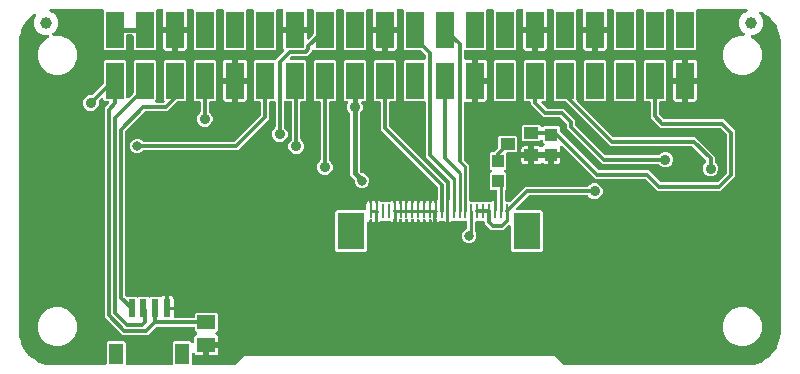
<source format=gbr>
G04 EAGLE Gerber RS-274X export*
G75*
%MOMM*%
%FSLAX34Y34*%
%LPD*%
%INBottom Copper*%
%IPPOS*%
%AMOC8*
5,1,8,0,0,1.08239X$1,22.5*%
G01*
%ADD10R,1.524000X3.048000*%
%ADD11C,1.000000*%
%ADD12R,1.200000X1.000000*%
%ADD13R,1.000000X1.075000*%
%ADD14R,0.280000X1.250000*%
%ADD15R,2.300000X3.100000*%
%ADD16R,0.600000X1.550000*%
%ADD17R,1.200000X1.800000*%
%ADD18R,1.500000X1.240000*%
%ADD19C,0.304800*%
%ADD20C,0.254000*%
%ADD21C,0.906400*%
%ADD22C,0.406400*%
%ADD23C,0.800100*%
%ADD24C,0.203200*%

G36*
X75846Y2556D02*
X75846Y2556D01*
X75965Y2563D01*
X76003Y2576D01*
X76044Y2581D01*
X76154Y2624D01*
X76267Y2661D01*
X76302Y2683D01*
X76339Y2698D01*
X76435Y2767D01*
X76536Y2831D01*
X76564Y2861D01*
X76597Y2884D01*
X76673Y2976D01*
X76754Y3063D01*
X76774Y3098D01*
X76799Y3129D01*
X76850Y3237D01*
X76908Y3341D01*
X76918Y3381D01*
X76935Y3417D01*
X76957Y3534D01*
X76987Y3649D01*
X76991Y3709D01*
X76995Y3729D01*
X76993Y3750D01*
X76997Y3810D01*
X76997Y21382D01*
X78188Y22573D01*
X91872Y22573D01*
X93063Y21382D01*
X93063Y3810D01*
X93078Y3692D01*
X93085Y3573D01*
X93098Y3535D01*
X93103Y3494D01*
X93146Y3384D01*
X93183Y3271D01*
X93205Y3236D01*
X93220Y3199D01*
X93289Y3103D01*
X93353Y3002D01*
X93383Y2974D01*
X93406Y2941D01*
X93498Y2865D01*
X93585Y2784D01*
X93620Y2764D01*
X93651Y2739D01*
X93759Y2688D01*
X93863Y2630D01*
X93903Y2620D01*
X93939Y2603D01*
X94056Y2581D01*
X94171Y2551D01*
X94231Y2547D01*
X94251Y2543D01*
X94272Y2545D01*
X94332Y2541D01*
X131728Y2541D01*
X131846Y2556D01*
X131965Y2563D01*
X132003Y2576D01*
X132044Y2581D01*
X132154Y2624D01*
X132267Y2661D01*
X132302Y2683D01*
X132339Y2698D01*
X132435Y2767D01*
X132536Y2831D01*
X132564Y2861D01*
X132597Y2884D01*
X132673Y2976D01*
X132754Y3063D01*
X132774Y3098D01*
X132799Y3129D01*
X132850Y3237D01*
X132908Y3341D01*
X132918Y3381D01*
X132935Y3417D01*
X132957Y3534D01*
X132987Y3649D01*
X132991Y3709D01*
X132995Y3729D01*
X132993Y3750D01*
X132997Y3810D01*
X132997Y21382D01*
X134188Y22573D01*
X147872Y22573D01*
X149083Y21362D01*
X149192Y21277D01*
X149299Y21188D01*
X149318Y21180D01*
X149334Y21167D01*
X149462Y21112D01*
X149587Y21053D01*
X149607Y21049D01*
X149626Y21041D01*
X149764Y21019D01*
X149900Y20993D01*
X149920Y20994D01*
X149940Y20991D01*
X150079Y21004D01*
X150217Y21013D01*
X150236Y21019D01*
X150256Y21021D01*
X150388Y21068D01*
X150519Y21111D01*
X150537Y21122D01*
X150556Y21128D01*
X150671Y21207D01*
X150788Y21281D01*
X150802Y21296D01*
X150819Y21307D01*
X150911Y21411D01*
X151006Y21513D01*
X151016Y21530D01*
X151029Y21546D01*
X151092Y21669D01*
X151160Y21791D01*
X151165Y21811D01*
X151174Y21829D01*
X151204Y21965D01*
X151239Y22099D01*
X151241Y22127D01*
X151244Y22139D01*
X151243Y22159D01*
X151249Y22260D01*
X151249Y26244D01*
X151422Y26891D01*
X151757Y27470D01*
X152230Y27943D01*
X152859Y28306D01*
X152959Y28382D01*
X153063Y28453D01*
X153086Y28478D01*
X153113Y28499D01*
X153191Y28597D01*
X153274Y28691D01*
X153289Y28721D01*
X153310Y28748D01*
X153361Y28863D01*
X153419Y28975D01*
X153426Y29008D01*
X153440Y29038D01*
X153461Y29163D01*
X153488Y29285D01*
X153487Y29319D01*
X153493Y29352D01*
X153482Y29477D01*
X153479Y29603D01*
X153469Y29635D01*
X153466Y29669D01*
X153425Y29788D01*
X153390Y29908D01*
X153373Y29937D01*
X153362Y29969D01*
X153292Y30074D01*
X153229Y30182D01*
X153196Y30219D01*
X153186Y30234D01*
X153170Y30249D01*
X153122Y30303D01*
X151757Y31668D01*
X151757Y33884D01*
X151742Y34002D01*
X151735Y34121D01*
X151722Y34159D01*
X151717Y34200D01*
X151674Y34310D01*
X151637Y34423D01*
X151615Y34458D01*
X151600Y34495D01*
X151531Y34591D01*
X151467Y34692D01*
X151437Y34720D01*
X151414Y34753D01*
X151322Y34829D01*
X151235Y34910D01*
X151200Y34930D01*
X151169Y34955D01*
X151061Y35006D01*
X150957Y35064D01*
X150917Y35074D01*
X150881Y35091D01*
X150764Y35113D01*
X150649Y35143D01*
X150589Y35147D01*
X150569Y35151D01*
X150548Y35149D01*
X150488Y35153D01*
X119449Y35153D01*
X119351Y35141D01*
X119252Y35138D01*
X119194Y35121D01*
X119133Y35113D01*
X119041Y35077D01*
X118946Y35049D01*
X118894Y35019D01*
X118838Y34996D01*
X118758Y34938D01*
X118672Y34888D01*
X118597Y34822D01*
X118580Y34810D01*
X118573Y34800D01*
X118551Y34782D01*
X111963Y28193D01*
X90403Y28193D01*
X75183Y43413D01*
X75183Y220312D01*
X77639Y222767D01*
X78826Y223955D01*
X78911Y224064D01*
X79000Y224171D01*
X79009Y224190D01*
X79021Y224206D01*
X79076Y224333D01*
X79135Y224459D01*
X79139Y224479D01*
X79147Y224498D01*
X79169Y224636D01*
X79195Y224772D01*
X79194Y224792D01*
X79197Y224812D01*
X79184Y224951D01*
X79176Y225089D01*
X79169Y225108D01*
X79167Y225128D01*
X79120Y225260D01*
X79077Y225391D01*
X79067Y225409D01*
X79060Y225428D01*
X78982Y225543D01*
X78907Y225660D01*
X78893Y225674D01*
X78881Y225691D01*
X78777Y225783D01*
X78676Y225878D01*
X78658Y225888D01*
X78643Y225901D01*
X78519Y225964D01*
X78397Y226032D01*
X78378Y226037D01*
X78360Y226046D01*
X78224Y226076D01*
X78089Y226111D01*
X78061Y226113D01*
X78049Y226116D01*
X78029Y226115D01*
X77929Y226121D01*
X75488Y226121D01*
X74297Y227312D01*
X74297Y227363D01*
X74280Y227500D01*
X74267Y227639D01*
X74260Y227659D01*
X74257Y227679D01*
X74206Y227808D01*
X74159Y227939D01*
X74148Y227956D01*
X74140Y227974D01*
X74059Y228087D01*
X73981Y228202D01*
X73965Y228215D01*
X73954Y228232D01*
X73846Y228320D01*
X73742Y228412D01*
X73724Y228422D01*
X73709Y228434D01*
X73583Y228494D01*
X73459Y228557D01*
X73439Y228561D01*
X73421Y228570D01*
X73284Y228596D01*
X73149Y228627D01*
X73128Y228626D01*
X73109Y228630D01*
X72970Y228621D01*
X72831Y228617D01*
X72811Y228611D01*
X72791Y228610D01*
X72659Y228567D01*
X72525Y228529D01*
X72508Y228518D01*
X72489Y228512D01*
X72371Y228438D01*
X72251Y228367D01*
X72230Y228348D01*
X72220Y228342D01*
X72206Y228327D01*
X72131Y228261D01*
X70436Y226567D01*
X70376Y226488D01*
X70308Y226416D01*
X70279Y226363D01*
X70242Y226315D01*
X70202Y226224D01*
X70154Y226138D01*
X70139Y226079D01*
X70115Y226023D01*
X70100Y225925D01*
X70075Y225830D01*
X70069Y225730D01*
X70065Y225709D01*
X70067Y225697D01*
X70065Y225669D01*
X70065Y223054D01*
X69065Y220641D01*
X67219Y218795D01*
X64806Y217795D01*
X62194Y217795D01*
X59781Y218795D01*
X57935Y220641D01*
X56935Y223054D01*
X56935Y225666D01*
X57935Y228079D01*
X59781Y229925D01*
X62194Y230925D01*
X64209Y230925D01*
X64307Y230937D01*
X64406Y230940D01*
X64464Y230957D01*
X64525Y230965D01*
X64617Y231001D01*
X64712Y231029D01*
X64764Y231059D01*
X64820Y231082D01*
X64900Y231140D01*
X64986Y231190D01*
X65061Y231256D01*
X65078Y231268D01*
X65085Y231278D01*
X65107Y231296D01*
X73926Y240115D01*
X73986Y240194D01*
X74054Y240266D01*
X74083Y240319D01*
X74120Y240367D01*
X74160Y240458D01*
X74208Y240544D01*
X74223Y240603D01*
X74247Y240659D01*
X74262Y240757D01*
X74287Y240852D01*
X74293Y240952D01*
X74297Y240973D01*
X74295Y240985D01*
X74297Y241013D01*
X74297Y259476D01*
X75488Y260667D01*
X92412Y260667D01*
X93603Y259476D01*
X93603Y229531D01*
X93620Y229394D01*
X93633Y229255D01*
X93640Y229236D01*
X93643Y229216D01*
X93694Y229087D01*
X93741Y228956D01*
X93752Y228939D01*
X93760Y228920D01*
X93842Y228807D01*
X93919Y228692D01*
X93935Y228679D01*
X93946Y228663D01*
X94054Y228574D01*
X94158Y228482D01*
X94176Y228473D01*
X94191Y228460D01*
X94317Y228401D01*
X94441Y228337D01*
X94461Y228333D01*
X94479Y228324D01*
X94615Y228298D01*
X94751Y228268D01*
X94772Y228268D01*
X94791Y228264D01*
X94930Y228273D01*
X95069Y228277D01*
X95089Y228283D01*
X95109Y228284D01*
X95241Y228327D01*
X95375Y228366D01*
X95392Y228376D01*
X95411Y228382D01*
X95529Y228457D01*
X95649Y228527D01*
X95670Y228546D01*
X95680Y228552D01*
X95694Y228567D01*
X95769Y228634D01*
X99326Y232190D01*
X99386Y232268D01*
X99454Y232340D01*
X99483Y232393D01*
X99520Y232441D01*
X99560Y232532D01*
X99608Y232619D01*
X99623Y232677D01*
X99647Y232733D01*
X99662Y232831D01*
X99687Y232927D01*
X99693Y233027D01*
X99697Y233047D01*
X99695Y233059D01*
X99697Y233087D01*
X99697Y259476D01*
X100888Y260667D01*
X117812Y260667D01*
X119003Y259476D01*
X119003Y227312D01*
X118394Y226703D01*
X118309Y226594D01*
X118220Y226487D01*
X118212Y226468D01*
X118199Y226452D01*
X118144Y226325D01*
X118085Y226199D01*
X118081Y226179D01*
X118073Y226160D01*
X118051Y226022D01*
X118025Y225886D01*
X118026Y225866D01*
X118023Y225846D01*
X118036Y225707D01*
X118045Y225569D01*
X118051Y225550D01*
X118053Y225530D01*
X118100Y225398D01*
X118143Y225267D01*
X118154Y225249D01*
X118160Y225230D01*
X118239Y225115D01*
X118313Y224998D01*
X118328Y224984D01*
X118339Y224967D01*
X118443Y224875D01*
X118545Y224780D01*
X118562Y224770D01*
X118577Y224757D01*
X118701Y224694D01*
X118823Y224626D01*
X118843Y224621D01*
X118861Y224612D01*
X118997Y224582D01*
X119131Y224547D01*
X119159Y224545D01*
X119171Y224542D01*
X119191Y224543D01*
X119292Y224537D01*
X124808Y224537D01*
X124946Y224554D01*
X125085Y224567D01*
X125104Y224574D01*
X125124Y224577D01*
X125253Y224628D01*
X125384Y224675D01*
X125401Y224686D01*
X125420Y224694D01*
X125532Y224775D01*
X125647Y224853D01*
X125660Y224869D01*
X125677Y224880D01*
X125766Y224988D01*
X125858Y225092D01*
X125867Y225110D01*
X125880Y225125D01*
X125939Y225251D01*
X126002Y225375D01*
X126007Y225395D01*
X126015Y225413D01*
X126041Y225550D01*
X126072Y225685D01*
X126071Y225706D01*
X126075Y225725D01*
X126066Y225864D01*
X126062Y226003D01*
X126057Y226023D01*
X126055Y226043D01*
X126013Y226175D01*
X125974Y226309D01*
X125963Y226326D01*
X125957Y226345D01*
X125883Y226463D01*
X125812Y226583D01*
X125794Y226604D01*
X125787Y226614D01*
X125772Y226628D01*
X125706Y226703D01*
X125097Y227312D01*
X125097Y259476D01*
X126288Y260667D01*
X143212Y260667D01*
X144403Y259476D01*
X144403Y227312D01*
X143212Y226121D01*
X137697Y226121D01*
X137599Y226109D01*
X137500Y226106D01*
X137442Y226089D01*
X137381Y226081D01*
X137289Y226045D01*
X137194Y226017D01*
X137142Y225987D01*
X137086Y225964D01*
X137006Y225906D01*
X136920Y225856D01*
X136845Y225790D01*
X136828Y225778D01*
X136821Y225768D01*
X136799Y225750D01*
X128473Y217423D01*
X109949Y217423D01*
X109851Y217411D01*
X109752Y217408D01*
X109694Y217391D01*
X109633Y217383D01*
X109541Y217347D01*
X109446Y217319D01*
X109394Y217289D01*
X109338Y217266D01*
X109258Y217208D01*
X109172Y217158D01*
X109097Y217092D01*
X109080Y217080D01*
X109073Y217070D01*
X109051Y217052D01*
X92828Y200829D01*
X92768Y200750D01*
X92700Y200678D01*
X92671Y200625D01*
X92634Y200577D01*
X92594Y200486D01*
X92546Y200400D01*
X92531Y200341D01*
X92507Y200285D01*
X92492Y200187D01*
X92467Y200092D01*
X92461Y199992D01*
X92457Y199971D01*
X92459Y199959D01*
X92457Y199931D01*
X92457Y61669D01*
X92469Y61571D01*
X92472Y61472D01*
X92489Y61414D01*
X92497Y61353D01*
X92533Y61261D01*
X92561Y61166D01*
X92591Y61114D01*
X92614Y61058D01*
X92672Y60978D01*
X92722Y60892D01*
X92788Y60817D01*
X92800Y60800D01*
X92810Y60793D01*
X92828Y60771D01*
X92905Y60694D01*
X92984Y60634D01*
X93056Y60566D01*
X93109Y60537D01*
X93157Y60500D01*
X93248Y60460D01*
X93334Y60412D01*
X93393Y60397D01*
X93449Y60373D01*
X93547Y60358D01*
X93642Y60333D01*
X93742Y60327D01*
X93763Y60323D01*
X93775Y60325D01*
X93803Y60323D01*
X101872Y60323D01*
X102133Y60062D01*
X102227Y59989D01*
X102316Y59910D01*
X102352Y59892D01*
X102384Y59867D01*
X102493Y59820D01*
X102599Y59766D01*
X102638Y59757D01*
X102676Y59741D01*
X102793Y59722D01*
X102909Y59696D01*
X102950Y59697D01*
X102990Y59691D01*
X103109Y59702D01*
X103227Y59706D01*
X103266Y59717D01*
X103306Y59721D01*
X103419Y59761D01*
X103533Y59794D01*
X103568Y59815D01*
X103606Y59828D01*
X103704Y59895D01*
X103807Y59956D01*
X103852Y59996D01*
X103869Y60007D01*
X103882Y60022D01*
X103928Y60062D01*
X104188Y60323D01*
X111872Y60323D01*
X112133Y60062D01*
X112227Y59989D01*
X112316Y59910D01*
X112352Y59892D01*
X112384Y59867D01*
X112493Y59820D01*
X112599Y59766D01*
X112638Y59757D01*
X112676Y59741D01*
X112793Y59722D01*
X112909Y59696D01*
X112950Y59697D01*
X112990Y59691D01*
X113109Y59702D01*
X113227Y59706D01*
X113266Y59717D01*
X113306Y59721D01*
X113419Y59761D01*
X113533Y59794D01*
X113568Y59815D01*
X113606Y59828D01*
X113704Y59895D01*
X113807Y59956D01*
X113852Y59996D01*
X113869Y60007D01*
X113882Y60022D01*
X113928Y60062D01*
X114188Y60323D01*
X121897Y60323D01*
X121957Y60269D01*
X121993Y60251D01*
X122025Y60226D01*
X122134Y60179D01*
X122241Y60125D01*
X122280Y60116D01*
X122316Y60100D01*
X122434Y60081D01*
X122551Y60055D01*
X122591Y60057D01*
X122630Y60050D01*
X122749Y60061D01*
X122869Y60065D01*
X122907Y60076D01*
X122947Y60080D01*
X123059Y60120D01*
X123174Y60154D01*
X123209Y60174D01*
X123246Y60188D01*
X123316Y60235D01*
X123325Y60240D01*
X124049Y60658D01*
X124696Y60831D01*
X126531Y60831D01*
X126531Y50770D01*
X126546Y50652D01*
X126553Y50533D01*
X126565Y50495D01*
X126571Y50455D01*
X126614Y50344D01*
X126651Y50231D01*
X126673Y50197D01*
X126688Y50159D01*
X126757Y50063D01*
X126821Y49962D01*
X126851Y49934D01*
X126874Y49902D01*
X126966Y49826D01*
X127053Y49744D01*
X127088Y49725D01*
X127119Y49699D01*
X127163Y49679D01*
X127218Y49602D01*
X127281Y49502D01*
X127311Y49474D01*
X127335Y49441D01*
X127426Y49365D01*
X127513Y49284D01*
X127548Y49264D01*
X127580Y49239D01*
X127687Y49188D01*
X127792Y49130D01*
X127831Y49120D01*
X127867Y49103D01*
X127984Y49081D01*
X128100Y49051D01*
X128160Y49047D01*
X128180Y49043D01*
X128200Y49045D01*
X128260Y49041D01*
X133571Y49041D01*
X133571Y43536D01*
X133586Y43418D01*
X133593Y43299D01*
X133606Y43261D01*
X133611Y43220D01*
X133654Y43110D01*
X133691Y42997D01*
X133713Y42962D01*
X133728Y42925D01*
X133797Y42829D01*
X133861Y42728D01*
X133891Y42700D01*
X133914Y42667D01*
X134006Y42591D01*
X134093Y42510D01*
X134128Y42490D01*
X134159Y42465D01*
X134267Y42414D01*
X134371Y42356D01*
X134411Y42346D01*
X134447Y42329D01*
X134564Y42307D01*
X134679Y42277D01*
X134739Y42273D01*
X134759Y42269D01*
X134780Y42271D01*
X134840Y42267D01*
X150488Y42267D01*
X150606Y42282D01*
X150725Y42289D01*
X150763Y42302D01*
X150804Y42307D01*
X150914Y42350D01*
X151027Y42387D01*
X151062Y42409D01*
X151099Y42424D01*
X151195Y42493D01*
X151296Y42557D01*
X151324Y42587D01*
X151357Y42610D01*
X151433Y42702D01*
X151514Y42789D01*
X151534Y42824D01*
X151559Y42855D01*
X151610Y42963D01*
X151668Y43067D01*
X151678Y43107D01*
X151695Y43143D01*
X151717Y43260D01*
X151747Y43375D01*
X151751Y43435D01*
X151755Y43455D01*
X151753Y43476D01*
X151757Y43536D01*
X151757Y45752D01*
X152948Y46943D01*
X169632Y46943D01*
X170823Y45752D01*
X170823Y31668D01*
X169458Y30303D01*
X169381Y30204D01*
X169299Y30109D01*
X169284Y30079D01*
X169263Y30052D01*
X169213Y29937D01*
X169157Y29824D01*
X169150Y29791D01*
X169137Y29760D01*
X169117Y29636D01*
X169091Y29513D01*
X169092Y29479D01*
X169087Y29446D01*
X169098Y29321D01*
X169104Y29195D01*
X169113Y29163D01*
X169117Y29129D01*
X169159Y29011D01*
X169195Y28891D01*
X169213Y28862D01*
X169224Y28830D01*
X169295Y28726D01*
X169360Y28618D01*
X169384Y28595D01*
X169403Y28567D01*
X169497Y28484D01*
X169587Y28396D01*
X169627Y28369D01*
X169641Y28356D01*
X169661Y28346D01*
X169721Y28306D01*
X170350Y27943D01*
X170823Y27470D01*
X171158Y26891D01*
X171331Y26244D01*
X171331Y22249D01*
X162560Y22249D01*
X162442Y22234D01*
X162323Y22227D01*
X162285Y22214D01*
X162245Y22209D01*
X162134Y22165D01*
X162021Y22129D01*
X161986Y22107D01*
X161949Y22092D01*
X161853Y22022D01*
X161752Y21959D01*
X161724Y21929D01*
X161692Y21905D01*
X161616Y21814D01*
X161534Y21727D01*
X161515Y21692D01*
X161489Y21660D01*
X161438Y21553D01*
X161381Y21449D01*
X161370Y21409D01*
X161353Y21373D01*
X161331Y21256D01*
X161301Y21141D01*
X161297Y21080D01*
X161293Y21060D01*
X161295Y21040D01*
X161291Y20980D01*
X161291Y19709D01*
X160020Y19709D01*
X159902Y19694D01*
X159783Y19687D01*
X159745Y19674D01*
X159705Y19669D01*
X159594Y19625D01*
X159481Y19589D01*
X159446Y19567D01*
X159409Y19552D01*
X159313Y19482D01*
X159212Y19419D01*
X159184Y19389D01*
X159151Y19365D01*
X159076Y19274D01*
X158994Y19187D01*
X158974Y19152D01*
X158949Y19120D01*
X158898Y19013D01*
X158840Y18909D01*
X158830Y18869D01*
X158813Y18833D01*
X158791Y18716D01*
X158761Y18601D01*
X158757Y18540D01*
X158753Y18520D01*
X158755Y18500D01*
X158751Y18440D01*
X158751Y10969D01*
X153456Y10969D01*
X152809Y11142D01*
X152230Y11477D01*
X151757Y11950D01*
X151431Y12514D01*
X151343Y12630D01*
X151258Y12748D01*
X151247Y12757D01*
X151239Y12767D01*
X151125Y12858D01*
X151013Y12951D01*
X151000Y12957D01*
X150990Y12965D01*
X150857Y13024D01*
X150725Y13086D01*
X150712Y13089D01*
X150699Y13094D01*
X150555Y13119D01*
X150412Y13146D01*
X150399Y13145D01*
X150386Y13148D01*
X150240Y13135D01*
X150095Y13126D01*
X150082Y13122D01*
X150069Y13121D01*
X149931Y13073D01*
X149793Y13028D01*
X149781Y13021D01*
X149768Y13017D01*
X149647Y12936D01*
X149524Y12858D01*
X149515Y12848D01*
X149503Y12841D01*
X149406Y12733D01*
X149306Y12627D01*
X149299Y12615D01*
X149290Y12605D01*
X149223Y12475D01*
X149152Y12348D01*
X149149Y12335D01*
X149143Y12323D01*
X149109Y12181D01*
X149073Y12040D01*
X149072Y12022D01*
X149070Y12014D01*
X149070Y11996D01*
X149063Y11880D01*
X149063Y3810D01*
X149078Y3692D01*
X149085Y3573D01*
X149098Y3535D01*
X149103Y3494D01*
X149146Y3384D01*
X149183Y3271D01*
X149205Y3236D01*
X149220Y3199D01*
X149289Y3103D01*
X149353Y3002D01*
X149383Y2974D01*
X149406Y2941D01*
X149498Y2865D01*
X149585Y2784D01*
X149620Y2764D01*
X149651Y2739D01*
X149759Y2688D01*
X149863Y2630D01*
X149903Y2620D01*
X149939Y2603D01*
X150056Y2581D01*
X150171Y2551D01*
X150231Y2547D01*
X150251Y2543D01*
X150272Y2545D01*
X150332Y2541D01*
X185112Y2541D01*
X185210Y2553D01*
X185309Y2556D01*
X185367Y2573D01*
X185427Y2581D01*
X185519Y2617D01*
X185615Y2645D01*
X185667Y2675D01*
X185723Y2698D01*
X185803Y2756D01*
X185889Y2806D01*
X185964Y2872D01*
X185980Y2884D01*
X185988Y2894D01*
X186009Y2912D01*
X191398Y8301D01*
X193258Y10161D01*
X456982Y10161D01*
X464231Y2912D01*
X464309Y2852D01*
X464381Y2784D01*
X464434Y2755D01*
X464482Y2718D01*
X464573Y2678D01*
X464660Y2630D01*
X464718Y2615D01*
X464774Y2591D01*
X464872Y2576D01*
X464967Y2551D01*
X465067Y2545D01*
X465088Y2541D01*
X465100Y2543D01*
X465128Y2541D01*
X620254Y2541D01*
X620276Y2543D01*
X620354Y2545D01*
X624451Y2867D01*
X624518Y2881D01*
X624587Y2885D01*
X624743Y2925D01*
X632536Y5457D01*
X632644Y5508D01*
X632754Y5551D01*
X632805Y5584D01*
X632824Y5593D01*
X632840Y5606D01*
X632890Y5638D01*
X639519Y10454D01*
X639606Y10535D01*
X639697Y10611D01*
X639736Y10658D01*
X639751Y10672D01*
X639762Y10689D01*
X639800Y10735D01*
X644616Y17364D01*
X644674Y17468D01*
X644737Y17568D01*
X644760Y17625D01*
X644770Y17643D01*
X644775Y17662D01*
X644797Y17718D01*
X647329Y25511D01*
X647342Y25579D01*
X647364Y25644D01*
X647387Y25803D01*
X647709Y29900D01*
X647708Y29922D01*
X647713Y30000D01*
X647713Y276604D01*
X647711Y276626D01*
X647709Y276704D01*
X647387Y280801D01*
X647373Y280868D01*
X647369Y280937D01*
X647329Y281093D01*
X644797Y288886D01*
X644746Y288994D01*
X644703Y289104D01*
X644670Y289155D01*
X644661Y289174D01*
X644648Y289190D01*
X644616Y289240D01*
X639800Y295869D01*
X639719Y295956D01*
X639643Y296047D01*
X639596Y296086D01*
X639582Y296101D01*
X639565Y296112D01*
X639519Y296150D01*
X632890Y300966D01*
X632786Y301024D01*
X632686Y301087D01*
X632629Y301110D01*
X632611Y301120D01*
X632592Y301125D01*
X632536Y301147D01*
X631099Y301614D01*
X631073Y301619D01*
X631048Y301629D01*
X630917Y301648D01*
X630786Y301673D01*
X630760Y301672D01*
X630733Y301676D01*
X630601Y301662D01*
X630469Y301653D01*
X630444Y301645D01*
X630417Y301642D01*
X630292Y301596D01*
X630167Y301555D01*
X630144Y301541D01*
X630119Y301532D01*
X630010Y301456D01*
X629898Y301385D01*
X629880Y301366D01*
X629858Y301350D01*
X629771Y301250D01*
X629680Y301153D01*
X629667Y301130D01*
X629650Y301110D01*
X629591Y300991D01*
X629527Y300875D01*
X629520Y300849D01*
X629508Y300825D01*
X629481Y300695D01*
X629447Y300567D01*
X629447Y300540D01*
X629442Y300514D01*
X629447Y300381D01*
X629447Y300249D01*
X629454Y300223D01*
X629455Y300196D01*
X629493Y300069D01*
X629526Y299940D01*
X629539Y299917D01*
X629547Y299892D01*
X629615Y299778D01*
X629679Y299662D01*
X629697Y299642D01*
X629711Y299619D01*
X629806Y299526D01*
X629828Y299502D01*
X632555Y294780D01*
X632555Y289420D01*
X629875Y284779D01*
X625234Y282099D01*
X623577Y282099D01*
X623507Y282091D01*
X623438Y282092D01*
X623350Y282071D01*
X623261Y282059D01*
X623196Y282034D01*
X623128Y282017D01*
X623049Y281975D01*
X622965Y281942D01*
X622909Y281901D01*
X622847Y281869D01*
X622781Y281808D01*
X622708Y281756D01*
X622664Y281702D01*
X622612Y281655D01*
X622563Y281580D01*
X622505Y281511D01*
X622476Y281447D01*
X622437Y281389D01*
X622408Y281304D01*
X622370Y281223D01*
X622357Y281154D01*
X622334Y281088D01*
X622327Y280999D01*
X622310Y280911D01*
X622314Y280841D01*
X622309Y280771D01*
X622324Y280683D01*
X622330Y280593D01*
X622351Y280527D01*
X622363Y280458D01*
X622400Y280376D01*
X622428Y280291D01*
X622465Y280232D01*
X622494Y280168D01*
X622550Y280098D01*
X622598Y280022D01*
X622649Y279974D01*
X622692Y279920D01*
X622764Y279865D01*
X622830Y279804D01*
X622891Y279770D01*
X622946Y279728D01*
X623091Y279657D01*
X624624Y279023D01*
X629277Y274370D01*
X631795Y268290D01*
X631795Y261710D01*
X629277Y255630D01*
X624624Y250977D01*
X618544Y248459D01*
X611964Y248459D01*
X605884Y250977D01*
X601231Y255630D01*
X598713Y261710D01*
X598713Y268290D01*
X601231Y274370D01*
X605884Y279023D01*
X611964Y281541D01*
X616105Y281541D01*
X616249Y281559D01*
X616394Y281574D01*
X616407Y281579D01*
X616420Y281581D01*
X616556Y281634D01*
X616692Y281685D01*
X616704Y281693D01*
X616716Y281698D01*
X616834Y281783D01*
X616954Y281866D01*
X616963Y281877D01*
X616973Y281884D01*
X617066Y281996D01*
X617162Y282107D01*
X617168Y282119D01*
X617176Y282129D01*
X617238Y282261D01*
X617303Y282392D01*
X617306Y282405D01*
X617312Y282417D01*
X617339Y282559D01*
X617370Y282703D01*
X617369Y282716D01*
X617372Y282729D01*
X617363Y282874D01*
X617357Y283020D01*
X617353Y283034D01*
X617352Y283047D01*
X617307Y283185D01*
X617265Y283325D01*
X617258Y283337D01*
X617254Y283349D01*
X617176Y283472D01*
X617100Y283597D01*
X617091Y283607D01*
X617084Y283618D01*
X616978Y283718D01*
X616874Y283820D01*
X616858Y283830D01*
X616852Y283836D01*
X616837Y283844D01*
X616739Y283909D01*
X615233Y284779D01*
X612553Y289420D01*
X612553Y294780D01*
X615233Y299421D01*
X619171Y301695D01*
X619287Y301783D01*
X619405Y301868D01*
X619414Y301879D01*
X619425Y301887D01*
X619515Y302001D01*
X619608Y302113D01*
X619614Y302126D01*
X619622Y302136D01*
X619682Y302270D01*
X619744Y302401D01*
X619746Y302414D01*
X619752Y302427D01*
X619776Y302571D01*
X619803Y302714D01*
X619802Y302727D01*
X619805Y302740D01*
X619793Y302886D01*
X619784Y303031D01*
X619779Y303044D01*
X619778Y303057D01*
X619730Y303195D01*
X619686Y303333D01*
X619678Y303345D01*
X619674Y303358D01*
X619593Y303479D01*
X619515Y303602D01*
X619506Y303611D01*
X619498Y303623D01*
X619390Y303720D01*
X619284Y303820D01*
X619272Y303827D01*
X619262Y303836D01*
X619133Y303903D01*
X619005Y303974D01*
X618992Y303977D01*
X618980Y303983D01*
X618838Y304017D01*
X618697Y304053D01*
X618679Y304054D01*
X618671Y304056D01*
X618654Y304056D01*
X618537Y304063D01*
X577472Y304063D01*
X577354Y304048D01*
X577235Y304041D01*
X577197Y304028D01*
X577156Y304023D01*
X577046Y303980D01*
X576933Y303943D01*
X576898Y303921D01*
X576861Y303906D01*
X576765Y303837D01*
X576664Y303773D01*
X576636Y303743D01*
X576603Y303720D01*
X576527Y303628D01*
X576446Y303541D01*
X576426Y303506D01*
X576401Y303475D01*
X576350Y303367D01*
X576292Y303263D01*
X576282Y303223D01*
X576265Y303187D01*
X576243Y303070D01*
X576213Y302955D01*
X576209Y302895D01*
X576205Y302875D01*
X576207Y302854D01*
X576203Y302794D01*
X576203Y270492D01*
X575012Y269301D01*
X558088Y269301D01*
X556897Y270492D01*
X556897Y302794D01*
X556882Y302912D01*
X556875Y303031D01*
X556862Y303069D01*
X556857Y303110D01*
X556814Y303220D01*
X556777Y303333D01*
X556755Y303368D01*
X556740Y303405D01*
X556671Y303501D01*
X556607Y303602D01*
X556577Y303630D01*
X556554Y303663D01*
X556462Y303739D01*
X556375Y303820D01*
X556340Y303840D01*
X556309Y303865D01*
X556201Y303916D01*
X556097Y303974D01*
X556057Y303984D01*
X556021Y304001D01*
X555904Y304023D01*
X555789Y304053D01*
X555729Y304057D01*
X555709Y304061D01*
X555688Y304059D01*
X555628Y304063D01*
X552072Y304063D01*
X551954Y304048D01*
X551835Y304041D01*
X551797Y304028D01*
X551756Y304023D01*
X551646Y303980D01*
X551533Y303943D01*
X551498Y303921D01*
X551461Y303906D01*
X551365Y303837D01*
X551264Y303773D01*
X551236Y303743D01*
X551203Y303720D01*
X551127Y303628D01*
X551046Y303541D01*
X551026Y303506D01*
X551001Y303475D01*
X550950Y303367D01*
X550892Y303263D01*
X550882Y303223D01*
X550865Y303187D01*
X550843Y303070D01*
X550813Y302955D01*
X550809Y302895D01*
X550805Y302875D01*
X550807Y302854D01*
X550803Y302794D01*
X550803Y270492D01*
X549612Y269301D01*
X532688Y269301D01*
X531497Y270492D01*
X531497Y302794D01*
X531482Y302912D01*
X531475Y303031D01*
X531462Y303069D01*
X531457Y303110D01*
X531414Y303220D01*
X531377Y303333D01*
X531355Y303368D01*
X531340Y303405D01*
X531271Y303501D01*
X531207Y303602D01*
X531177Y303630D01*
X531154Y303663D01*
X531062Y303739D01*
X530975Y303820D01*
X530940Y303840D01*
X530909Y303865D01*
X530801Y303916D01*
X530697Y303974D01*
X530657Y303984D01*
X530621Y304001D01*
X530504Y304023D01*
X530389Y304053D01*
X530329Y304057D01*
X530309Y304061D01*
X530288Y304059D01*
X530228Y304063D01*
X526672Y304063D01*
X526554Y304048D01*
X526435Y304041D01*
X526397Y304028D01*
X526356Y304023D01*
X526246Y303980D01*
X526133Y303943D01*
X526098Y303921D01*
X526061Y303906D01*
X525965Y303837D01*
X525864Y303773D01*
X525836Y303743D01*
X525803Y303720D01*
X525727Y303628D01*
X525646Y303541D01*
X525626Y303506D01*
X525601Y303475D01*
X525550Y303367D01*
X525492Y303263D01*
X525482Y303223D01*
X525465Y303187D01*
X525443Y303070D01*
X525413Y302955D01*
X525409Y302895D01*
X525405Y302875D01*
X525407Y302854D01*
X525403Y302794D01*
X525403Y270492D01*
X524212Y269301D01*
X507288Y269301D01*
X506097Y270492D01*
X506097Y302794D01*
X506082Y302912D01*
X506075Y303031D01*
X506062Y303069D01*
X506057Y303110D01*
X506014Y303220D01*
X505977Y303333D01*
X505955Y303368D01*
X505940Y303405D01*
X505871Y303501D01*
X505807Y303602D01*
X505777Y303630D01*
X505754Y303663D01*
X505662Y303739D01*
X505575Y303820D01*
X505540Y303840D01*
X505509Y303865D01*
X505401Y303916D01*
X505297Y303974D01*
X505257Y303984D01*
X505221Y304001D01*
X505104Y304023D01*
X504989Y304053D01*
X504929Y304057D01*
X504909Y304061D01*
X504888Y304059D01*
X504828Y304063D01*
X501652Y304063D01*
X501527Y304047D01*
X501402Y304038D01*
X501370Y304028D01*
X501336Y304023D01*
X501219Y303977D01*
X501100Y303937D01*
X501072Y303919D01*
X501041Y303906D01*
X500939Y303832D01*
X500833Y303764D01*
X500811Y303739D01*
X500783Y303720D01*
X500703Y303623D01*
X500618Y303530D01*
X500602Y303501D01*
X500580Y303475D01*
X500527Y303361D01*
X500467Y303250D01*
X500459Y303217D01*
X500445Y303187D01*
X500421Y303064D01*
X500391Y302941D01*
X500391Y302908D01*
X500385Y302875D01*
X500393Y302749D01*
X500394Y302623D01*
X500404Y302575D01*
X500405Y302557D01*
X500411Y302537D01*
X500426Y302465D01*
X500511Y302149D01*
X500511Y289113D01*
X491620Y289113D01*
X491502Y289098D01*
X491383Y289091D01*
X491345Y289078D01*
X491305Y289073D01*
X491194Y289029D01*
X491081Y288993D01*
X491046Y288971D01*
X491009Y288956D01*
X490913Y288886D01*
X490812Y288823D01*
X490784Y288793D01*
X490752Y288769D01*
X490676Y288678D01*
X490594Y288591D01*
X490575Y288556D01*
X490549Y288524D01*
X490498Y288417D01*
X490441Y288313D01*
X490430Y288273D01*
X490413Y288237D01*
X490391Y288120D01*
X490361Y288005D01*
X490357Y287944D01*
X490353Y287924D01*
X490355Y287904D01*
X490351Y287844D01*
X490351Y286573D01*
X490349Y286573D01*
X490349Y287844D01*
X490334Y287962D01*
X490327Y288081D01*
X490314Y288119D01*
X490309Y288159D01*
X490265Y288270D01*
X490229Y288383D01*
X490207Y288418D01*
X490192Y288455D01*
X490122Y288551D01*
X490059Y288652D01*
X490029Y288680D01*
X490005Y288712D01*
X489914Y288788D01*
X489827Y288870D01*
X489792Y288889D01*
X489760Y288915D01*
X489653Y288966D01*
X489549Y289023D01*
X489509Y289034D01*
X489473Y289051D01*
X489356Y289073D01*
X489241Y289103D01*
X489180Y289107D01*
X489160Y289111D01*
X489140Y289109D01*
X489080Y289113D01*
X480189Y289113D01*
X480189Y302149D01*
X480274Y302465D01*
X480291Y302590D01*
X480315Y302714D01*
X480313Y302747D01*
X480317Y302781D01*
X480303Y302906D01*
X480295Y303031D01*
X480285Y303063D01*
X480281Y303096D01*
X480236Y303214D01*
X480197Y303333D01*
X480179Y303362D01*
X480167Y303393D01*
X480094Y303496D01*
X480027Y303602D01*
X480002Y303625D01*
X479983Y303653D01*
X479887Y303734D01*
X479795Y303820D01*
X479766Y303836D01*
X479740Y303858D01*
X479627Y303913D01*
X479517Y303974D01*
X479484Y303982D01*
X479454Y303997D01*
X479330Y304022D01*
X479209Y304053D01*
X479160Y304056D01*
X479142Y304060D01*
X479120Y304059D01*
X479048Y304063D01*
X475872Y304063D01*
X475754Y304048D01*
X475635Y304041D01*
X475597Y304028D01*
X475556Y304023D01*
X475446Y303980D01*
X475333Y303943D01*
X475298Y303921D01*
X475261Y303906D01*
X475165Y303837D01*
X475064Y303773D01*
X475036Y303743D01*
X475003Y303720D01*
X474927Y303628D01*
X474846Y303541D01*
X474826Y303506D01*
X474801Y303475D01*
X474750Y303367D01*
X474692Y303263D01*
X474682Y303223D01*
X474665Y303187D01*
X474643Y303070D01*
X474613Y302955D01*
X474609Y302895D01*
X474605Y302875D01*
X474607Y302854D01*
X474603Y302794D01*
X474603Y270492D01*
X473412Y269301D01*
X456488Y269301D01*
X455297Y270492D01*
X455297Y302794D01*
X455282Y302912D01*
X455275Y303031D01*
X455262Y303069D01*
X455257Y303110D01*
X455214Y303220D01*
X455177Y303333D01*
X455155Y303368D01*
X455140Y303405D01*
X455071Y303501D01*
X455007Y303602D01*
X454977Y303630D01*
X454954Y303663D01*
X454862Y303739D01*
X454775Y303820D01*
X454740Y303840D01*
X454709Y303865D01*
X454601Y303916D01*
X454497Y303974D01*
X454457Y303984D01*
X454421Y304001D01*
X454304Y304023D01*
X454189Y304053D01*
X454129Y304057D01*
X454109Y304061D01*
X454088Y304059D01*
X454028Y304063D01*
X450852Y304063D01*
X450727Y304047D01*
X450602Y304038D01*
X450570Y304028D01*
X450536Y304023D01*
X450419Y303977D01*
X450300Y303937D01*
X450272Y303919D01*
X450241Y303906D01*
X450139Y303832D01*
X450033Y303764D01*
X450011Y303739D01*
X449983Y303720D01*
X449903Y303623D01*
X449818Y303530D01*
X449802Y303501D01*
X449780Y303475D01*
X449727Y303361D01*
X449667Y303250D01*
X449659Y303217D01*
X449645Y303187D01*
X449621Y303064D01*
X449591Y302941D01*
X449591Y302908D01*
X449585Y302875D01*
X449593Y302749D01*
X449594Y302623D01*
X449604Y302575D01*
X449605Y302557D01*
X449611Y302537D01*
X449626Y302465D01*
X449711Y302149D01*
X449711Y289113D01*
X440820Y289113D01*
X440702Y289098D01*
X440583Y289091D01*
X440545Y289078D01*
X440505Y289073D01*
X440394Y289029D01*
X440281Y288993D01*
X440246Y288971D01*
X440209Y288956D01*
X440113Y288886D01*
X440012Y288823D01*
X439984Y288793D01*
X439952Y288769D01*
X439876Y288678D01*
X439794Y288591D01*
X439775Y288556D01*
X439749Y288524D01*
X439698Y288417D01*
X439641Y288313D01*
X439630Y288273D01*
X439613Y288237D01*
X439591Y288120D01*
X439561Y288005D01*
X439557Y287944D01*
X439553Y287924D01*
X439555Y287904D01*
X439551Y287844D01*
X439551Y286573D01*
X439549Y286573D01*
X439549Y287844D01*
X439534Y287962D01*
X439527Y288081D01*
X439514Y288119D01*
X439509Y288159D01*
X439465Y288270D01*
X439429Y288383D01*
X439407Y288418D01*
X439392Y288455D01*
X439322Y288551D01*
X439259Y288652D01*
X439229Y288680D01*
X439205Y288712D01*
X439114Y288788D01*
X439027Y288870D01*
X438992Y288889D01*
X438960Y288915D01*
X438853Y288966D01*
X438749Y289023D01*
X438709Y289034D01*
X438673Y289051D01*
X438556Y289073D01*
X438441Y289103D01*
X438380Y289107D01*
X438360Y289111D01*
X438340Y289109D01*
X438280Y289113D01*
X429389Y289113D01*
X429389Y302149D01*
X429474Y302465D01*
X429491Y302590D01*
X429515Y302714D01*
X429513Y302747D01*
X429517Y302781D01*
X429503Y302906D01*
X429495Y303031D01*
X429485Y303063D01*
X429481Y303096D01*
X429436Y303214D01*
X429397Y303333D01*
X429379Y303362D01*
X429367Y303393D01*
X429294Y303496D01*
X429227Y303602D01*
X429202Y303625D01*
X429183Y303653D01*
X429087Y303734D01*
X428995Y303820D01*
X428966Y303836D01*
X428940Y303858D01*
X428827Y303913D01*
X428717Y303974D01*
X428684Y303982D01*
X428654Y303997D01*
X428530Y304022D01*
X428409Y304053D01*
X428360Y304056D01*
X428342Y304060D01*
X428320Y304059D01*
X428248Y304063D01*
X425072Y304063D01*
X424954Y304048D01*
X424835Y304041D01*
X424797Y304028D01*
X424756Y304023D01*
X424646Y303980D01*
X424533Y303943D01*
X424498Y303921D01*
X424461Y303906D01*
X424365Y303837D01*
X424264Y303773D01*
X424236Y303743D01*
X424203Y303720D01*
X424127Y303628D01*
X424046Y303541D01*
X424026Y303506D01*
X424001Y303475D01*
X423950Y303367D01*
X423892Y303263D01*
X423882Y303223D01*
X423865Y303187D01*
X423843Y303070D01*
X423813Y302955D01*
X423809Y302895D01*
X423805Y302875D01*
X423807Y302854D01*
X423803Y302794D01*
X423803Y270492D01*
X422612Y269301D01*
X405688Y269301D01*
X404497Y270492D01*
X404497Y302794D01*
X404482Y302912D01*
X404475Y303031D01*
X404462Y303069D01*
X404457Y303110D01*
X404414Y303220D01*
X404377Y303333D01*
X404355Y303368D01*
X404340Y303405D01*
X404271Y303501D01*
X404207Y303602D01*
X404177Y303630D01*
X404154Y303663D01*
X404062Y303739D01*
X403975Y303820D01*
X403940Y303840D01*
X403909Y303865D01*
X403801Y303916D01*
X403697Y303974D01*
X403657Y303984D01*
X403621Y304001D01*
X403504Y304023D01*
X403389Y304053D01*
X403329Y304057D01*
X403309Y304061D01*
X403288Y304059D01*
X403228Y304063D01*
X399672Y304063D01*
X399554Y304048D01*
X399435Y304041D01*
X399397Y304028D01*
X399356Y304023D01*
X399246Y303980D01*
X399133Y303943D01*
X399098Y303921D01*
X399061Y303906D01*
X398965Y303837D01*
X398864Y303773D01*
X398836Y303743D01*
X398803Y303720D01*
X398727Y303628D01*
X398646Y303541D01*
X398626Y303506D01*
X398601Y303475D01*
X398550Y303367D01*
X398492Y303263D01*
X398482Y303223D01*
X398465Y303187D01*
X398443Y303070D01*
X398413Y302955D01*
X398409Y302895D01*
X398405Y302875D01*
X398407Y302854D01*
X398403Y302794D01*
X398403Y270492D01*
X397212Y269301D01*
X380746Y269301D01*
X380628Y269286D01*
X380509Y269279D01*
X380471Y269266D01*
X380430Y269261D01*
X380320Y269218D01*
X380207Y269181D01*
X380172Y269159D01*
X380135Y269144D01*
X380039Y269075D01*
X379938Y269011D01*
X379910Y268981D01*
X379877Y268958D01*
X379801Y268866D01*
X379720Y268779D01*
X379700Y268744D01*
X379675Y268713D01*
X379624Y268605D01*
X379566Y268501D01*
X379556Y268461D01*
X379539Y268425D01*
X379517Y268308D01*
X379487Y268193D01*
X379483Y268133D01*
X379479Y268113D01*
X379481Y268092D01*
X379477Y268032D01*
X379477Y262444D01*
X379492Y262326D01*
X379499Y262207D01*
X379512Y262169D01*
X379517Y262128D01*
X379560Y262018D01*
X379597Y261905D01*
X379619Y261870D01*
X379634Y261833D01*
X379704Y261736D01*
X379767Y261636D01*
X379797Y261608D01*
X379820Y261575D01*
X379912Y261499D01*
X379999Y261418D01*
X380034Y261398D01*
X380065Y261373D01*
X380173Y261322D01*
X380277Y261264D01*
X380317Y261254D01*
X380353Y261237D01*
X380470Y261215D01*
X380585Y261185D01*
X380645Y261181D01*
X380665Y261177D01*
X380686Y261179D01*
X380746Y261175D01*
X386211Y261175D01*
X386211Y244664D01*
X386226Y244546D01*
X386233Y244427D01*
X386246Y244389D01*
X386251Y244349D01*
X386294Y244238D01*
X386331Y244125D01*
X386353Y244090D01*
X386368Y244053D01*
X386438Y243957D01*
X386501Y243856D01*
X386531Y243828D01*
X386555Y243796D01*
X386646Y243720D01*
X386733Y243638D01*
X386768Y243619D01*
X386799Y243593D01*
X386907Y243542D01*
X387011Y243485D01*
X387051Y243474D01*
X387087Y243457D01*
X387204Y243435D01*
X387319Y243405D01*
X387380Y243401D01*
X387400Y243397D01*
X387420Y243399D01*
X387480Y243395D01*
X388751Y243395D01*
X388751Y243393D01*
X387480Y243393D01*
X387362Y243378D01*
X387243Y243371D01*
X387205Y243358D01*
X387165Y243353D01*
X387054Y243309D01*
X386941Y243273D01*
X386906Y243251D01*
X386869Y243236D01*
X386773Y243166D01*
X386672Y243103D01*
X386644Y243073D01*
X386611Y243049D01*
X386536Y242958D01*
X386454Y242871D01*
X386434Y242836D01*
X386409Y242804D01*
X386358Y242697D01*
X386300Y242593D01*
X386290Y242553D01*
X386273Y242517D01*
X386251Y242400D01*
X386221Y242285D01*
X386217Y242224D01*
X386213Y242204D01*
X386215Y242184D01*
X386211Y242124D01*
X386211Y225613D01*
X380746Y225613D01*
X380628Y225598D01*
X380509Y225591D01*
X380471Y225578D01*
X380430Y225573D01*
X380320Y225530D01*
X380207Y225493D01*
X380172Y225471D01*
X380135Y225456D01*
X380039Y225387D01*
X379938Y225323D01*
X379910Y225293D01*
X379877Y225270D01*
X379801Y225178D01*
X379720Y225091D01*
X379700Y225056D01*
X379675Y225025D01*
X379624Y224917D01*
X379566Y224813D01*
X379556Y224773D01*
X379539Y224737D01*
X379517Y224620D01*
X379487Y224505D01*
X379483Y224445D01*
X379479Y224425D01*
X379481Y224404D01*
X379477Y224344D01*
X379477Y176900D01*
X379489Y176802D01*
X379492Y176703D01*
X379509Y176644D01*
X379517Y176584D01*
X379553Y176492D01*
X379581Y176397D01*
X379611Y176345D01*
X379634Y176289D01*
X379692Y176209D01*
X379742Y176123D01*
X379808Y176048D01*
X379820Y176031D01*
X379830Y176023D01*
X379848Y176002D01*
X384073Y171778D01*
X384073Y142252D01*
X384088Y142134D01*
X384095Y142015D01*
X384108Y141977D01*
X384113Y141936D01*
X384156Y141826D01*
X384193Y141713D01*
X384215Y141678D01*
X384230Y141641D01*
X384299Y141545D01*
X384363Y141444D01*
X384393Y141416D01*
X384416Y141383D01*
X384508Y141307D01*
X384595Y141226D01*
X384630Y141206D01*
X384661Y141181D01*
X384769Y141130D01*
X384873Y141072D01*
X384913Y141062D01*
X384949Y141045D01*
X385066Y141023D01*
X385181Y140993D01*
X385241Y140989D01*
X385261Y140985D01*
X385282Y140987D01*
X385342Y140983D01*
X402469Y140983D01*
X402561Y140994D01*
X402653Y140996D01*
X402718Y141014D01*
X402785Y141023D01*
X402871Y141057D01*
X402960Y141081D01*
X403065Y141133D01*
X403080Y141140D01*
X403087Y141145D01*
X403104Y141153D01*
X403389Y141318D01*
X404036Y141491D01*
X404501Y141491D01*
X404501Y132700D01*
X404516Y132582D01*
X404523Y132463D01*
X404535Y132425D01*
X404540Y132385D01*
X404584Y132274D01*
X404621Y132161D01*
X404643Y132127D01*
X404657Y132089D01*
X404727Y131993D01*
X404791Y131892D01*
X404821Y131864D01*
X404844Y131832D01*
X404936Y131756D01*
X405023Y131674D01*
X405058Y131655D01*
X405089Y131629D01*
X405197Y131578D01*
X405301Y131521D01*
X405340Y131511D01*
X405377Y131493D01*
X405494Y131471D01*
X405609Y131441D01*
X405669Y131437D01*
X405689Y131434D01*
X405690Y131434D01*
X405710Y131435D01*
X405770Y131431D01*
X405888Y131446D01*
X406007Y131453D01*
X406045Y131466D01*
X406086Y131471D01*
X406196Y131515D01*
X406310Y131551D01*
X406344Y131573D01*
X406381Y131588D01*
X406478Y131658D01*
X406578Y131722D01*
X406606Y131751D01*
X406639Y131775D01*
X406715Y131867D01*
X406796Y131953D01*
X406816Y131989D01*
X406842Y132020D01*
X406892Y132127D01*
X406950Y132232D01*
X406960Y132271D01*
X406977Y132307D01*
X406999Y132424D01*
X407029Y132540D01*
X407033Y132600D01*
X407037Y132620D01*
X407036Y132640D01*
X407039Y132700D01*
X407039Y141815D01*
X407067Y141834D01*
X407143Y141926D01*
X407224Y142013D01*
X407244Y142048D01*
X407269Y142079D01*
X407320Y142187D01*
X407378Y142291D01*
X407388Y142331D01*
X407405Y142367D01*
X407427Y142484D01*
X407457Y142599D01*
X407461Y142659D01*
X407465Y142679D01*
X407463Y142700D01*
X407467Y142760D01*
X407467Y149503D01*
X407452Y149621D01*
X407445Y149740D01*
X407432Y149778D01*
X407427Y149819D01*
X407384Y149929D01*
X407347Y150042D01*
X407325Y150077D01*
X407310Y150114D01*
X407241Y150210D01*
X407177Y150311D01*
X407147Y150339D01*
X407124Y150372D01*
X407032Y150448D01*
X406945Y150529D01*
X406910Y150549D01*
X406879Y150574D01*
X406771Y150625D01*
X406667Y150683D01*
X406627Y150693D01*
X406591Y150710D01*
X406474Y150732D01*
X406359Y150762D01*
X406299Y150766D01*
X406279Y150770D01*
X406258Y150768D01*
X406198Y150772D01*
X402508Y150772D01*
X401317Y151963D01*
X401317Y164397D01*
X402703Y165783D01*
X402776Y165877D01*
X402855Y165966D01*
X402873Y166002D01*
X402898Y166034D01*
X402945Y166143D01*
X402999Y166249D01*
X403008Y166288D01*
X403024Y166326D01*
X403043Y166443D01*
X403069Y166559D01*
X403068Y166600D01*
X403074Y166640D01*
X403063Y166758D01*
X403059Y166877D01*
X403048Y166916D01*
X403044Y166956D01*
X403004Y167068D01*
X402971Y167183D01*
X402950Y167218D01*
X402937Y167256D01*
X402870Y167354D01*
X402809Y167457D01*
X402769Y167502D01*
X402758Y167519D01*
X402743Y167532D01*
X402703Y167578D01*
X401317Y168963D01*
X401317Y181397D01*
X402508Y182588D01*
X403932Y182588D01*
X404030Y182600D01*
X404129Y182603D01*
X404188Y182620D01*
X404248Y182628D01*
X404340Y182664D01*
X404435Y182692D01*
X404487Y182722D01*
X404543Y182745D01*
X404623Y182803D01*
X404709Y182853D01*
X404784Y182919D01*
X404801Y182931D01*
X404808Y182941D01*
X404830Y182959D01*
X407248Y185378D01*
X407249Y185378D01*
X408196Y186325D01*
X408256Y186404D01*
X408324Y186476D01*
X408353Y186529D01*
X408390Y186577D01*
X408430Y186668D01*
X408478Y186754D01*
X408493Y186813D01*
X408517Y186869D01*
X408532Y186967D01*
X408557Y187062D01*
X408563Y187162D01*
X408567Y187183D01*
X408565Y187195D01*
X408567Y187223D01*
X408567Y195542D01*
X409758Y196733D01*
X423442Y196733D01*
X424633Y195542D01*
X424633Y183858D01*
X423442Y182667D01*
X416652Y182667D01*
X416534Y182652D01*
X416415Y182645D01*
X416377Y182632D01*
X416336Y182627D01*
X416226Y182584D01*
X416113Y182547D01*
X416078Y182525D01*
X416041Y182510D01*
X415945Y182441D01*
X415844Y182377D01*
X415816Y182347D01*
X415783Y182324D01*
X415707Y182232D01*
X415626Y182145D01*
X415606Y182110D01*
X415581Y182079D01*
X415530Y181971D01*
X415472Y181867D01*
X415462Y181827D01*
X415445Y181791D01*
X415423Y181674D01*
X415393Y181559D01*
X415389Y181499D01*
X415385Y181479D01*
X415387Y181458D01*
X415383Y181398D01*
X415383Y168963D01*
X413997Y167578D01*
X413924Y167483D01*
X413845Y167394D01*
X413827Y167358D01*
X413802Y167326D01*
X413755Y167217D01*
X413701Y167111D01*
X413692Y167072D01*
X413676Y167034D01*
X413657Y166917D01*
X413631Y166801D01*
X413632Y166760D01*
X413626Y166720D01*
X413637Y166602D01*
X413641Y166483D01*
X413652Y166444D01*
X413656Y166404D01*
X413696Y166291D01*
X413729Y166177D01*
X413750Y166143D01*
X413763Y166104D01*
X413830Y166006D01*
X413891Y165903D01*
X413931Y165858D01*
X413942Y165841D01*
X413957Y165828D01*
X413997Y165783D01*
X415383Y164397D01*
X415383Y151963D01*
X414444Y151025D01*
X414384Y150946D01*
X414316Y150874D01*
X414287Y150821D01*
X414250Y150773D01*
X414210Y150683D01*
X414162Y150596D01*
X414147Y150537D01*
X414123Y150482D01*
X414108Y150384D01*
X414083Y150288D01*
X414077Y150188D01*
X414073Y150168D01*
X414075Y150155D01*
X414073Y150127D01*
X414073Y142252D01*
X414088Y142134D01*
X414095Y142015D01*
X414108Y141977D01*
X414113Y141936D01*
X414156Y141826D01*
X414193Y141713D01*
X414215Y141678D01*
X414230Y141641D01*
X414299Y141545D01*
X414363Y141444D01*
X414393Y141416D01*
X414416Y141383D01*
X414508Y141307D01*
X414595Y141226D01*
X414630Y141206D01*
X414661Y141181D01*
X414769Y141130D01*
X414873Y141072D01*
X414913Y141062D01*
X414949Y141045D01*
X415066Y141023D01*
X415181Y140993D01*
X415241Y140989D01*
X415261Y140985D01*
X415282Y140987D01*
X415342Y140983D01*
X418497Y140983D01*
X418595Y140995D01*
X418694Y140998D01*
X418752Y141015D01*
X418813Y141023D01*
X418905Y141059D01*
X419000Y141087D01*
X419052Y141117D01*
X419108Y141140D01*
X419188Y141198D01*
X419274Y141248D01*
X419349Y141314D01*
X419366Y141326D01*
X419373Y141336D01*
X419395Y141354D01*
X429002Y150961D01*
X431457Y153417D01*
X483967Y153417D01*
X484065Y153429D01*
X484164Y153432D01*
X484222Y153449D01*
X484283Y153457D01*
X484375Y153493D01*
X484470Y153521D01*
X484522Y153551D01*
X484578Y153574D01*
X484658Y153632D01*
X484744Y153682D01*
X484819Y153748D01*
X484836Y153760D01*
X484843Y153770D01*
X484865Y153788D01*
X486501Y155425D01*
X488914Y156425D01*
X491526Y156425D01*
X493939Y155425D01*
X495785Y153579D01*
X496785Y151166D01*
X496785Y148554D01*
X495785Y146141D01*
X493939Y144295D01*
X491526Y143295D01*
X488914Y143295D01*
X486501Y144295D01*
X484865Y145932D01*
X484786Y145992D01*
X484714Y146060D01*
X484661Y146089D01*
X484613Y146126D01*
X484522Y146166D01*
X484436Y146214D01*
X484377Y146229D01*
X484321Y146253D01*
X484223Y146268D01*
X484128Y146293D01*
X484028Y146299D01*
X484007Y146303D01*
X483995Y146301D01*
X483967Y146303D01*
X434929Y146303D01*
X434831Y146291D01*
X434732Y146288D01*
X434674Y146271D01*
X434613Y146263D01*
X434521Y146227D01*
X434426Y146199D01*
X434374Y146169D01*
X434318Y146146D01*
X434238Y146088D01*
X434152Y146038D01*
X434077Y145972D01*
X434060Y145960D01*
X434053Y145950D01*
X434031Y145932D01*
X423939Y135839D01*
X423854Y135730D01*
X423766Y135623D01*
X423757Y135604D01*
X423744Y135588D01*
X423689Y135460D01*
X423630Y135335D01*
X423626Y135315D01*
X423618Y135296D01*
X423596Y135158D01*
X423570Y135022D01*
X423571Y135002D01*
X423568Y134982D01*
X423581Y134843D01*
X423590Y134705D01*
X423596Y134686D01*
X423598Y134666D01*
X423645Y134534D01*
X423688Y134403D01*
X423699Y134385D01*
X423706Y134366D01*
X423784Y134251D01*
X423858Y134134D01*
X423873Y134120D01*
X423884Y134103D01*
X423989Y134011D01*
X424090Y133916D01*
X424107Y133906D01*
X424123Y133893D01*
X424247Y133829D01*
X424368Y133762D01*
X424388Y133757D01*
X424406Y133748D01*
X424542Y133718D01*
X424676Y133683D01*
X424704Y133681D01*
X424716Y133678D01*
X424737Y133679D01*
X424837Y133673D01*
X444812Y133673D01*
X446003Y132482D01*
X446003Y99798D01*
X444812Y98607D01*
X420128Y98607D01*
X418937Y99798D01*
X418937Y120013D01*
X418920Y120151D01*
X418907Y120289D01*
X418900Y120309D01*
X418897Y120329D01*
X418846Y120458D01*
X418799Y120589D01*
X418788Y120606D01*
X418780Y120624D01*
X418699Y120737D01*
X418621Y120852D01*
X418605Y120865D01*
X418594Y120882D01*
X418486Y120970D01*
X418382Y121062D01*
X418364Y121072D01*
X418349Y121084D01*
X418223Y121144D01*
X418099Y121207D01*
X418079Y121211D01*
X418061Y121220D01*
X417925Y121246D01*
X417789Y121277D01*
X417768Y121276D01*
X417749Y121280D01*
X417610Y121271D01*
X417471Y121267D01*
X417451Y121261D01*
X417431Y121260D01*
X417299Y121217D01*
X417165Y121179D01*
X417148Y121168D01*
X417129Y121162D01*
X417011Y121087D01*
X416891Y121017D01*
X416870Y120998D01*
X416860Y120992D01*
X416846Y120977D01*
X416771Y120911D01*
X412953Y117093D01*
X402387Y117093D01*
X397213Y122267D01*
X397213Y123148D01*
X397198Y123266D01*
X397191Y123385D01*
X397178Y123423D01*
X397173Y123464D01*
X397130Y123574D01*
X397093Y123687D01*
X397071Y123722D01*
X397056Y123759D01*
X396987Y123855D01*
X396923Y123956D01*
X396893Y123984D01*
X396870Y124017D01*
X396778Y124093D01*
X396691Y124174D01*
X396656Y124194D01*
X396625Y124219D01*
X396517Y124270D01*
X396413Y124328D01*
X396373Y124338D01*
X396337Y124355D01*
X396220Y124377D01*
X396105Y124407D01*
X396045Y124411D01*
X396025Y124415D01*
X396004Y124413D01*
X395944Y124417D01*
X390342Y124417D01*
X390224Y124402D01*
X390105Y124395D01*
X390067Y124382D01*
X390026Y124377D01*
X389916Y124334D01*
X389803Y124297D01*
X389768Y124275D01*
X389731Y124260D01*
X389635Y124191D01*
X389534Y124127D01*
X389506Y124097D01*
X389473Y124074D01*
X389397Y123982D01*
X389316Y123895D01*
X389296Y123860D01*
X389271Y123829D01*
X389220Y123721D01*
X389162Y123617D01*
X389152Y123577D01*
X389135Y123541D01*
X389113Y123424D01*
X389083Y123309D01*
X389079Y123249D01*
X389075Y123229D01*
X389077Y123208D01*
X389076Y123206D01*
X389075Y123200D01*
X389076Y123194D01*
X389073Y123148D01*
X389073Y116243D01*
X389085Y116145D01*
X389088Y116046D01*
X389105Y115988D01*
X389113Y115927D01*
X389149Y115835D01*
X389177Y115740D01*
X389207Y115688D01*
X389230Y115632D01*
X389288Y115552D01*
X389327Y115486D01*
X389327Y113808D01*
X389328Y113798D01*
X389327Y113789D01*
X389348Y113640D01*
X389367Y113492D01*
X389370Y113483D01*
X389371Y113474D01*
X389423Y113322D01*
X389573Y112960D01*
X389573Y110560D01*
X388655Y108342D01*
X386958Y106645D01*
X384740Y105727D01*
X382340Y105727D01*
X380122Y106645D01*
X378425Y108342D01*
X377507Y110560D01*
X377507Y112960D01*
X378425Y115178D01*
X380122Y116875D01*
X381684Y117521D01*
X381709Y117536D01*
X381737Y117545D01*
X381847Y117615D01*
X381960Y117679D01*
X381981Y117699D01*
X382006Y117715D01*
X382095Y117810D01*
X382188Y117900D01*
X382204Y117925D01*
X382224Y117947D01*
X382287Y118061D01*
X382355Y118171D01*
X382363Y118200D01*
X382378Y118225D01*
X382410Y118351D01*
X382448Y118475D01*
X382450Y118505D01*
X382457Y118533D01*
X382467Y118694D01*
X382467Y123148D01*
X382452Y123266D01*
X382445Y123385D01*
X382432Y123423D01*
X382427Y123464D01*
X382384Y123574D01*
X382347Y123687D01*
X382325Y123722D01*
X382310Y123759D01*
X382241Y123855D01*
X382177Y123956D01*
X382147Y123984D01*
X382124Y124017D01*
X382032Y124093D01*
X381945Y124174D01*
X381910Y124194D01*
X381879Y124219D01*
X381771Y124270D01*
X381667Y124328D01*
X381627Y124338D01*
X381591Y124355D01*
X381474Y124377D01*
X381359Y124407D01*
X381299Y124411D01*
X381279Y124415D01*
X381258Y124413D01*
X381198Y124417D01*
X369071Y124417D01*
X368979Y124406D01*
X368887Y124404D01*
X368822Y124386D01*
X368755Y124377D01*
X368669Y124343D01*
X368580Y124319D01*
X368475Y124267D01*
X368460Y124260D01*
X368453Y124255D01*
X368436Y124247D01*
X368151Y124082D01*
X367504Y123909D01*
X367039Y123909D01*
X367039Y132700D01*
X367039Y141815D01*
X367067Y141834D01*
X367143Y141926D01*
X367224Y142013D01*
X367244Y142048D01*
X367269Y142079D01*
X367320Y142187D01*
X367378Y142291D01*
X367388Y142331D01*
X367405Y142367D01*
X367427Y142484D01*
X367457Y142599D01*
X367461Y142659D01*
X367465Y142679D01*
X367463Y142700D01*
X367467Y142760D01*
X367467Y157837D01*
X367455Y157935D01*
X367452Y158034D01*
X367435Y158092D01*
X367427Y158153D01*
X367391Y158245D01*
X367363Y158340D01*
X367333Y158392D01*
X367310Y158448D01*
X367252Y158528D01*
X367202Y158614D01*
X367136Y158689D01*
X367124Y158706D01*
X367114Y158713D01*
X367096Y158735D01*
X346963Y178867D01*
X346963Y224852D01*
X346948Y224970D01*
X346941Y225089D01*
X346928Y225127D01*
X346923Y225168D01*
X346880Y225278D01*
X346843Y225391D01*
X346821Y225426D01*
X346806Y225463D01*
X346737Y225559D01*
X346673Y225660D01*
X346643Y225688D01*
X346620Y225721D01*
X346528Y225797D01*
X346441Y225878D01*
X346406Y225898D01*
X346375Y225923D01*
X346267Y225974D01*
X346163Y226032D01*
X346123Y226042D01*
X346087Y226059D01*
X345970Y226081D01*
X345855Y226111D01*
X345795Y226115D01*
X345775Y226119D01*
X345754Y226117D01*
X345694Y226121D01*
X329488Y226121D01*
X328297Y227312D01*
X328297Y259476D01*
X329488Y260667D01*
X345694Y260667D01*
X345812Y260682D01*
X345931Y260689D01*
X345969Y260702D01*
X346010Y260707D01*
X346120Y260750D01*
X346233Y260787D01*
X346268Y260809D01*
X346305Y260824D01*
X346401Y260893D01*
X346502Y260957D01*
X346530Y260987D01*
X346563Y261010D01*
X346639Y261102D01*
X346720Y261189D01*
X346740Y261224D01*
X346765Y261255D01*
X346816Y261363D01*
X346874Y261467D01*
X346884Y261507D01*
X346901Y261543D01*
X346923Y261660D01*
X346953Y261775D01*
X346957Y261835D01*
X346961Y261855D01*
X346959Y261876D01*
X346963Y261936D01*
X346963Y264835D01*
X346951Y264933D01*
X346948Y265032D01*
X346931Y265090D01*
X346923Y265151D01*
X346887Y265243D01*
X346859Y265338D01*
X346829Y265390D01*
X346806Y265446D01*
X346748Y265526D01*
X346698Y265612D01*
X346632Y265687D01*
X346620Y265704D01*
X346610Y265711D01*
X346592Y265733D01*
X343395Y268930D01*
X343316Y268990D01*
X343244Y269058D01*
X343191Y269087D01*
X343143Y269124D01*
X343052Y269164D01*
X342966Y269212D01*
X342907Y269227D01*
X342851Y269251D01*
X342753Y269266D01*
X342658Y269291D01*
X342558Y269297D01*
X342537Y269301D01*
X342525Y269299D01*
X342497Y269301D01*
X329488Y269301D01*
X328297Y270492D01*
X328297Y302794D01*
X328282Y302912D01*
X328275Y303031D01*
X328262Y303069D01*
X328257Y303110D01*
X328214Y303220D01*
X328177Y303333D01*
X328155Y303368D01*
X328140Y303405D01*
X328071Y303501D01*
X328007Y303602D01*
X327977Y303630D01*
X327954Y303663D01*
X327862Y303739D01*
X327775Y303820D01*
X327740Y303840D01*
X327709Y303865D01*
X327601Y303916D01*
X327497Y303974D01*
X327457Y303984D01*
X327421Y304001D01*
X327304Y304023D01*
X327189Y304053D01*
X327129Y304057D01*
X327109Y304061D01*
X327088Y304059D01*
X327028Y304063D01*
X323852Y304063D01*
X323727Y304047D01*
X323602Y304038D01*
X323570Y304028D01*
X323536Y304023D01*
X323419Y303977D01*
X323300Y303937D01*
X323272Y303919D01*
X323241Y303906D01*
X323139Y303832D01*
X323033Y303764D01*
X323011Y303739D01*
X322983Y303720D01*
X322903Y303623D01*
X322818Y303530D01*
X322802Y303501D01*
X322780Y303475D01*
X322727Y303361D01*
X322667Y303250D01*
X322659Y303217D01*
X322645Y303187D01*
X322621Y303064D01*
X322591Y302941D01*
X322591Y302908D01*
X322585Y302875D01*
X322593Y302749D01*
X322594Y302623D01*
X322604Y302575D01*
X322605Y302557D01*
X322611Y302537D01*
X322626Y302465D01*
X322711Y302149D01*
X322711Y289113D01*
X313820Y289113D01*
X313702Y289098D01*
X313583Y289091D01*
X313545Y289078D01*
X313505Y289073D01*
X313394Y289029D01*
X313281Y288993D01*
X313246Y288971D01*
X313209Y288956D01*
X313113Y288886D01*
X313012Y288823D01*
X312984Y288793D01*
X312952Y288769D01*
X312876Y288678D01*
X312794Y288591D01*
X312775Y288556D01*
X312749Y288524D01*
X312698Y288417D01*
X312641Y288313D01*
X312630Y288273D01*
X312613Y288237D01*
X312591Y288120D01*
X312561Y288005D01*
X312557Y287944D01*
X312553Y287924D01*
X312555Y287904D01*
X312551Y287844D01*
X312551Y286573D01*
X312549Y286573D01*
X312549Y287844D01*
X312534Y287962D01*
X312527Y288081D01*
X312514Y288119D01*
X312509Y288159D01*
X312465Y288270D01*
X312429Y288383D01*
X312407Y288418D01*
X312392Y288455D01*
X312322Y288551D01*
X312259Y288652D01*
X312229Y288680D01*
X312205Y288712D01*
X312114Y288788D01*
X312027Y288870D01*
X311992Y288889D01*
X311960Y288915D01*
X311853Y288966D01*
X311749Y289023D01*
X311709Y289034D01*
X311673Y289051D01*
X311556Y289073D01*
X311441Y289103D01*
X311380Y289107D01*
X311360Y289111D01*
X311340Y289109D01*
X311280Y289113D01*
X302389Y289113D01*
X302389Y302149D01*
X302474Y302465D01*
X302491Y302590D01*
X302515Y302714D01*
X302513Y302747D01*
X302517Y302781D01*
X302503Y302906D01*
X302495Y303031D01*
X302485Y303063D01*
X302481Y303096D01*
X302436Y303214D01*
X302397Y303333D01*
X302379Y303362D01*
X302367Y303393D01*
X302294Y303496D01*
X302227Y303602D01*
X302202Y303625D01*
X302183Y303653D01*
X302087Y303734D01*
X301995Y303820D01*
X301966Y303836D01*
X301940Y303858D01*
X301827Y303913D01*
X301717Y303974D01*
X301684Y303982D01*
X301654Y303997D01*
X301530Y304022D01*
X301409Y304053D01*
X301360Y304056D01*
X301342Y304060D01*
X301320Y304059D01*
X301248Y304063D01*
X298072Y304063D01*
X297954Y304048D01*
X297835Y304041D01*
X297797Y304028D01*
X297756Y304023D01*
X297646Y303980D01*
X297533Y303943D01*
X297498Y303921D01*
X297461Y303906D01*
X297365Y303837D01*
X297264Y303773D01*
X297236Y303743D01*
X297203Y303720D01*
X297127Y303628D01*
X297046Y303541D01*
X297026Y303506D01*
X297001Y303475D01*
X296950Y303367D01*
X296892Y303263D01*
X296882Y303223D01*
X296865Y303187D01*
X296843Y303070D01*
X296813Y302955D01*
X296809Y302895D01*
X296805Y302875D01*
X296807Y302854D01*
X296803Y302794D01*
X296803Y270492D01*
X295612Y269301D01*
X278688Y269301D01*
X277497Y270492D01*
X277497Y302794D01*
X277482Y302912D01*
X277475Y303031D01*
X277462Y303069D01*
X277457Y303110D01*
X277414Y303220D01*
X277377Y303333D01*
X277355Y303368D01*
X277340Y303405D01*
X277271Y303501D01*
X277207Y303602D01*
X277177Y303630D01*
X277154Y303663D01*
X277062Y303739D01*
X276975Y303820D01*
X276940Y303840D01*
X276909Y303865D01*
X276801Y303916D01*
X276697Y303974D01*
X276657Y303984D01*
X276621Y304001D01*
X276504Y304023D01*
X276389Y304053D01*
X276329Y304057D01*
X276309Y304061D01*
X276288Y304059D01*
X276228Y304063D01*
X272672Y304063D01*
X272554Y304048D01*
X272435Y304041D01*
X272397Y304028D01*
X272356Y304023D01*
X272246Y303980D01*
X272133Y303943D01*
X272098Y303921D01*
X272061Y303906D01*
X271965Y303837D01*
X271864Y303773D01*
X271836Y303743D01*
X271803Y303720D01*
X271727Y303628D01*
X271646Y303541D01*
X271626Y303506D01*
X271601Y303475D01*
X271550Y303367D01*
X271492Y303263D01*
X271482Y303223D01*
X271465Y303187D01*
X271443Y303070D01*
X271413Y302955D01*
X271409Y302895D01*
X271405Y302875D01*
X271407Y302854D01*
X271403Y302794D01*
X271403Y270492D01*
X270212Y269301D01*
X253288Y269301D01*
X253250Y269340D01*
X253140Y269425D01*
X253033Y269514D01*
X253014Y269522D01*
X252998Y269535D01*
X252871Y269590D01*
X252745Y269649D01*
X252725Y269653D01*
X252706Y269661D01*
X252569Y269683D01*
X252432Y269709D01*
X252412Y269708D01*
X252392Y269711D01*
X252253Y269698D01*
X252115Y269689D01*
X252096Y269683D01*
X252076Y269681D01*
X251944Y269634D01*
X251813Y269591D01*
X251796Y269580D01*
X251776Y269574D01*
X251661Y269495D01*
X251544Y269421D01*
X251530Y269406D01*
X251513Y269395D01*
X251421Y269291D01*
X251326Y269189D01*
X251316Y269172D01*
X251303Y269157D01*
X251239Y269032D01*
X251172Y268911D01*
X251167Y268891D01*
X251158Y268873D01*
X251128Y268737D01*
X251093Y268603D01*
X251091Y268575D01*
X251088Y268563D01*
X251089Y268543D01*
X251083Y268442D01*
X251083Y268388D01*
X248628Y265933D01*
X248627Y265933D01*
X246916Y264221D01*
X234217Y264221D01*
X234119Y264209D01*
X234020Y264206D01*
X233961Y264189D01*
X233901Y264181D01*
X233810Y264145D01*
X233714Y264117D01*
X233662Y264087D01*
X233606Y264064D01*
X233526Y264006D01*
X233440Y263956D01*
X233365Y263890D01*
X233348Y263878D01*
X233341Y263868D01*
X233320Y263850D01*
X232303Y262833D01*
X232219Y262724D01*
X232130Y262617D01*
X232121Y262598D01*
X232109Y262582D01*
X232053Y262455D01*
X231994Y262329D01*
X231990Y262309D01*
X231982Y262290D01*
X231960Y262152D01*
X231934Y262016D01*
X231935Y261996D01*
X231932Y261976D01*
X231945Y261837D01*
X231954Y261699D01*
X231960Y261680D01*
X231962Y261660D01*
X232009Y261528D01*
X232052Y261397D01*
X232063Y261379D01*
X232070Y261360D01*
X232148Y261245D01*
X232222Y261128D01*
X232237Y261114D01*
X232248Y261097D01*
X232352Y261005D01*
X232454Y260910D01*
X232472Y260900D01*
X232487Y260887D01*
X232610Y260824D01*
X232732Y260756D01*
X232752Y260751D01*
X232770Y260742D01*
X232906Y260712D01*
X233040Y260677D01*
X233068Y260675D01*
X233080Y260672D01*
X233101Y260673D01*
X233201Y260667D01*
X244812Y260667D01*
X246003Y259476D01*
X246003Y227312D01*
X244812Y226121D01*
X242316Y226121D01*
X242198Y226106D01*
X242079Y226099D01*
X242041Y226086D01*
X242000Y226081D01*
X241890Y226038D01*
X241777Y226001D01*
X241742Y225979D01*
X241705Y225964D01*
X241609Y225895D01*
X241508Y225831D01*
X241480Y225801D01*
X241447Y225778D01*
X241371Y225686D01*
X241290Y225599D01*
X241270Y225564D01*
X241245Y225533D01*
X241194Y225425D01*
X241136Y225321D01*
X241126Y225281D01*
X241109Y225245D01*
X241087Y225128D01*
X241057Y225013D01*
X241053Y224953D01*
X241049Y224933D01*
X241051Y224912D01*
X241047Y224852D01*
X241047Y194213D01*
X241059Y194115D01*
X241062Y194016D01*
X241079Y193958D01*
X241087Y193897D01*
X241123Y193805D01*
X241151Y193710D01*
X241181Y193658D01*
X241204Y193602D01*
X241262Y193522D01*
X241312Y193436D01*
X241351Y193392D01*
X241353Y193389D01*
X241357Y193385D01*
X241378Y193361D01*
X241390Y193344D01*
X241400Y193337D01*
X241418Y193315D01*
X243055Y191679D01*
X244055Y189266D01*
X244055Y186654D01*
X243055Y184241D01*
X241209Y182395D01*
X238796Y181395D01*
X236184Y181395D01*
X233771Y182395D01*
X231925Y184241D01*
X230925Y186654D01*
X230925Y189266D01*
X231925Y191679D01*
X233562Y193315D01*
X233622Y193394D01*
X233690Y193466D01*
X233715Y193511D01*
X233720Y193517D01*
X233723Y193524D01*
X233756Y193567D01*
X233796Y193658D01*
X233844Y193744D01*
X233859Y193803D01*
X233883Y193859D01*
X233898Y193957D01*
X233923Y194052D01*
X233929Y194152D01*
X233933Y194173D01*
X233931Y194185D01*
X233933Y194213D01*
X233933Y224852D01*
X233918Y224970D01*
X233911Y225089D01*
X233898Y225127D01*
X233893Y225168D01*
X233850Y225278D01*
X233813Y225391D01*
X233791Y225426D01*
X233776Y225463D01*
X233707Y225559D01*
X233643Y225660D01*
X233613Y225688D01*
X233590Y225721D01*
X233498Y225797D01*
X233411Y225878D01*
X233376Y225898D01*
X233345Y225923D01*
X233237Y225974D01*
X233133Y226032D01*
X233093Y226042D01*
X233057Y226059D01*
X232940Y226081D01*
X232825Y226111D01*
X232765Y226115D01*
X232745Y226119D01*
X232724Y226117D01*
X232664Y226121D01*
X228346Y226121D01*
X228228Y226106D01*
X228109Y226099D01*
X228071Y226086D01*
X228030Y226081D01*
X227920Y226038D01*
X227807Y226001D01*
X227772Y225979D01*
X227735Y225964D01*
X227639Y225895D01*
X227538Y225831D01*
X227510Y225801D01*
X227477Y225778D01*
X227401Y225686D01*
X227320Y225599D01*
X227300Y225564D01*
X227275Y225533D01*
X227224Y225425D01*
X227166Y225321D01*
X227156Y225281D01*
X227139Y225245D01*
X227117Y225128D01*
X227087Y225013D01*
X227083Y224953D01*
X227079Y224933D01*
X227081Y224912D01*
X227077Y224852D01*
X227077Y204373D01*
X227089Y204275D01*
X227092Y204176D01*
X227109Y204118D01*
X227117Y204057D01*
X227153Y203965D01*
X227181Y203870D01*
X227211Y203818D01*
X227234Y203762D01*
X227292Y203682D01*
X227342Y203596D01*
X227408Y203521D01*
X227420Y203504D01*
X227430Y203497D01*
X227448Y203475D01*
X229085Y201839D01*
X230085Y199426D01*
X230085Y196814D01*
X229085Y194401D01*
X227239Y192555D01*
X224826Y191555D01*
X222214Y191555D01*
X219801Y192555D01*
X217955Y194401D01*
X216955Y196814D01*
X216955Y199426D01*
X217955Y201839D01*
X219592Y203475D01*
X219652Y203554D01*
X219720Y203626D01*
X219749Y203679D01*
X219786Y203727D01*
X219826Y203818D01*
X219874Y203904D01*
X219889Y203963D01*
X219913Y204019D01*
X219928Y204117D01*
X219953Y204212D01*
X219959Y204312D01*
X219963Y204333D01*
X219961Y204345D01*
X219963Y204373D01*
X219963Y224852D01*
X219948Y224970D01*
X219941Y225089D01*
X219928Y225127D01*
X219923Y225168D01*
X219880Y225278D01*
X219843Y225391D01*
X219821Y225426D01*
X219806Y225463D01*
X219737Y225559D01*
X219673Y225660D01*
X219643Y225688D01*
X219620Y225721D01*
X219528Y225797D01*
X219441Y225878D01*
X219406Y225898D01*
X219375Y225923D01*
X219267Y225974D01*
X219163Y226032D01*
X219123Y226042D01*
X219087Y226059D01*
X218970Y226081D01*
X218855Y226111D01*
X218795Y226115D01*
X218775Y226119D01*
X218754Y226117D01*
X218694Y226121D01*
X215776Y226121D01*
X215658Y226106D01*
X215539Y226099D01*
X215501Y226086D01*
X215460Y226081D01*
X215350Y226038D01*
X215237Y226001D01*
X215202Y225979D01*
X215165Y225964D01*
X215069Y225895D01*
X214968Y225831D01*
X214940Y225801D01*
X214907Y225778D01*
X214831Y225686D01*
X214750Y225599D01*
X214730Y225564D01*
X214705Y225533D01*
X214654Y225425D01*
X214596Y225321D01*
X214586Y225281D01*
X214569Y225245D01*
X214547Y225128D01*
X214517Y225013D01*
X214513Y224953D01*
X214509Y224933D01*
X214511Y224912D01*
X214507Y224852D01*
X214507Y210747D01*
X188163Y184403D01*
X108371Y184403D01*
X108273Y184391D01*
X108174Y184388D01*
X108116Y184371D01*
X108056Y184363D01*
X107964Y184327D01*
X107869Y184299D01*
X107816Y184269D01*
X107760Y184246D01*
X107680Y184188D01*
X107595Y184138D01*
X107519Y184072D01*
X107503Y184060D01*
X107495Y184050D01*
X107474Y184032D01*
X106288Y182845D01*
X104070Y181927D01*
X101670Y181927D01*
X99452Y182845D01*
X97755Y184542D01*
X96837Y186760D01*
X96837Y189160D01*
X97755Y191378D01*
X99452Y193075D01*
X101670Y193993D01*
X104070Y193993D01*
X106288Y193075D01*
X107474Y191888D01*
X107552Y191828D01*
X107624Y191760D01*
X107677Y191731D01*
X107725Y191694D01*
X107816Y191654D01*
X107903Y191606D01*
X107961Y191591D01*
X108017Y191567D01*
X108115Y191552D01*
X108211Y191527D01*
X108311Y191521D01*
X108331Y191517D01*
X108343Y191519D01*
X108371Y191517D01*
X184691Y191517D01*
X184789Y191529D01*
X184888Y191532D01*
X184946Y191549D01*
X185007Y191557D01*
X185099Y191593D01*
X185194Y191621D01*
X185246Y191651D01*
X185302Y191674D01*
X185382Y191732D01*
X185468Y191782D01*
X185543Y191848D01*
X185560Y191860D01*
X185567Y191870D01*
X185589Y191888D01*
X207022Y213321D01*
X207082Y213400D01*
X207150Y213472D01*
X207179Y213525D01*
X207216Y213573D01*
X207256Y213664D01*
X207304Y213750D01*
X207319Y213809D01*
X207343Y213865D01*
X207358Y213963D01*
X207383Y214058D01*
X207389Y214158D01*
X207393Y214179D01*
X207391Y214191D01*
X207393Y214219D01*
X207393Y224852D01*
X207378Y224970D01*
X207371Y225089D01*
X207358Y225127D01*
X207353Y225168D01*
X207310Y225278D01*
X207273Y225391D01*
X207251Y225426D01*
X207236Y225463D01*
X207167Y225559D01*
X207103Y225660D01*
X207073Y225688D01*
X207050Y225721D01*
X206958Y225797D01*
X206871Y225878D01*
X206836Y225898D01*
X206805Y225923D01*
X206697Y225974D01*
X206593Y226032D01*
X206553Y226042D01*
X206517Y226059D01*
X206400Y226081D01*
X206285Y226111D01*
X206225Y226115D01*
X206205Y226119D01*
X206184Y226117D01*
X206124Y226121D01*
X202488Y226121D01*
X201297Y227312D01*
X201297Y259476D01*
X202488Y260667D01*
X219551Y260667D01*
X219649Y260679D01*
X219748Y260682D01*
X219806Y260699D01*
X219867Y260707D01*
X219959Y260743D01*
X220054Y260771D01*
X220106Y260801D01*
X220162Y260824D01*
X220242Y260882D01*
X220328Y260932D01*
X220403Y260998D01*
X220420Y261010D01*
X220427Y261020D01*
X220449Y261038D01*
X222418Y263008D01*
X222419Y263008D01*
X227043Y267633D01*
X227116Y267727D01*
X227195Y267816D01*
X227213Y267852D01*
X227238Y267884D01*
X227285Y267993D01*
X227339Y268100D01*
X227348Y268139D01*
X227364Y268176D01*
X227383Y268294D01*
X227409Y268410D01*
X227408Y268450D01*
X227414Y268490D01*
X227403Y268609D01*
X227399Y268728D01*
X227388Y268766D01*
X227384Y268807D01*
X227344Y268919D01*
X227311Y269033D01*
X227290Y269068D01*
X227277Y269106D01*
X227210Y269205D01*
X227149Y269307D01*
X227110Y269352D01*
X227098Y269369D01*
X227083Y269383D01*
X227043Y269428D01*
X226697Y269774D01*
X226362Y270353D01*
X226189Y271000D01*
X226189Y284035D01*
X233811Y284035D01*
X233811Y272604D01*
X233826Y272486D01*
X233833Y272367D01*
X233846Y272329D01*
X233851Y272288D01*
X233894Y272178D01*
X233931Y272065D01*
X233953Y272030D01*
X233968Y271993D01*
X234038Y271896D01*
X234101Y271796D01*
X234131Y271768D01*
X234155Y271735D01*
X234246Y271659D01*
X234333Y271578D01*
X234368Y271558D01*
X234399Y271533D01*
X234507Y271482D01*
X234611Y271424D01*
X234651Y271414D01*
X234687Y271397D01*
X234804Y271375D01*
X234919Y271345D01*
X234980Y271341D01*
X235000Y271337D01*
X235020Y271339D01*
X235080Y271335D01*
X237620Y271335D01*
X237738Y271350D01*
X237857Y271357D01*
X237895Y271370D01*
X237935Y271375D01*
X238046Y271418D01*
X238159Y271455D01*
X238194Y271477D01*
X238231Y271492D01*
X238327Y271561D01*
X238428Y271625D01*
X238456Y271655D01*
X238488Y271678D01*
X238564Y271770D01*
X238646Y271857D01*
X238665Y271892D01*
X238691Y271923D01*
X238742Y272031D01*
X238799Y272135D01*
X238810Y272175D01*
X238827Y272211D01*
X238849Y272328D01*
X238879Y272443D01*
X238883Y272503D01*
X238887Y272523D01*
X238885Y272544D01*
X238889Y272604D01*
X238889Y284035D01*
X246511Y284035D01*
X246511Y279429D01*
X246528Y279291D01*
X246541Y279153D01*
X246548Y279133D01*
X246551Y279113D01*
X246602Y278984D01*
X246649Y278853D01*
X246660Y278836D01*
X246668Y278818D01*
X246749Y278705D01*
X246827Y278590D01*
X246843Y278577D01*
X246854Y278560D01*
X246962Y278472D01*
X247066Y278380D01*
X247084Y278370D01*
X247099Y278358D01*
X247225Y278298D01*
X247349Y278235D01*
X247369Y278231D01*
X247387Y278222D01*
X247523Y278196D01*
X247659Y278165D01*
X247680Y278166D01*
X247699Y278162D01*
X247838Y278171D01*
X247977Y278175D01*
X247997Y278181D01*
X248017Y278182D01*
X248149Y278225D01*
X248283Y278263D01*
X248300Y278274D01*
X248319Y278280D01*
X248437Y278354D01*
X248557Y278425D01*
X248578Y278444D01*
X248588Y278450D01*
X248602Y278465D01*
X248677Y278531D01*
X251726Y281579D01*
X251786Y281658D01*
X251854Y281730D01*
X251883Y281783D01*
X251920Y281831D01*
X251960Y281922D01*
X252008Y282008D01*
X252023Y282067D01*
X252047Y282123D01*
X252062Y282221D01*
X252087Y282316D01*
X252093Y282416D01*
X252097Y282437D01*
X252095Y282449D01*
X252097Y282477D01*
X252097Y302794D01*
X252082Y302912D01*
X252075Y303031D01*
X252062Y303069D01*
X252057Y303110D01*
X252014Y303220D01*
X251977Y303333D01*
X251955Y303368D01*
X251940Y303405D01*
X251871Y303501D01*
X251807Y303602D01*
X251777Y303630D01*
X251754Y303663D01*
X251662Y303739D01*
X251575Y303820D01*
X251540Y303840D01*
X251509Y303865D01*
X251401Y303916D01*
X251297Y303974D01*
X251257Y303984D01*
X251221Y304001D01*
X251104Y304023D01*
X250989Y304053D01*
X250929Y304057D01*
X250909Y304061D01*
X250888Y304059D01*
X250828Y304063D01*
X247652Y304063D01*
X247527Y304047D01*
X247402Y304038D01*
X247370Y304028D01*
X247336Y304023D01*
X247219Y303977D01*
X247100Y303937D01*
X247072Y303919D01*
X247041Y303906D01*
X246939Y303832D01*
X246833Y303764D01*
X246811Y303739D01*
X246783Y303720D01*
X246703Y303623D01*
X246618Y303530D01*
X246602Y303501D01*
X246580Y303475D01*
X246527Y303361D01*
X246467Y303250D01*
X246459Y303217D01*
X246445Y303187D01*
X246421Y303064D01*
X246391Y302941D01*
X246391Y302908D01*
X246385Y302875D01*
X246393Y302749D01*
X246394Y302623D01*
X246404Y302575D01*
X246405Y302557D01*
X246411Y302537D01*
X246426Y302465D01*
X246511Y302149D01*
X246511Y289113D01*
X237620Y289113D01*
X237502Y289098D01*
X237383Y289091D01*
X237345Y289078D01*
X237305Y289073D01*
X237194Y289029D01*
X237081Y288993D01*
X237046Y288971D01*
X237009Y288956D01*
X236913Y288886D01*
X236812Y288823D01*
X236784Y288793D01*
X236752Y288769D01*
X236676Y288678D01*
X236594Y288591D01*
X236575Y288556D01*
X236549Y288524D01*
X236498Y288417D01*
X236441Y288313D01*
X236430Y288273D01*
X236413Y288237D01*
X236391Y288120D01*
X236361Y288005D01*
X236357Y287944D01*
X236353Y287924D01*
X236355Y287904D01*
X236351Y287844D01*
X236351Y286573D01*
X236349Y286573D01*
X236349Y287844D01*
X236334Y287962D01*
X236327Y288081D01*
X236314Y288119D01*
X236309Y288159D01*
X236265Y288270D01*
X236229Y288383D01*
X236207Y288418D01*
X236192Y288455D01*
X236122Y288551D01*
X236059Y288652D01*
X236029Y288680D01*
X236005Y288712D01*
X235914Y288788D01*
X235827Y288870D01*
X235792Y288889D01*
X235760Y288915D01*
X235653Y288966D01*
X235549Y289023D01*
X235509Y289034D01*
X235473Y289051D01*
X235356Y289073D01*
X235241Y289103D01*
X235180Y289107D01*
X235160Y289111D01*
X235140Y289109D01*
X235080Y289113D01*
X226189Y289113D01*
X226189Y302149D01*
X226274Y302465D01*
X226291Y302590D01*
X226315Y302714D01*
X226313Y302747D01*
X226317Y302781D01*
X226303Y302906D01*
X226295Y303031D01*
X226285Y303063D01*
X226281Y303096D01*
X226236Y303214D01*
X226197Y303333D01*
X226179Y303362D01*
X226167Y303393D01*
X226094Y303496D01*
X226027Y303602D01*
X226002Y303625D01*
X225983Y303653D01*
X225887Y303734D01*
X225795Y303820D01*
X225766Y303836D01*
X225740Y303858D01*
X225627Y303913D01*
X225517Y303974D01*
X225484Y303982D01*
X225454Y303997D01*
X225330Y304022D01*
X225209Y304053D01*
X225160Y304056D01*
X225142Y304060D01*
X225120Y304059D01*
X225048Y304063D01*
X221872Y304063D01*
X221754Y304048D01*
X221635Y304041D01*
X221597Y304028D01*
X221556Y304023D01*
X221446Y303980D01*
X221333Y303943D01*
X221298Y303921D01*
X221261Y303906D01*
X221165Y303837D01*
X221064Y303773D01*
X221036Y303743D01*
X221003Y303720D01*
X220927Y303628D01*
X220846Y303541D01*
X220826Y303506D01*
X220801Y303475D01*
X220750Y303367D01*
X220692Y303263D01*
X220682Y303223D01*
X220665Y303187D01*
X220643Y303070D01*
X220613Y302955D01*
X220609Y302895D01*
X220605Y302875D01*
X220607Y302854D01*
X220603Y302794D01*
X220603Y270492D01*
X219412Y269301D01*
X202488Y269301D01*
X201297Y270492D01*
X201297Y302794D01*
X201282Y302912D01*
X201275Y303031D01*
X201262Y303069D01*
X201257Y303110D01*
X201214Y303220D01*
X201177Y303333D01*
X201155Y303368D01*
X201140Y303405D01*
X201071Y303501D01*
X201007Y303602D01*
X200977Y303630D01*
X200954Y303663D01*
X200862Y303739D01*
X200775Y303820D01*
X200740Y303840D01*
X200709Y303865D01*
X200601Y303916D01*
X200497Y303974D01*
X200457Y303984D01*
X200421Y304001D01*
X200304Y304023D01*
X200189Y304053D01*
X200129Y304057D01*
X200109Y304061D01*
X200088Y304059D01*
X200028Y304063D01*
X196472Y304063D01*
X196354Y304048D01*
X196235Y304041D01*
X196197Y304028D01*
X196156Y304023D01*
X196046Y303980D01*
X195933Y303943D01*
X195898Y303921D01*
X195861Y303906D01*
X195765Y303837D01*
X195664Y303773D01*
X195636Y303743D01*
X195603Y303720D01*
X195527Y303628D01*
X195446Y303541D01*
X195426Y303506D01*
X195401Y303475D01*
X195350Y303367D01*
X195292Y303263D01*
X195282Y303223D01*
X195265Y303187D01*
X195243Y303070D01*
X195213Y302955D01*
X195209Y302895D01*
X195205Y302875D01*
X195207Y302854D01*
X195203Y302794D01*
X195203Y270492D01*
X194012Y269301D01*
X177088Y269301D01*
X175897Y270492D01*
X175897Y302794D01*
X175882Y302912D01*
X175875Y303031D01*
X175862Y303069D01*
X175857Y303110D01*
X175814Y303220D01*
X175777Y303333D01*
X175755Y303368D01*
X175740Y303405D01*
X175671Y303501D01*
X175607Y303602D01*
X175577Y303630D01*
X175554Y303663D01*
X175462Y303739D01*
X175375Y303820D01*
X175340Y303840D01*
X175309Y303865D01*
X175201Y303916D01*
X175097Y303974D01*
X175057Y303984D01*
X175021Y304001D01*
X174904Y304023D01*
X174789Y304053D01*
X174729Y304057D01*
X174709Y304061D01*
X174688Y304059D01*
X174628Y304063D01*
X171072Y304063D01*
X170954Y304048D01*
X170835Y304041D01*
X170797Y304028D01*
X170756Y304023D01*
X170646Y303980D01*
X170533Y303943D01*
X170498Y303921D01*
X170461Y303906D01*
X170365Y303837D01*
X170264Y303773D01*
X170236Y303743D01*
X170203Y303720D01*
X170127Y303628D01*
X170046Y303541D01*
X170026Y303506D01*
X170001Y303475D01*
X169950Y303367D01*
X169892Y303263D01*
X169882Y303223D01*
X169865Y303187D01*
X169843Y303070D01*
X169813Y302955D01*
X169809Y302895D01*
X169805Y302875D01*
X169807Y302854D01*
X169803Y302794D01*
X169803Y270492D01*
X168612Y269301D01*
X151688Y269301D01*
X150497Y270492D01*
X150497Y302794D01*
X150482Y302912D01*
X150475Y303031D01*
X150462Y303069D01*
X150457Y303110D01*
X150414Y303220D01*
X150377Y303333D01*
X150355Y303368D01*
X150340Y303405D01*
X150271Y303501D01*
X150207Y303602D01*
X150177Y303630D01*
X150154Y303663D01*
X150062Y303739D01*
X149975Y303820D01*
X149940Y303840D01*
X149909Y303865D01*
X149801Y303916D01*
X149697Y303974D01*
X149657Y303984D01*
X149621Y304001D01*
X149504Y304023D01*
X149389Y304053D01*
X149329Y304057D01*
X149309Y304061D01*
X149288Y304059D01*
X149228Y304063D01*
X146052Y304063D01*
X145927Y304047D01*
X145802Y304038D01*
X145770Y304028D01*
X145736Y304023D01*
X145619Y303977D01*
X145500Y303937D01*
X145472Y303919D01*
X145441Y303906D01*
X145339Y303832D01*
X145233Y303764D01*
X145211Y303739D01*
X145183Y303720D01*
X145103Y303623D01*
X145018Y303530D01*
X145002Y303501D01*
X144980Y303475D01*
X144927Y303361D01*
X144867Y303250D01*
X144859Y303217D01*
X144845Y303187D01*
X144821Y303064D01*
X144791Y302941D01*
X144791Y302908D01*
X144785Y302875D01*
X144793Y302749D01*
X144794Y302623D01*
X144804Y302575D01*
X144805Y302557D01*
X144811Y302537D01*
X144826Y302465D01*
X144911Y302149D01*
X144911Y289113D01*
X136020Y289113D01*
X135902Y289098D01*
X135783Y289091D01*
X135745Y289078D01*
X135705Y289073D01*
X135594Y289029D01*
X135481Y288993D01*
X135446Y288971D01*
X135409Y288956D01*
X135313Y288886D01*
X135212Y288823D01*
X135184Y288793D01*
X135152Y288769D01*
X135076Y288678D01*
X134994Y288591D01*
X134975Y288556D01*
X134949Y288524D01*
X134898Y288417D01*
X134841Y288313D01*
X134830Y288273D01*
X134813Y288237D01*
X134791Y288120D01*
X134761Y288005D01*
X134757Y287944D01*
X134753Y287924D01*
X134755Y287904D01*
X134751Y287844D01*
X134751Y286573D01*
X134749Y286573D01*
X134749Y287844D01*
X134734Y287962D01*
X134727Y288081D01*
X134714Y288119D01*
X134709Y288159D01*
X134665Y288270D01*
X134629Y288383D01*
X134607Y288418D01*
X134592Y288455D01*
X134522Y288551D01*
X134459Y288652D01*
X134429Y288680D01*
X134405Y288712D01*
X134314Y288788D01*
X134227Y288870D01*
X134192Y288889D01*
X134160Y288915D01*
X134053Y288966D01*
X133949Y289023D01*
X133909Y289034D01*
X133873Y289051D01*
X133756Y289073D01*
X133641Y289103D01*
X133580Y289107D01*
X133560Y289111D01*
X133540Y289109D01*
X133480Y289113D01*
X124589Y289113D01*
X124589Y302149D01*
X124674Y302465D01*
X124691Y302590D01*
X124715Y302714D01*
X124713Y302747D01*
X124717Y302781D01*
X124703Y302906D01*
X124695Y303031D01*
X124685Y303063D01*
X124681Y303096D01*
X124636Y303214D01*
X124597Y303333D01*
X124579Y303362D01*
X124567Y303393D01*
X124494Y303496D01*
X124427Y303602D01*
X124402Y303625D01*
X124383Y303653D01*
X124287Y303734D01*
X124195Y303820D01*
X124166Y303836D01*
X124140Y303858D01*
X124027Y303913D01*
X123917Y303974D01*
X123884Y303982D01*
X123854Y303997D01*
X123730Y304022D01*
X123609Y304053D01*
X123560Y304056D01*
X123542Y304060D01*
X123520Y304059D01*
X123448Y304063D01*
X120272Y304063D01*
X120154Y304048D01*
X120035Y304041D01*
X119997Y304028D01*
X119956Y304023D01*
X119846Y303980D01*
X119733Y303943D01*
X119698Y303921D01*
X119661Y303906D01*
X119565Y303837D01*
X119464Y303773D01*
X119436Y303743D01*
X119403Y303720D01*
X119327Y303628D01*
X119246Y303541D01*
X119226Y303506D01*
X119201Y303475D01*
X119150Y303367D01*
X119092Y303263D01*
X119082Y303223D01*
X119065Y303187D01*
X119043Y303070D01*
X119013Y302955D01*
X119009Y302895D01*
X119005Y302875D01*
X119007Y302854D01*
X119003Y302794D01*
X119003Y270492D01*
X117812Y269301D01*
X100888Y269301D01*
X99697Y270492D01*
X99697Y281240D01*
X99682Y281358D01*
X99675Y281477D01*
X99662Y281515D01*
X99657Y281556D01*
X99614Y281666D01*
X99577Y281779D01*
X99555Y281814D01*
X99540Y281851D01*
X99471Y281947D01*
X99407Y282048D01*
X99377Y282076D01*
X99354Y282109D01*
X99262Y282185D01*
X99175Y282266D01*
X99140Y282286D01*
X99109Y282311D01*
X99001Y282362D01*
X98897Y282420D01*
X98857Y282430D01*
X98821Y282447D01*
X98704Y282469D01*
X98589Y282499D01*
X98529Y282503D01*
X98509Y282507D01*
X98488Y282505D01*
X98428Y282509D01*
X94872Y282509D01*
X94754Y282494D01*
X94635Y282487D01*
X94597Y282474D01*
X94556Y282469D01*
X94446Y282426D01*
X94333Y282389D01*
X94298Y282367D01*
X94261Y282352D01*
X94165Y282283D01*
X94064Y282219D01*
X94036Y282189D01*
X94003Y282166D01*
X93927Y282074D01*
X93846Y281987D01*
X93826Y281952D01*
X93801Y281921D01*
X93750Y281813D01*
X93692Y281709D01*
X93682Y281669D01*
X93665Y281633D01*
X93643Y281516D01*
X93613Y281401D01*
X93609Y281341D01*
X93605Y281321D01*
X93607Y281300D01*
X93603Y281240D01*
X93603Y270492D01*
X92412Y269301D01*
X75488Y269301D01*
X74297Y270492D01*
X74297Y302794D01*
X74282Y302912D01*
X74275Y303031D01*
X74262Y303069D01*
X74257Y303110D01*
X74214Y303220D01*
X74177Y303333D01*
X74155Y303368D01*
X74140Y303405D01*
X74071Y303501D01*
X74007Y303602D01*
X73977Y303630D01*
X73954Y303663D01*
X73862Y303739D01*
X73775Y303820D01*
X73740Y303840D01*
X73709Y303865D01*
X73601Y303916D01*
X73497Y303974D01*
X73457Y303984D01*
X73421Y304001D01*
X73304Y304023D01*
X73189Y304053D01*
X73129Y304057D01*
X73109Y304061D01*
X73088Y304059D01*
X73028Y304063D01*
X30254Y304063D01*
X30232Y304061D01*
X30154Y304059D01*
X29642Y304019D01*
X29547Y304000D01*
X29452Y303989D01*
X29392Y303967D01*
X29330Y303955D01*
X29244Y303912D01*
X29154Y303879D01*
X29102Y303843D01*
X29045Y303815D01*
X28971Y303752D01*
X28892Y303697D01*
X28851Y303649D01*
X28803Y303608D01*
X28747Y303530D01*
X28684Y303457D01*
X28656Y303400D01*
X28620Y303348D01*
X28586Y303258D01*
X28543Y303172D01*
X28530Y303110D01*
X28507Y303051D01*
X28497Y302955D01*
X28477Y302861D01*
X28479Y302797D01*
X28472Y302735D01*
X28486Y302639D01*
X28490Y302543D01*
X28508Y302482D01*
X28517Y302420D01*
X28553Y302331D01*
X28581Y302239D01*
X28614Y302184D01*
X28638Y302126D01*
X28696Y302049D01*
X28746Y301966D01*
X28791Y301922D01*
X28829Y301871D01*
X28904Y301811D01*
X28973Y301744D01*
X29062Y301684D01*
X29077Y301672D01*
X29087Y301668D01*
X29107Y301654D01*
X32975Y299421D01*
X35655Y294780D01*
X35655Y289420D01*
X32975Y284779D01*
X31469Y283909D01*
X31352Y283821D01*
X31235Y283736D01*
X31226Y283725D01*
X31215Y283717D01*
X31125Y283603D01*
X31032Y283491D01*
X31026Y283478D01*
X31018Y283468D01*
X30958Y283334D01*
X30896Y283203D01*
X30894Y283190D01*
X30888Y283177D01*
X30864Y283033D01*
X30836Y282890D01*
X30837Y282877D01*
X30835Y282864D01*
X30847Y282718D01*
X30856Y282573D01*
X30860Y282560D01*
X30861Y282547D01*
X30909Y282409D01*
X30954Y282271D01*
X30961Y282259D01*
X30966Y282246D01*
X31046Y282125D01*
X31124Y282002D01*
X31134Y281993D01*
X31142Y281981D01*
X31250Y281884D01*
X31356Y281784D01*
X31368Y281777D01*
X31378Y281768D01*
X31507Y281701D01*
X31635Y281630D01*
X31648Y281627D01*
X31660Y281621D01*
X31802Y281587D01*
X31942Y281551D01*
X31961Y281550D01*
X31969Y281548D01*
X31986Y281548D01*
X32103Y281541D01*
X38544Y281541D01*
X44624Y279023D01*
X49277Y274370D01*
X51795Y268290D01*
X51795Y261710D01*
X49277Y255630D01*
X44624Y250977D01*
X38544Y248459D01*
X31964Y248459D01*
X25884Y250977D01*
X21231Y255630D01*
X18713Y261710D01*
X18713Y268290D01*
X21231Y274370D01*
X25884Y279023D01*
X27417Y279657D01*
X27478Y279692D01*
X27543Y279718D01*
X27615Y279770D01*
X27693Y279815D01*
X27743Y279863D01*
X27800Y279904D01*
X27857Y279974D01*
X27922Y280036D01*
X27958Y280096D01*
X28003Y280149D01*
X28041Y280231D01*
X28088Y280307D01*
X28109Y280374D01*
X28138Y280437D01*
X28155Y280525D01*
X28182Y280611D01*
X28185Y280681D01*
X28198Y280750D01*
X28192Y280839D01*
X28197Y280929D01*
X28183Y280997D01*
X28178Y281067D01*
X28151Y281152D01*
X28132Y281240D01*
X28102Y281303D01*
X28080Y281369D01*
X28032Y281445D01*
X27993Y281526D01*
X27947Y281579D01*
X27910Y281638D01*
X27845Y281700D01*
X27786Y281768D01*
X27729Y281808D01*
X27678Y281856D01*
X27600Y281899D01*
X27526Y281951D01*
X27461Y281976D01*
X27400Y282010D01*
X27313Y282032D01*
X27229Y282064D01*
X27159Y282072D01*
X27092Y282089D01*
X26931Y282099D01*
X22974Y282099D01*
X18333Y284779D01*
X15653Y289420D01*
X15653Y294780D01*
X17401Y297806D01*
X17421Y297855D01*
X17450Y297900D01*
X17483Y298002D01*
X17524Y298100D01*
X17532Y298152D01*
X17548Y298203D01*
X17555Y298309D01*
X17571Y298414D01*
X17565Y298467D01*
X17568Y298520D01*
X17548Y298625D01*
X17537Y298731D01*
X17519Y298780D01*
X17509Y298833D01*
X17464Y298929D01*
X17427Y299029D01*
X17396Y299072D01*
X17374Y299120D01*
X17306Y299202D01*
X17245Y299290D01*
X17205Y299325D01*
X17171Y299366D01*
X17085Y299428D01*
X17005Y299498D01*
X16957Y299522D01*
X16914Y299553D01*
X16815Y299592D01*
X16720Y299639D01*
X16668Y299651D01*
X16618Y299670D01*
X16513Y299684D01*
X16409Y299706D01*
X16356Y299704D01*
X16303Y299710D01*
X16197Y299697D01*
X16091Y299693D01*
X16040Y299677D01*
X15987Y299671D01*
X15888Y299632D01*
X15787Y299601D01*
X15741Y299574D01*
X15692Y299554D01*
X15556Y299468D01*
X10989Y296150D01*
X10902Y296069D01*
X10811Y295993D01*
X10772Y295946D01*
X10757Y295932D01*
X10746Y295915D01*
X10708Y295869D01*
X5892Y289240D01*
X5834Y289136D01*
X5771Y289036D01*
X5748Y288979D01*
X5738Y288961D01*
X5733Y288942D01*
X5711Y288886D01*
X3179Y281093D01*
X3166Y281026D01*
X3144Y280960D01*
X3121Y280801D01*
X2799Y276704D01*
X2800Y276682D01*
X2795Y276604D01*
X2795Y30000D01*
X2797Y29978D01*
X2799Y29900D01*
X3121Y25803D01*
X3135Y25736D01*
X3139Y25667D01*
X3179Y25511D01*
X5711Y17718D01*
X5762Y17610D01*
X5805Y17500D01*
X5838Y17449D01*
X5847Y17430D01*
X5860Y17414D01*
X5892Y17364D01*
X10708Y10735D01*
X10789Y10648D01*
X10865Y10557D01*
X10912Y10518D01*
X10926Y10503D01*
X10943Y10492D01*
X10989Y10454D01*
X11064Y10399D01*
X17618Y5638D01*
X17722Y5580D01*
X17822Y5517D01*
X17879Y5494D01*
X17897Y5484D01*
X17916Y5479D01*
X17972Y5457D01*
X25765Y2925D01*
X25833Y2912D01*
X25898Y2890D01*
X26057Y2867D01*
X30154Y2545D01*
X30176Y2546D01*
X30254Y2541D01*
X75728Y2541D01*
X75846Y2556D01*
G37*
%LPC*%
G36*
X271728Y98607D02*
X271728Y98607D01*
X270537Y99798D01*
X270537Y132482D01*
X271728Y133673D01*
X295560Y133673D01*
X295678Y133688D01*
X295797Y133695D01*
X295835Y133708D01*
X295876Y133713D01*
X295986Y133756D01*
X296099Y133793D01*
X296134Y133815D01*
X296171Y133830D01*
X296267Y133899D01*
X296368Y133963D01*
X296396Y133993D01*
X296429Y134016D01*
X296505Y134108D01*
X296586Y134195D01*
X296606Y134230D01*
X296631Y134261D01*
X296682Y134369D01*
X296740Y134473D01*
X296750Y134513D01*
X296767Y134549D01*
X296789Y134666D01*
X296819Y134781D01*
X296823Y134841D01*
X296827Y134861D01*
X296825Y134882D01*
X296829Y134942D01*
X296829Y139284D01*
X297002Y139931D01*
X297337Y140510D01*
X297810Y140983D01*
X298389Y141318D01*
X299036Y141491D01*
X299501Y141491D01*
X299501Y140235D01*
X299501Y140234D01*
X299522Y140063D01*
X299540Y139919D01*
X299643Y139660D01*
X299657Y139623D01*
X299658Y139623D01*
X299782Y139452D01*
X299844Y139366D01*
X299983Y139251D01*
X300089Y139163D01*
X300090Y139163D01*
X300283Y139072D01*
X300377Y139028D01*
X300603Y138984D01*
X300689Y138968D01*
X300690Y138968D01*
X300937Y138983D01*
X301007Y138988D01*
X301181Y139044D01*
X301309Y139086D01*
X301310Y139086D01*
X301368Y139123D01*
X301578Y139256D01*
X301671Y139355D01*
X301796Y139487D01*
X301796Y139488D01*
X301875Y139630D01*
X301949Y139766D01*
X301950Y139766D01*
X301999Y139919D01*
X302000Y139921D01*
X302009Y139999D01*
X302029Y140075D01*
X302039Y140236D01*
X302039Y141491D01*
X302504Y141491D01*
X302941Y141374D01*
X303033Y141361D01*
X303123Y141339D01*
X303190Y141340D01*
X303257Y141330D01*
X303348Y141341D01*
X303441Y141342D01*
X303555Y141365D01*
X303572Y141367D01*
X303580Y141370D01*
X303598Y141374D01*
X304035Y141491D01*
X304501Y141491D01*
X304501Y140236D01*
X304510Y140161D01*
X304509Y140086D01*
X304538Y139928D01*
X304539Y139927D01*
X304540Y139924D01*
X304540Y139920D01*
X304541Y139920D01*
X304541Y139919D01*
X304597Y139776D01*
X304654Y139630D01*
X304656Y139627D01*
X304658Y139623D01*
X304748Y139500D01*
X304839Y139372D01*
X304842Y139369D01*
X304845Y139366D01*
X304966Y139265D01*
X305083Y139168D01*
X305086Y139166D01*
X305090Y139163D01*
X305231Y139097D01*
X305370Y139030D01*
X305374Y139029D01*
X305377Y139028D01*
X305529Y138999D01*
X305682Y138968D01*
X305686Y138969D01*
X305690Y138968D01*
X305844Y138978D01*
X305999Y138986D01*
X306003Y138987D01*
X306007Y138988D01*
X306154Y139035D01*
X306302Y139082D01*
X306306Y139084D01*
X306310Y139086D01*
X306439Y139168D01*
X306572Y139251D01*
X306575Y139254D01*
X306578Y139256D01*
X306683Y139367D01*
X306792Y139481D01*
X306793Y139485D01*
X306796Y139488D01*
X306871Y139623D01*
X306947Y139759D01*
X306948Y139763D01*
X306950Y139766D01*
X306988Y139916D01*
X307028Y140066D01*
X307028Y140070D01*
X307029Y140074D01*
X307039Y140235D01*
X307039Y141491D01*
X307504Y141491D01*
X308151Y141318D01*
X308436Y141153D01*
X308521Y141117D01*
X308602Y141072D01*
X308667Y141056D01*
X308729Y141030D01*
X308821Y141016D01*
X308910Y140993D01*
X309027Y140986D01*
X309044Y140983D01*
X309052Y140984D01*
X309071Y140983D01*
X317469Y140983D01*
X317561Y140994D01*
X317653Y140996D01*
X317718Y141014D01*
X317785Y141023D01*
X317871Y141057D01*
X317960Y141081D01*
X318065Y141133D01*
X318080Y141140D01*
X318087Y141145D01*
X318104Y141153D01*
X318389Y141318D01*
X319036Y141491D01*
X319501Y141491D01*
X319501Y140234D01*
X319502Y140227D01*
X319501Y140219D01*
X319521Y140069D01*
X319540Y139919D01*
X319543Y139912D01*
X319544Y139904D01*
X319602Y139764D01*
X319657Y139623D01*
X319662Y139617D01*
X319665Y139610D01*
X319755Y139489D01*
X319844Y139366D01*
X319850Y139361D01*
X319855Y139355D01*
X319973Y139260D01*
X320089Y139163D01*
X320096Y139160D01*
X320102Y139155D01*
X320241Y139092D01*
X320377Y139028D01*
X320384Y139026D01*
X320391Y139023D01*
X320541Y138996D01*
X320689Y138968D01*
X320697Y138968D01*
X320705Y138967D01*
X320855Y138978D01*
X321007Y138988D01*
X321014Y138990D01*
X321022Y138990D01*
X321165Y139039D01*
X321309Y139086D01*
X321316Y139090D01*
X321323Y139092D01*
X321450Y139175D01*
X321578Y139256D01*
X321583Y139261D01*
X321590Y139265D01*
X321692Y139377D01*
X321796Y139487D01*
X321800Y139494D01*
X321805Y139500D01*
X321876Y139633D01*
X321949Y139766D01*
X321951Y139773D01*
X321955Y139780D01*
X322003Y139934D01*
X322003Y139935D01*
X322011Y140006D01*
X322029Y140074D01*
X322029Y140075D01*
X322039Y140236D01*
X322039Y141491D01*
X322505Y141491D01*
X322941Y141374D01*
X323033Y141361D01*
X323123Y141339D01*
X323190Y141340D01*
X323256Y141330D01*
X323348Y141341D01*
X323441Y141342D01*
X323556Y141365D01*
X323572Y141367D01*
X323580Y141370D01*
X323599Y141374D01*
X324036Y141491D01*
X324501Y141491D01*
X324501Y140236D01*
X324508Y140175D01*
X324506Y140114D01*
X324532Y139955D01*
X324532Y139954D01*
X324537Y139941D01*
X324539Y139927D01*
X324540Y139924D01*
X324540Y139920D01*
X324591Y139792D01*
X324591Y139791D01*
X324641Y139655D01*
X324649Y139644D01*
X324654Y139631D01*
X324656Y139627D01*
X324657Y139625D01*
X324721Y139537D01*
X324739Y139512D01*
X324821Y139393D01*
X324831Y139384D01*
X324839Y139372D01*
X324843Y139369D01*
X324844Y139367D01*
X324911Y139312D01*
X324950Y139279D01*
X325060Y139183D01*
X325072Y139177D01*
X325083Y139168D01*
X325088Y139166D01*
X325089Y139164D01*
X325150Y139136D01*
X325213Y139105D01*
X325344Y139040D01*
X325357Y139037D01*
X325370Y139031D01*
X325376Y139029D01*
X325377Y139029D01*
X325428Y139019D01*
X325512Y139002D01*
X325654Y138971D01*
X325668Y138972D01*
X325682Y138969D01*
X325688Y138969D01*
X325690Y138969D01*
X325747Y138973D01*
X325828Y138977D01*
X325972Y138982D01*
X325985Y138986D01*
X325999Y138987D01*
X326005Y138989D01*
X326007Y138989D01*
X326072Y139010D01*
X326138Y139031D01*
X326277Y139072D01*
X326289Y139079D01*
X326302Y139083D01*
X326308Y139086D01*
X326310Y139087D01*
X326381Y139132D01*
X326426Y139160D01*
X326551Y139234D01*
X326560Y139244D01*
X326572Y139252D01*
X326576Y139256D01*
X326578Y139257D01*
X326653Y139336D01*
X326672Y139357D01*
X326775Y139460D01*
X326782Y139472D01*
X326791Y139482D01*
X326794Y139486D01*
X326796Y139489D01*
X326859Y139603D01*
X326862Y139608D01*
X326936Y139734D01*
X326940Y139747D01*
X326947Y139759D01*
X326949Y139765D01*
X326950Y139767D01*
X326951Y139773D01*
X326997Y139912D01*
X326998Y139913D01*
X327006Y139977D01*
X327024Y140040D01*
X327025Y140057D01*
X327029Y140075D01*
X327038Y140221D01*
X327039Y140228D01*
X327039Y140231D01*
X327039Y140236D01*
X327039Y141491D01*
X327505Y141491D01*
X327941Y141374D01*
X328033Y141361D01*
X328123Y141339D01*
X328190Y141340D01*
X328256Y141330D01*
X328348Y141341D01*
X328441Y141342D01*
X328556Y141365D01*
X328572Y141367D01*
X328580Y141370D01*
X328599Y141374D01*
X329036Y141491D01*
X329501Y141491D01*
X329501Y140236D01*
X329509Y140169D01*
X329508Y140101D01*
X329534Y139947D01*
X329535Y139944D01*
X329535Y139943D01*
X329535Y139942D01*
X329535Y139941D01*
X329539Y139931D01*
X329540Y139920D01*
X329593Y139788D01*
X329646Y139646D01*
X329647Y139645D01*
X329647Y139644D01*
X329654Y139634D01*
X329657Y139625D01*
X329736Y139517D01*
X329738Y139513D01*
X329828Y139385D01*
X329829Y139384D01*
X329829Y139383D01*
X329839Y139375D01*
X329844Y139367D01*
X329941Y139287D01*
X329946Y139283D01*
X330068Y139177D01*
X330070Y139177D01*
X330071Y139176D01*
X330082Y139170D01*
X330089Y139164D01*
X330196Y139114D01*
X330212Y139106D01*
X330353Y139036D01*
X330355Y139036D01*
X330356Y139035D01*
X330369Y139033D01*
X330377Y139029D01*
X330489Y139007D01*
X330508Y139003D01*
X330665Y138970D01*
X330666Y138970D01*
X330667Y138970D01*
X330681Y138971D01*
X330690Y138969D01*
X330805Y138976D01*
X330824Y138977D01*
X330982Y138984D01*
X330984Y138984D01*
X330985Y138984D01*
X330998Y138988D01*
X331007Y138989D01*
X331120Y139026D01*
X331138Y139031D01*
X331287Y139076D01*
X331288Y139077D01*
X331289Y139077D01*
X331301Y139084D01*
X331310Y139087D01*
X331416Y139154D01*
X331422Y139158D01*
X331559Y139241D01*
X331560Y139242D01*
X331561Y139242D01*
X331570Y139252D01*
X331578Y139257D01*
X331669Y139353D01*
X331781Y139468D01*
X331782Y139469D01*
X331783Y139470D01*
X331789Y139481D01*
X331796Y139489D01*
X331863Y139611D01*
X331940Y139743D01*
X331941Y139745D01*
X331941Y139746D01*
X331942Y139749D01*
X331946Y139760D01*
X331950Y139767D01*
X331954Y139783D01*
X331993Y139895D01*
X331993Y139896D01*
X332005Y139976D01*
X332026Y140053D01*
X332026Y140064D01*
X332029Y140075D01*
X332037Y140195D01*
X332039Y140211D01*
X332038Y140219D01*
X332039Y140236D01*
X332039Y141491D01*
X332504Y141491D01*
X332941Y141374D01*
X333033Y141361D01*
X333123Y141339D01*
X333190Y141340D01*
X333257Y141330D01*
X333348Y141341D01*
X333441Y141342D01*
X333555Y141365D01*
X333572Y141367D01*
X333580Y141370D01*
X333598Y141374D01*
X334035Y141491D01*
X334501Y141491D01*
X334501Y140236D01*
X334509Y140169D01*
X334508Y140101D01*
X334534Y139947D01*
X334535Y139944D01*
X334535Y139943D01*
X334535Y139942D01*
X334535Y139941D01*
X334539Y139931D01*
X334540Y139920D01*
X334593Y139788D01*
X334646Y139646D01*
X334647Y139645D01*
X334647Y139644D01*
X334654Y139634D01*
X334657Y139625D01*
X334736Y139517D01*
X334738Y139513D01*
X334828Y139385D01*
X334829Y139384D01*
X334829Y139383D01*
X334839Y139375D01*
X334844Y139367D01*
X334941Y139287D01*
X334946Y139283D01*
X335068Y139177D01*
X335070Y139177D01*
X335071Y139176D01*
X335082Y139170D01*
X335089Y139164D01*
X335196Y139114D01*
X335212Y139106D01*
X335353Y139036D01*
X335355Y139036D01*
X335356Y139035D01*
X335369Y139033D01*
X335377Y139029D01*
X335489Y139007D01*
X335508Y139003D01*
X335665Y138970D01*
X335666Y138970D01*
X335667Y138970D01*
X335681Y138971D01*
X335690Y138969D01*
X335805Y138976D01*
X335824Y138977D01*
X335982Y138984D01*
X335984Y138984D01*
X335985Y138984D01*
X335998Y138988D01*
X336007Y138989D01*
X336120Y139026D01*
X336138Y139031D01*
X336287Y139076D01*
X336288Y139077D01*
X336289Y139077D01*
X336301Y139084D01*
X336310Y139087D01*
X336416Y139154D01*
X336422Y139158D01*
X336559Y139241D01*
X336560Y139242D01*
X336561Y139242D01*
X336570Y139252D01*
X336578Y139257D01*
X336669Y139353D01*
X336781Y139468D01*
X336782Y139469D01*
X336783Y139470D01*
X336789Y139481D01*
X336796Y139489D01*
X336863Y139611D01*
X336940Y139743D01*
X336941Y139745D01*
X336941Y139746D01*
X336942Y139749D01*
X336946Y139760D01*
X336950Y139767D01*
X336954Y139783D01*
X336993Y139895D01*
X336993Y139896D01*
X337005Y139976D01*
X337026Y140053D01*
X337026Y140064D01*
X337029Y140075D01*
X337037Y140195D01*
X337039Y140211D01*
X337038Y140219D01*
X337039Y140236D01*
X337039Y141491D01*
X337504Y141491D01*
X337941Y141374D01*
X338033Y141361D01*
X338123Y141339D01*
X338190Y141340D01*
X338257Y141330D01*
X338348Y141341D01*
X338441Y141342D01*
X338555Y141365D01*
X338572Y141367D01*
X338580Y141370D01*
X338598Y141374D01*
X339035Y141491D01*
X339501Y141491D01*
X339501Y140236D01*
X339509Y140169D01*
X339508Y140101D01*
X339534Y139947D01*
X339535Y139944D01*
X339535Y139943D01*
X339535Y139942D01*
X339535Y139941D01*
X339539Y139931D01*
X339540Y139920D01*
X339593Y139788D01*
X339646Y139646D01*
X339647Y139645D01*
X339647Y139644D01*
X339654Y139634D01*
X339657Y139625D01*
X339736Y139517D01*
X339738Y139513D01*
X339828Y139385D01*
X339829Y139384D01*
X339829Y139383D01*
X339839Y139375D01*
X339844Y139367D01*
X339941Y139287D01*
X339946Y139283D01*
X340068Y139177D01*
X340070Y139177D01*
X340071Y139176D01*
X340082Y139170D01*
X340089Y139164D01*
X340196Y139114D01*
X340212Y139106D01*
X340353Y139036D01*
X340355Y139036D01*
X340356Y139035D01*
X340369Y139033D01*
X340377Y139029D01*
X340489Y139007D01*
X340508Y139003D01*
X340665Y138970D01*
X340666Y138970D01*
X340667Y138970D01*
X340681Y138971D01*
X340690Y138969D01*
X340805Y138976D01*
X340824Y138977D01*
X340982Y138984D01*
X340984Y138984D01*
X340985Y138984D01*
X340998Y138988D01*
X341007Y138989D01*
X341120Y139026D01*
X341138Y139031D01*
X341287Y139076D01*
X341288Y139077D01*
X341289Y139077D01*
X341301Y139084D01*
X341310Y139087D01*
X341416Y139154D01*
X341422Y139158D01*
X341559Y139241D01*
X341560Y139242D01*
X341561Y139242D01*
X341570Y139252D01*
X341578Y139257D01*
X341669Y139353D01*
X341781Y139468D01*
X341782Y139469D01*
X341783Y139470D01*
X341789Y139481D01*
X341796Y139489D01*
X341863Y139611D01*
X341940Y139743D01*
X341941Y139745D01*
X341941Y139746D01*
X341942Y139749D01*
X341946Y139760D01*
X341950Y139767D01*
X341954Y139783D01*
X341993Y139895D01*
X341993Y139896D01*
X342005Y139976D01*
X342026Y140053D01*
X342026Y140064D01*
X342029Y140075D01*
X342037Y140195D01*
X342039Y140211D01*
X342038Y140219D01*
X342039Y140236D01*
X342039Y141491D01*
X342504Y141491D01*
X342941Y141374D01*
X343033Y141361D01*
X343123Y141339D01*
X343190Y141340D01*
X343257Y141330D01*
X343348Y141341D01*
X343441Y141342D01*
X343555Y141365D01*
X343572Y141367D01*
X343580Y141370D01*
X343598Y141374D01*
X344035Y141491D01*
X344501Y141491D01*
X344501Y140236D01*
X344503Y140214D01*
X344501Y140194D01*
X344511Y140135D01*
X344511Y140074D01*
X344540Y139925D01*
X344540Y139920D01*
X344541Y139919D01*
X344542Y139916D01*
X344542Y139915D01*
X344549Y139898D01*
X344552Y139880D01*
X344608Y139750D01*
X344609Y139746D01*
X344657Y139625D01*
X344659Y139623D01*
X344660Y139620D01*
X344671Y139605D01*
X344678Y139588D01*
X344765Y139476D01*
X344791Y139441D01*
X344844Y139367D01*
X344845Y139366D01*
X344848Y139363D01*
X344862Y139351D01*
X344873Y139337D01*
X344985Y139251D01*
X345053Y139195D01*
X345089Y139165D01*
X345090Y139164D01*
X345094Y139161D01*
X345110Y139153D01*
X345125Y139142D01*
X345254Y139086D01*
X345368Y139033D01*
X345377Y139029D01*
X345382Y139027D01*
X345400Y139023D01*
X345417Y139016D01*
X345556Y138994D01*
X345679Y138971D01*
X345690Y138969D01*
X345695Y138968D01*
X345713Y138969D01*
X345731Y138967D01*
X345871Y138980D01*
X345993Y138988D01*
X346007Y138989D01*
X346012Y138989D01*
X346029Y138995D01*
X346047Y138997D01*
X346180Y139044D01*
X346279Y139077D01*
X346310Y139087D01*
X346314Y139088D01*
X346329Y139098D01*
X346347Y139104D01*
X346463Y139184D01*
X346532Y139227D01*
X346578Y139257D01*
X346579Y139258D01*
X346582Y139260D01*
X346594Y139273D01*
X346610Y139283D01*
X346703Y139389D01*
X346739Y139428D01*
X346796Y139489D01*
X346797Y139490D01*
X346799Y139492D01*
X346808Y139508D01*
X346820Y139522D01*
X346884Y139647D01*
X346893Y139664D01*
X346950Y139767D01*
X346950Y139769D01*
X346951Y139771D01*
X346956Y139789D01*
X346964Y139805D01*
X347009Y139960D01*
X347015Y140019D01*
X347029Y140075D01*
X347029Y140078D01*
X347030Y140079D01*
X347030Y140083D01*
X347039Y140236D01*
X347039Y141491D01*
X347504Y141491D01*
X347941Y141374D01*
X348033Y141361D01*
X348123Y141339D01*
X348190Y141340D01*
X348257Y141330D01*
X348348Y141341D01*
X348441Y141342D01*
X348555Y141365D01*
X348572Y141367D01*
X348580Y141370D01*
X348599Y141374D01*
X349035Y141491D01*
X349501Y141491D01*
X349501Y140236D01*
X349503Y140214D01*
X349501Y140194D01*
X349511Y140135D01*
X349511Y140074D01*
X349540Y139925D01*
X349540Y139920D01*
X349541Y139919D01*
X349542Y139916D01*
X349542Y139915D01*
X349549Y139898D01*
X349552Y139880D01*
X349608Y139750D01*
X349608Y139749D01*
X349657Y139625D01*
X349659Y139623D01*
X349660Y139620D01*
X349671Y139605D01*
X349678Y139588D01*
X349765Y139476D01*
X349791Y139441D01*
X349844Y139367D01*
X349845Y139366D01*
X349848Y139363D01*
X349862Y139351D01*
X349873Y139337D01*
X349985Y139251D01*
X350053Y139195D01*
X350089Y139165D01*
X350090Y139164D01*
X350094Y139161D01*
X350110Y139153D01*
X350125Y139142D01*
X350254Y139086D01*
X350368Y139033D01*
X350377Y139029D01*
X350382Y139027D01*
X350400Y139023D01*
X350417Y139016D01*
X350556Y138994D01*
X350679Y138971D01*
X350690Y138969D01*
X350695Y138968D01*
X350713Y138969D01*
X350731Y138967D01*
X350871Y138980D01*
X350993Y138988D01*
X351007Y138989D01*
X351012Y138989D01*
X351029Y138995D01*
X351047Y138997D01*
X351180Y139044D01*
X351279Y139077D01*
X351310Y139087D01*
X351314Y139088D01*
X351329Y139098D01*
X351347Y139104D01*
X351463Y139184D01*
X351531Y139227D01*
X351578Y139257D01*
X351579Y139258D01*
X351582Y139260D01*
X351594Y139273D01*
X351610Y139283D01*
X351703Y139389D01*
X351739Y139428D01*
X351796Y139489D01*
X351797Y139490D01*
X351799Y139492D01*
X351808Y139508D01*
X351820Y139522D01*
X351884Y139647D01*
X351893Y139664D01*
X351950Y139767D01*
X351950Y139769D01*
X351951Y139771D01*
X351956Y139789D01*
X351964Y139805D01*
X352009Y139960D01*
X352015Y140019D01*
X352029Y140075D01*
X352029Y140078D01*
X352030Y140080D01*
X352030Y140083D01*
X352039Y140236D01*
X352039Y141491D01*
X352505Y141491D01*
X352941Y141374D01*
X353033Y141361D01*
X353123Y141339D01*
X353190Y141340D01*
X353256Y141330D01*
X353348Y141341D01*
X353441Y141342D01*
X353556Y141365D01*
X353572Y141367D01*
X353580Y141370D01*
X353599Y141374D01*
X354036Y141491D01*
X354501Y141491D01*
X354501Y140236D01*
X354510Y140161D01*
X354509Y140086D01*
X354538Y139928D01*
X354539Y139927D01*
X354540Y139924D01*
X354540Y139920D01*
X354541Y139920D01*
X354541Y139919D01*
X354597Y139776D01*
X354654Y139630D01*
X354656Y139627D01*
X354658Y139623D01*
X354748Y139500D01*
X354839Y139372D01*
X354842Y139369D01*
X354845Y139366D01*
X354965Y139267D01*
X355083Y139168D01*
X355086Y139166D01*
X355090Y139163D01*
X355231Y139097D01*
X355370Y139030D01*
X355374Y139029D01*
X355377Y139028D01*
X355529Y138999D01*
X355682Y138968D01*
X355686Y138969D01*
X355690Y138968D01*
X355844Y138977D01*
X355999Y138986D01*
X356003Y138987D01*
X356007Y138988D01*
X356154Y139035D01*
X356302Y139082D01*
X356306Y139084D01*
X356310Y139086D01*
X356440Y139169D01*
X356572Y139251D01*
X356575Y139254D01*
X356578Y139256D01*
X356683Y139367D01*
X356792Y139481D01*
X356793Y139485D01*
X356796Y139487D01*
X356871Y139623D01*
X356947Y139759D01*
X356948Y139763D01*
X356950Y139766D01*
X356988Y139915D01*
X357028Y140066D01*
X357028Y140070D01*
X357029Y140074D01*
X357039Y140235D01*
X357039Y142130D01*
X357066Y142187D01*
X357124Y142291D01*
X357134Y142331D01*
X357151Y142367D01*
X357173Y142484D01*
X357203Y142599D01*
X357207Y142659D01*
X357211Y142679D01*
X357209Y142700D01*
X357213Y142760D01*
X357213Y152851D01*
X357201Y152949D01*
X357198Y153048D01*
X357181Y153106D01*
X357173Y153167D01*
X357137Y153259D01*
X357109Y153354D01*
X357079Y153406D01*
X357056Y153462D01*
X356998Y153542D01*
X356948Y153628D01*
X356882Y153703D01*
X356870Y153720D01*
X356860Y153727D01*
X356842Y153749D01*
X308993Y201597D01*
X308993Y224852D01*
X308978Y224970D01*
X308971Y225089D01*
X308958Y225127D01*
X308953Y225168D01*
X308910Y225278D01*
X308873Y225391D01*
X308851Y225426D01*
X308836Y225463D01*
X308767Y225559D01*
X308703Y225660D01*
X308673Y225688D01*
X308650Y225721D01*
X308558Y225797D01*
X308471Y225878D01*
X308436Y225898D01*
X308405Y225923D01*
X308297Y225974D01*
X308193Y226032D01*
X308153Y226042D01*
X308117Y226059D01*
X308000Y226081D01*
X307885Y226111D01*
X307825Y226115D01*
X307805Y226119D01*
X307784Y226117D01*
X307724Y226121D01*
X304088Y226121D01*
X302897Y227312D01*
X302897Y259476D01*
X304088Y260667D01*
X321012Y260667D01*
X322203Y259476D01*
X322203Y227312D01*
X321012Y226121D01*
X317376Y226121D01*
X317258Y226106D01*
X317139Y226099D01*
X317101Y226086D01*
X317060Y226081D01*
X316950Y226038D01*
X316837Y226001D01*
X316802Y225979D01*
X316765Y225964D01*
X316669Y225895D01*
X316568Y225831D01*
X316540Y225801D01*
X316507Y225778D01*
X316431Y225686D01*
X316350Y225599D01*
X316330Y225564D01*
X316305Y225533D01*
X316254Y225425D01*
X316196Y225321D01*
X316186Y225281D01*
X316169Y225245D01*
X316147Y225128D01*
X316117Y225013D01*
X316113Y224953D01*
X316109Y224933D01*
X316111Y224912D01*
X316107Y224852D01*
X316107Y205069D01*
X316119Y204971D01*
X316122Y204872D01*
X316139Y204814D01*
X316147Y204753D01*
X316183Y204661D01*
X316211Y204566D01*
X316241Y204514D01*
X316264Y204458D01*
X316322Y204378D01*
X316372Y204292D01*
X316438Y204217D01*
X316450Y204200D01*
X316460Y204193D01*
X316478Y204171D01*
X364327Y156323D01*
X364327Y142760D01*
X364342Y142642D01*
X364349Y142523D01*
X364362Y142485D01*
X364367Y142444D01*
X364410Y142334D01*
X364447Y142221D01*
X364469Y142186D01*
X364484Y142149D01*
X364501Y142125D01*
X364501Y132700D01*
X364501Y123909D01*
X364036Y123909D01*
X363389Y124082D01*
X363104Y124247D01*
X363019Y124283D01*
X362938Y124328D01*
X362873Y124344D01*
X362811Y124370D01*
X362719Y124384D01*
X362630Y124407D01*
X362513Y124414D01*
X362496Y124417D01*
X362488Y124416D01*
X362469Y124417D01*
X359071Y124417D01*
X358979Y124406D01*
X358887Y124404D01*
X358822Y124386D01*
X358755Y124377D01*
X358669Y124343D01*
X358580Y124319D01*
X358475Y124267D01*
X358460Y124260D01*
X358453Y124255D01*
X358436Y124247D01*
X358151Y124082D01*
X357504Y123909D01*
X357039Y123909D01*
X357039Y125165D01*
X357038Y125173D01*
X357039Y125181D01*
X357019Y125329D01*
X357000Y125481D01*
X356997Y125488D01*
X356996Y125496D01*
X356938Y125636D01*
X356883Y125777D01*
X356878Y125783D01*
X356875Y125790D01*
X356785Y125911D01*
X356696Y126034D01*
X356690Y126039D01*
X356685Y126045D01*
X356568Y126140D01*
X356451Y126237D01*
X356444Y126240D01*
X356438Y126245D01*
X356299Y126308D01*
X356163Y126372D01*
X356156Y126374D01*
X356149Y126377D01*
X355999Y126404D01*
X355851Y126432D01*
X355843Y126432D01*
X355835Y126433D01*
X355685Y126422D01*
X355533Y126412D01*
X355526Y126410D01*
X355518Y126409D01*
X355375Y126361D01*
X355231Y126314D01*
X355224Y126310D01*
X355217Y126308D01*
X355090Y126225D01*
X354962Y126144D01*
X354957Y126139D01*
X354950Y126134D01*
X354848Y126023D01*
X354744Y125913D01*
X354740Y125906D01*
X354735Y125900D01*
X354664Y125767D01*
X354591Y125634D01*
X354589Y125627D01*
X354585Y125620D01*
X354537Y125466D01*
X354537Y125465D01*
X354529Y125394D01*
X354511Y125326D01*
X354511Y125325D01*
X354501Y125164D01*
X354501Y123909D01*
X354036Y123909D01*
X353599Y124026D01*
X353507Y124039D01*
X353417Y124061D01*
X353350Y124060D01*
X353283Y124070D01*
X353192Y124059D01*
X353099Y124058D01*
X352985Y124035D01*
X352968Y124033D01*
X352960Y124030D01*
X352941Y124026D01*
X352505Y123909D01*
X352039Y123909D01*
X352039Y125164D01*
X352032Y125222D01*
X352034Y125281D01*
X352009Y125440D01*
X352005Y125451D01*
X352004Y125462D01*
X352001Y125471D01*
X352000Y125480D01*
X351949Y125606D01*
X351902Y125739D01*
X351895Y125749D01*
X351891Y125759D01*
X351886Y125767D01*
X351883Y125775D01*
X351805Y125882D01*
X351723Y126003D01*
X351715Y126010D01*
X351708Y126019D01*
X351700Y126026D01*
X351696Y126033D01*
X351598Y126114D01*
X351596Y126115D01*
X351485Y126213D01*
X351475Y126219D01*
X351467Y126226D01*
X351457Y126231D01*
X351451Y126236D01*
X351343Y126286D01*
X351334Y126291D01*
X351202Y126358D01*
X351191Y126361D01*
X351181Y126366D01*
X351170Y126368D01*
X351163Y126371D01*
X351051Y126393D01*
X351036Y126396D01*
X350892Y126428D01*
X350881Y126428D01*
X350870Y126430D01*
X350858Y126430D01*
X350851Y126431D01*
X350740Y126424D01*
X350722Y126423D01*
X350574Y126419D01*
X350563Y126416D01*
X350552Y126415D01*
X350540Y126412D01*
X350533Y126411D01*
X350428Y126377D01*
X350410Y126372D01*
X350268Y126331D01*
X350259Y126325D01*
X350248Y126322D01*
X350238Y126315D01*
X350231Y126313D01*
X350230Y126313D01*
X350131Y126250D01*
X350122Y126245D01*
X349994Y126169D01*
X349986Y126161D01*
X349977Y126156D01*
X349969Y126147D01*
X349962Y126143D01*
X349875Y126050D01*
X349874Y126049D01*
X349769Y125945D01*
X349763Y125935D01*
X349755Y125927D01*
X349750Y125918D01*
X349744Y125911D01*
X349680Y125795D01*
X349606Y125672D01*
X349603Y125661D01*
X349598Y125651D01*
X349593Y125638D01*
X349590Y125633D01*
X349587Y125620D01*
X349545Y125499D01*
X349545Y125498D01*
X349536Y125431D01*
X349517Y125366D01*
X349516Y125346D01*
X349511Y125325D01*
X349503Y125197D01*
X349501Y125183D01*
X349501Y125177D01*
X349501Y125164D01*
X349501Y123909D01*
X349035Y123909D01*
X348598Y124026D01*
X348507Y124039D01*
X348417Y124061D01*
X348350Y124060D01*
X348283Y124070D01*
X348192Y124059D01*
X348099Y124058D01*
X347985Y124035D01*
X347967Y124033D01*
X347960Y124030D01*
X347941Y124026D01*
X347504Y123909D01*
X347039Y123909D01*
X347039Y125164D01*
X347037Y125183D01*
X347039Y125200D01*
X347028Y125272D01*
X347026Y125346D01*
X347002Y125463D01*
X347000Y125480D01*
X346997Y125487D01*
X346993Y125504D01*
X346993Y125505D01*
X346991Y125509D01*
X346990Y125514D01*
X346933Y125647D01*
X346883Y125775D01*
X346875Y125785D01*
X346870Y125798D01*
X346867Y125802D01*
X346865Y125807D01*
X346774Y125925D01*
X346696Y126033D01*
X346687Y126040D01*
X346678Y126051D01*
X346674Y126055D01*
X346671Y126059D01*
X346551Y126153D01*
X346550Y126153D01*
X346451Y126236D01*
X346441Y126240D01*
X346429Y126249D01*
X346425Y126251D01*
X346421Y126255D01*
X346280Y126316D01*
X346275Y126319D01*
X346163Y126371D01*
X346153Y126373D01*
X346139Y126379D01*
X346134Y126380D01*
X346129Y126382D01*
X345978Y126407D01*
X345968Y126408D01*
X345851Y126431D01*
X345840Y126430D01*
X345825Y126433D01*
X345820Y126432D01*
X345815Y126433D01*
X345661Y126419D01*
X345650Y126418D01*
X345533Y126411D01*
X345524Y126408D01*
X345509Y126407D01*
X345504Y126405D01*
X345499Y126405D01*
X345352Y126353D01*
X345342Y126349D01*
X345231Y126313D01*
X345230Y126313D01*
X345222Y126308D01*
X345208Y126303D01*
X345204Y126300D01*
X345199Y126298D01*
X345071Y126212D01*
X345065Y126208D01*
X344962Y126143D01*
X344955Y126135D01*
X344943Y126127D01*
X344939Y126124D01*
X344935Y126121D01*
X344834Y126007D01*
X344832Y126005D01*
X344744Y125911D01*
X344738Y125902D01*
X344729Y125892D01*
X344727Y125887D01*
X344724Y125883D01*
X344656Y125751D01*
X344590Y125633D01*
X344587Y125621D01*
X344581Y125610D01*
X344580Y125605D01*
X344578Y125601D01*
X344532Y125446D01*
X344532Y125445D01*
X344526Y125384D01*
X344511Y125325D01*
X344510Y125308D01*
X344508Y125301D01*
X344508Y125285D01*
X344501Y125164D01*
X344501Y123909D01*
X344035Y123909D01*
X343598Y124026D01*
X343507Y124039D01*
X343417Y124061D01*
X343350Y124060D01*
X343283Y124070D01*
X343192Y124059D01*
X343099Y124058D01*
X342985Y124035D01*
X342967Y124033D01*
X342960Y124030D01*
X342941Y124026D01*
X342504Y123909D01*
X342039Y123909D01*
X342039Y125164D01*
X342038Y125176D01*
X342039Y125187D01*
X342028Y125265D01*
X342026Y125346D01*
X342002Y125463D01*
X342000Y125480D01*
X341997Y125487D01*
X341994Y125499D01*
X341994Y125502D01*
X341993Y125503D01*
X341993Y125504D01*
X341993Y125505D01*
X341939Y125634D01*
X341935Y125643D01*
X341883Y125775D01*
X341876Y125784D01*
X341872Y125795D01*
X341871Y125797D01*
X341870Y125798D01*
X341776Y125922D01*
X341775Y125923D01*
X341696Y126033D01*
X341688Y126039D01*
X341680Y126049D01*
X341679Y126050D01*
X341678Y126051D01*
X341552Y126152D01*
X341550Y126153D01*
X341451Y126236D01*
X341442Y126240D01*
X341432Y126248D01*
X341430Y126248D01*
X341429Y126249D01*
X341282Y126315D01*
X341273Y126319D01*
X341163Y126371D01*
X341154Y126373D01*
X341142Y126378D01*
X341140Y126379D01*
X341139Y126379D01*
X340982Y126406D01*
X340966Y126409D01*
X340851Y126431D01*
X340842Y126430D01*
X340828Y126433D01*
X340827Y126433D01*
X340825Y126433D01*
X340671Y126420D01*
X340648Y126418D01*
X340533Y126411D01*
X340525Y126409D01*
X340511Y126407D01*
X340510Y126407D01*
X340509Y126407D01*
X340364Y126357D01*
X340340Y126348D01*
X340230Y126313D01*
X340223Y126308D01*
X340211Y126304D01*
X340209Y126303D01*
X340208Y126303D01*
X340075Y126215D01*
X340065Y126208D01*
X339962Y126143D01*
X339955Y126136D01*
X339945Y126129D01*
X339944Y126128D01*
X339943Y126127D01*
X339833Y126006D01*
X339744Y125911D01*
X339739Y125903D01*
X339731Y125894D01*
X339730Y125893D01*
X339729Y125892D01*
X339657Y125754D01*
X339590Y125633D01*
X339588Y125623D01*
X339582Y125613D01*
X339582Y125611D01*
X339581Y125610D01*
X339581Y125607D01*
X339535Y125459D01*
X339535Y125458D01*
X339528Y125391D01*
X339511Y125325D01*
X339510Y125308D01*
X339508Y125301D01*
X339508Y125285D01*
X339501Y125164D01*
X339501Y123909D01*
X339035Y123909D01*
X338598Y124026D01*
X338507Y124039D01*
X338417Y124061D01*
X338350Y124060D01*
X338283Y124070D01*
X338192Y124059D01*
X338099Y124058D01*
X337985Y124035D01*
X337967Y124033D01*
X337960Y124030D01*
X337941Y124026D01*
X337504Y123909D01*
X337039Y123909D01*
X337039Y125164D01*
X337038Y125176D01*
X337039Y125187D01*
X337028Y125265D01*
X337026Y125346D01*
X337002Y125463D01*
X337000Y125480D01*
X336997Y125487D01*
X336994Y125499D01*
X336994Y125502D01*
X336993Y125503D01*
X336993Y125504D01*
X336993Y125505D01*
X336939Y125634D01*
X336935Y125643D01*
X336883Y125775D01*
X336876Y125784D01*
X336872Y125795D01*
X336871Y125797D01*
X336870Y125798D01*
X336776Y125922D01*
X336775Y125923D01*
X336696Y126033D01*
X336688Y126039D01*
X336680Y126049D01*
X336679Y126050D01*
X336678Y126051D01*
X336552Y126152D01*
X336550Y126153D01*
X336451Y126236D01*
X336442Y126240D01*
X336432Y126248D01*
X336430Y126248D01*
X336429Y126249D01*
X336282Y126315D01*
X336273Y126319D01*
X336163Y126371D01*
X336154Y126373D01*
X336142Y126378D01*
X336140Y126379D01*
X336139Y126379D01*
X335982Y126406D01*
X335966Y126409D01*
X335851Y126431D01*
X335842Y126430D01*
X335828Y126433D01*
X335827Y126433D01*
X335825Y126433D01*
X335671Y126420D01*
X335648Y126418D01*
X335533Y126411D01*
X335525Y126409D01*
X335511Y126407D01*
X335510Y126407D01*
X335509Y126407D01*
X335364Y126357D01*
X335340Y126348D01*
X335230Y126313D01*
X335223Y126308D01*
X335211Y126304D01*
X335209Y126303D01*
X335208Y126303D01*
X335075Y126215D01*
X335065Y126208D01*
X334962Y126143D01*
X334955Y126136D01*
X334945Y126129D01*
X334944Y126128D01*
X334943Y126127D01*
X334833Y126006D01*
X334744Y125911D01*
X334739Y125903D01*
X334731Y125894D01*
X334730Y125893D01*
X334729Y125892D01*
X334657Y125754D01*
X334590Y125633D01*
X334588Y125623D01*
X334582Y125613D01*
X334582Y125611D01*
X334581Y125610D01*
X334581Y125607D01*
X334535Y125459D01*
X334535Y125458D01*
X334528Y125391D01*
X334511Y125325D01*
X334510Y125308D01*
X334508Y125301D01*
X334508Y125285D01*
X334501Y125164D01*
X334501Y123909D01*
X334036Y123909D01*
X333599Y124026D01*
X333507Y124039D01*
X333417Y124061D01*
X333350Y124060D01*
X333283Y124070D01*
X333192Y124059D01*
X333099Y124058D01*
X332985Y124035D01*
X332968Y124033D01*
X332960Y124030D01*
X332941Y124026D01*
X332505Y123909D01*
X332039Y123909D01*
X332039Y125164D01*
X332038Y125176D01*
X332039Y125187D01*
X332028Y125265D01*
X332026Y125346D01*
X332002Y125463D01*
X332000Y125480D01*
X331997Y125487D01*
X331994Y125499D01*
X331994Y125502D01*
X331993Y125503D01*
X331993Y125504D01*
X331993Y125505D01*
X331939Y125634D01*
X331935Y125643D01*
X331883Y125775D01*
X331876Y125784D01*
X331872Y125795D01*
X331871Y125797D01*
X331870Y125798D01*
X331776Y125922D01*
X331775Y125923D01*
X331696Y126033D01*
X331688Y126039D01*
X331680Y126049D01*
X331679Y126050D01*
X331678Y126051D01*
X331552Y126152D01*
X331550Y126153D01*
X331451Y126236D01*
X331442Y126240D01*
X331432Y126248D01*
X331430Y126248D01*
X331429Y126249D01*
X331282Y126315D01*
X331273Y126319D01*
X331163Y126371D01*
X331154Y126373D01*
X331142Y126378D01*
X331140Y126379D01*
X331139Y126379D01*
X330982Y126406D01*
X330966Y126409D01*
X330851Y126431D01*
X330842Y126430D01*
X330828Y126433D01*
X330827Y126433D01*
X330825Y126433D01*
X330671Y126420D01*
X330648Y126418D01*
X330533Y126411D01*
X330525Y126409D01*
X330511Y126407D01*
X330510Y126407D01*
X330509Y126407D01*
X330364Y126357D01*
X330340Y126348D01*
X330230Y126313D01*
X330223Y126308D01*
X330211Y126304D01*
X330209Y126303D01*
X330208Y126303D01*
X330075Y126215D01*
X330065Y126208D01*
X329962Y126143D01*
X329955Y126136D01*
X329945Y126129D01*
X329944Y126128D01*
X329943Y126127D01*
X329833Y126006D01*
X329744Y125911D01*
X329739Y125903D01*
X329731Y125894D01*
X329730Y125893D01*
X329729Y125892D01*
X329657Y125754D01*
X329590Y125633D01*
X329588Y125623D01*
X329582Y125613D01*
X329582Y125611D01*
X329581Y125610D01*
X329581Y125607D01*
X329535Y125459D01*
X329535Y125458D01*
X329528Y125391D01*
X329511Y125325D01*
X329510Y125308D01*
X329508Y125301D01*
X329508Y125285D01*
X329501Y125164D01*
X329501Y123909D01*
X329036Y123909D01*
X328599Y124026D01*
X328507Y124039D01*
X328417Y124061D01*
X328350Y124060D01*
X328283Y124070D01*
X328192Y124059D01*
X328099Y124058D01*
X327985Y124035D01*
X327968Y124033D01*
X327960Y124030D01*
X327941Y124026D01*
X327505Y123909D01*
X327039Y123909D01*
X327039Y125164D01*
X327037Y125183D01*
X327039Y125200D01*
X327029Y125264D01*
X327029Y125329D01*
X327000Y125473D01*
X327000Y125480D01*
X326999Y125482D01*
X326998Y125487D01*
X326997Y125488D01*
X326992Y125501D01*
X326990Y125514D01*
X326933Y125647D01*
X326883Y125775D01*
X326880Y125778D01*
X326879Y125783D01*
X326870Y125794D01*
X326865Y125807D01*
X326776Y125922D01*
X326766Y125935D01*
X326696Y126033D01*
X326693Y126035D01*
X326690Y126039D01*
X326680Y126048D01*
X326671Y126059D01*
X326556Y126149D01*
X326527Y126173D01*
X326451Y126236D01*
X326448Y126237D01*
X326444Y126240D01*
X326431Y126246D01*
X326421Y126255D01*
X326287Y126313D01*
X326232Y126338D01*
X326163Y126371D01*
X326161Y126371D01*
X326155Y126374D01*
X326142Y126377D01*
X326129Y126382D01*
X325986Y126406D01*
X325913Y126419D01*
X325851Y126431D01*
X325849Y126431D01*
X325843Y126432D01*
X325829Y126431D01*
X325815Y126433D01*
X325670Y126420D01*
X325590Y126415D01*
X325533Y126411D01*
X325532Y126411D01*
X325525Y126410D01*
X325512Y126406D01*
X325499Y126405D01*
X325361Y126356D01*
X325284Y126330D01*
X325230Y126313D01*
X325229Y126312D01*
X325224Y126310D01*
X325212Y126303D01*
X325199Y126298D01*
X325078Y126217D01*
X325027Y126184D01*
X324962Y126143D01*
X324960Y126141D01*
X324956Y126139D01*
X324947Y126129D01*
X324935Y126121D01*
X324838Y126012D01*
X324812Y125984D01*
X324744Y125911D01*
X324743Y125909D01*
X324739Y125906D01*
X324733Y125894D01*
X324724Y125883D01*
X324657Y125754D01*
X324650Y125742D01*
X324590Y125633D01*
X324589Y125630D01*
X324588Y125626D01*
X324584Y125613D01*
X324578Y125601D01*
X324532Y125446D01*
X324532Y125445D01*
X324526Y125384D01*
X324511Y125325D01*
X324510Y125320D01*
X324510Y125318D01*
X324510Y125312D01*
X324501Y125164D01*
X324501Y123909D01*
X324036Y123909D01*
X323599Y124026D01*
X323507Y124039D01*
X323417Y124061D01*
X323350Y124060D01*
X323283Y124070D01*
X323192Y124059D01*
X323099Y124058D01*
X322985Y124035D01*
X322968Y124033D01*
X322960Y124030D01*
X322941Y124026D01*
X322505Y123909D01*
X322039Y123909D01*
X322039Y125164D01*
X322030Y125235D01*
X322031Y125306D01*
X322003Y125465D01*
X322003Y125466D01*
X322000Y125473D01*
X322000Y125480D01*
X321999Y125480D01*
X321999Y125481D01*
X321943Y125622D01*
X321889Y125763D01*
X321885Y125770D01*
X321882Y125777D01*
X321793Y125899D01*
X321706Y126023D01*
X321700Y126028D01*
X321695Y126034D01*
X321578Y126131D01*
X321463Y126229D01*
X321456Y126232D01*
X321450Y126237D01*
X321314Y126301D01*
X321177Y126368D01*
X321170Y126369D01*
X321163Y126372D01*
X321015Y126401D01*
X320866Y126431D01*
X320858Y126431D01*
X320850Y126432D01*
X320699Y126423D01*
X320548Y126415D01*
X320541Y126413D01*
X320533Y126412D01*
X320388Y126366D01*
X320244Y126321D01*
X320238Y126317D01*
X320230Y126314D01*
X320102Y126233D01*
X319974Y126154D01*
X319968Y126148D01*
X319962Y126144D01*
X319858Y126034D01*
X319753Y125925D01*
X319749Y125918D01*
X319744Y125913D01*
X319671Y125780D01*
X319596Y125648D01*
X319594Y125641D01*
X319590Y125634D01*
X319553Y125488D01*
X319513Y125341D01*
X319513Y125334D01*
X319511Y125326D01*
X319501Y125166D01*
X319501Y123909D01*
X319036Y123909D01*
X318389Y124082D01*
X318104Y124247D01*
X318019Y124283D01*
X317938Y124328D01*
X317873Y124344D01*
X317811Y124370D01*
X317719Y124384D01*
X317630Y124407D01*
X317513Y124414D01*
X317496Y124417D01*
X317488Y124416D01*
X317469Y124417D01*
X309071Y124417D01*
X308979Y124406D01*
X308887Y124404D01*
X308822Y124386D01*
X308755Y124377D01*
X308669Y124343D01*
X308580Y124319D01*
X308475Y124267D01*
X308460Y124260D01*
X308453Y124255D01*
X308436Y124247D01*
X308151Y124082D01*
X307504Y123909D01*
X307039Y123909D01*
X307039Y125165D01*
X307039Y125169D01*
X307039Y125173D01*
X307019Y125325D01*
X307000Y125481D01*
X306998Y125485D01*
X306998Y125489D01*
X306940Y125631D01*
X306883Y125777D01*
X306880Y125780D01*
X306879Y125784D01*
X306786Y125909D01*
X306696Y126034D01*
X306693Y126036D01*
X306690Y126040D01*
X306570Y126138D01*
X306451Y126237D01*
X306447Y126238D01*
X306444Y126241D01*
X306303Y126306D01*
X306163Y126372D01*
X306159Y126373D01*
X306155Y126375D01*
X306000Y126403D01*
X305851Y126432D01*
X305847Y126432D01*
X305843Y126433D01*
X305686Y126422D01*
X305533Y126412D01*
X305529Y126411D01*
X305525Y126411D01*
X305376Y126361D01*
X305231Y126314D01*
X305227Y126312D01*
X305224Y126311D01*
X305091Y126226D01*
X304962Y126144D01*
X304959Y126141D01*
X304956Y126139D01*
X304851Y126026D01*
X304744Y125912D01*
X304742Y125909D01*
X304739Y125906D01*
X304666Y125770D01*
X304591Y125634D01*
X304590Y125630D01*
X304588Y125627D01*
X304539Y125473D01*
X304538Y125472D01*
X304530Y125398D01*
X304511Y125326D01*
X304511Y125325D01*
X304501Y125164D01*
X304501Y123909D01*
X304035Y123909D01*
X303598Y124026D01*
X303507Y124039D01*
X303417Y124061D01*
X303350Y124060D01*
X303283Y124070D01*
X303192Y124059D01*
X303099Y124058D01*
X302985Y124035D01*
X302967Y124033D01*
X302960Y124030D01*
X302941Y124026D01*
X302504Y123909D01*
X302039Y123909D01*
X302039Y125164D01*
X302030Y125242D01*
X302030Y125321D01*
X302000Y125479D01*
X301999Y125481D01*
X301939Y125633D01*
X301882Y125776D01*
X301882Y125777D01*
X301808Y125879D01*
X301696Y126034D01*
X301695Y126034D01*
X301580Y126129D01*
X301451Y126237D01*
X301450Y126237D01*
X301326Y126295D01*
X301163Y126372D01*
X301120Y126381D01*
X300851Y126432D01*
X300850Y126432D01*
X300762Y126427D01*
X300533Y126412D01*
X300409Y126372D01*
X300231Y126314D01*
X300230Y126314D01*
X300046Y126197D01*
X299962Y126144D01*
X299828Y126002D01*
X299744Y125913D01*
X299625Y125698D01*
X299590Y125634D01*
X299551Y125481D01*
X299511Y125326D01*
X299501Y125165D01*
X299501Y123909D01*
X298872Y123909D01*
X298754Y123894D01*
X298635Y123887D01*
X298597Y123874D01*
X298556Y123869D01*
X298446Y123826D01*
X298333Y123789D01*
X298298Y123767D01*
X298261Y123752D01*
X298165Y123683D01*
X298064Y123619D01*
X298036Y123589D01*
X298003Y123566D01*
X297927Y123474D01*
X297846Y123387D01*
X297826Y123352D01*
X297801Y123321D01*
X297750Y123213D01*
X297692Y123109D01*
X297682Y123069D01*
X297665Y123033D01*
X297643Y122916D01*
X297613Y122801D01*
X297609Y122741D01*
X297605Y122721D01*
X297607Y122700D01*
X297603Y122640D01*
X297603Y99798D01*
X296412Y98607D01*
X271728Y98607D01*
G37*
%LPD*%
%LPC*%
G36*
X543357Y150113D02*
X543357Y150113D01*
X540902Y152569D01*
X533569Y159902D01*
X533490Y159962D01*
X533418Y160030D01*
X533365Y160059D01*
X533317Y160096D01*
X533226Y160136D01*
X533140Y160184D01*
X533081Y160199D01*
X533025Y160223D01*
X532927Y160238D01*
X532832Y160263D01*
X532732Y160269D01*
X532711Y160273D01*
X532699Y160271D01*
X532671Y160273D01*
X490897Y160273D01*
X488442Y162728D01*
X488442Y162729D01*
X462889Y188281D01*
X462774Y188370D01*
X462661Y188462D01*
X462649Y188467D01*
X462638Y188476D01*
X462504Y188534D01*
X462372Y188594D01*
X462359Y188597D01*
X462346Y188602D01*
X462201Y188625D01*
X462059Y188651D01*
X462046Y188650D01*
X462032Y188652D01*
X461887Y188638D01*
X461742Y188628D01*
X461729Y188623D01*
X461716Y188622D01*
X461578Y188573D01*
X461440Y188526D01*
X461429Y188519D01*
X461416Y188514D01*
X461296Y188432D01*
X461173Y188353D01*
X461164Y188343D01*
X461153Y188336D01*
X461057Y188226D01*
X460958Y188119D01*
X460952Y188108D01*
X460943Y188097D01*
X460876Y187967D01*
X460807Y187839D01*
X460804Y187826D01*
X460798Y187814D01*
X460766Y187672D01*
X460731Y187531D01*
X460731Y187517D01*
X460728Y187504D01*
X460733Y187358D01*
X460734Y187212D01*
X460738Y187194D01*
X460738Y187186D01*
X460743Y187169D01*
X460766Y187055D01*
X460931Y186439D01*
X460931Y183229D01*
X454620Y183229D01*
X454502Y183214D01*
X454383Y183207D01*
X454345Y183194D01*
X454305Y183189D01*
X454194Y183146D01*
X454081Y183109D01*
X454047Y183087D01*
X454009Y183072D01*
X453913Y183003D01*
X453812Y182939D01*
X453784Y182909D01*
X453752Y182886D01*
X453676Y182794D01*
X453594Y182707D01*
X453575Y182672D01*
X453549Y182641D01*
X453498Y182533D01*
X453441Y182429D01*
X453431Y182389D01*
X453413Y182353D01*
X453393Y182246D01*
X453389Y182276D01*
X453345Y182386D01*
X453309Y182499D01*
X453287Y182534D01*
X453272Y182571D01*
X453202Y182667D01*
X453139Y182768D01*
X453109Y182796D01*
X453085Y182829D01*
X452994Y182905D01*
X452907Y182986D01*
X452872Y183006D01*
X452840Y183031D01*
X452733Y183082D01*
X452628Y183140D01*
X452589Y183150D01*
X452553Y183167D01*
X452436Y183189D01*
X452320Y183219D01*
X452260Y183223D01*
X452240Y183227D01*
X452220Y183225D01*
X452160Y183229D01*
X446410Y183229D01*
X446292Y183214D01*
X446173Y183207D01*
X446135Y183194D01*
X446094Y183189D01*
X445984Y183146D01*
X445871Y183109D01*
X445836Y183087D01*
X445799Y183072D01*
X445703Y183003D01*
X445602Y182939D01*
X445574Y182909D01*
X445541Y182886D01*
X445465Y182794D01*
X445384Y182707D01*
X445380Y182699D01*
X439099Y182699D01*
X439099Y187741D01*
X442934Y187741D01*
X443581Y187568D01*
X444160Y187233D01*
X444225Y187168D01*
X444324Y187091D01*
X444419Y187009D01*
X444450Y186994D01*
X444476Y186973D01*
X444592Y186923D01*
X444704Y186867D01*
X444737Y186860D01*
X444768Y186847D01*
X444892Y186827D01*
X445015Y186801D01*
X445049Y186802D01*
X445082Y186797D01*
X445207Y186809D01*
X445333Y186814D01*
X445365Y186824D01*
X445399Y186827D01*
X445517Y186869D01*
X445638Y186905D01*
X445666Y186923D01*
X445698Y186934D01*
X445802Y187005D01*
X445910Y187070D01*
X445933Y187094D01*
X445961Y187113D01*
X446044Y187207D01*
X446133Y187297D01*
X446160Y187338D01*
X446172Y187351D01*
X446182Y187370D01*
X446222Y187431D01*
X446357Y187665D01*
X446830Y188138D01*
X447237Y188373D01*
X447337Y188449D01*
X447442Y188520D01*
X447464Y188545D01*
X447491Y188566D01*
X447569Y188664D01*
X447652Y188758D01*
X447667Y188788D01*
X447688Y188815D01*
X447739Y188929D01*
X447797Y189042D01*
X447804Y189074D01*
X447818Y189105D01*
X447839Y189229D01*
X447866Y189352D01*
X447865Y189386D01*
X447871Y189419D01*
X447860Y189544D01*
X447857Y189670D01*
X447847Y189702D01*
X447844Y189736D01*
X447803Y189854D01*
X447768Y189975D01*
X447751Y190004D01*
X447740Y190036D01*
X447670Y190141D01*
X447607Y190249D01*
X447574Y190286D01*
X447564Y190301D01*
X447548Y190316D01*
X447500Y190370D01*
X446357Y191513D01*
X446357Y192018D01*
X446340Y192156D01*
X446327Y192295D01*
X446320Y192314D01*
X446317Y192334D01*
X446266Y192463D01*
X446219Y192594D01*
X446208Y192611D01*
X446200Y192630D01*
X446119Y192742D01*
X446041Y192857D01*
X446025Y192870D01*
X446014Y192887D01*
X445906Y192976D01*
X445802Y193068D01*
X445784Y193077D01*
X445769Y193090D01*
X445643Y193149D01*
X445519Y193212D01*
X445499Y193217D01*
X445481Y193225D01*
X445344Y193251D01*
X445209Y193282D01*
X445188Y193281D01*
X445169Y193285D01*
X445030Y193276D01*
X444891Y193272D01*
X444871Y193267D01*
X444851Y193265D01*
X444719Y193223D01*
X444585Y193184D01*
X444568Y193173D01*
X444549Y193167D01*
X444431Y193093D01*
X444311Y193022D01*
X444290Y193004D01*
X444280Y192997D01*
X444266Y192982D01*
X444191Y192916D01*
X443442Y192167D01*
X429758Y192167D01*
X428567Y193358D01*
X428567Y205042D01*
X429758Y206233D01*
X443442Y206233D01*
X444663Y205012D01*
X444663Y205010D01*
X444670Y204991D01*
X444673Y204971D01*
X444724Y204842D01*
X444771Y204711D01*
X444782Y204694D01*
X444790Y204675D01*
X444871Y204563D01*
X444949Y204448D01*
X444965Y204435D01*
X444976Y204418D01*
X445084Y204329D01*
X445188Y204237D01*
X445206Y204228D01*
X445221Y204215D01*
X445347Y204156D01*
X445471Y204093D01*
X445491Y204088D01*
X445509Y204080D01*
X445646Y204054D01*
X445781Y204023D01*
X445802Y204024D01*
X445821Y204020D01*
X445960Y204029D01*
X446099Y204033D01*
X446119Y204038D01*
X446139Y204040D01*
X446271Y204082D01*
X446405Y204121D01*
X446422Y204132D01*
X446441Y204138D01*
X446559Y204212D01*
X446679Y204283D01*
X446700Y204301D01*
X446710Y204308D01*
X446724Y204323D01*
X446799Y204389D01*
X447548Y205138D01*
X459232Y205138D01*
X460423Y203947D01*
X460423Y201333D01*
X460435Y201235D01*
X460438Y201136D01*
X460455Y201078D01*
X460463Y201017D01*
X460499Y200925D01*
X460527Y200830D01*
X460557Y200778D01*
X460580Y200722D01*
X460638Y200642D01*
X460688Y200556D01*
X460754Y200481D01*
X460766Y200464D01*
X460776Y200457D01*
X460794Y200435D01*
X493471Y167758D01*
X493550Y167698D01*
X493622Y167630D01*
X493675Y167601D01*
X493723Y167564D01*
X493814Y167524D01*
X493900Y167476D01*
X493959Y167461D01*
X494015Y167437D01*
X494113Y167422D01*
X494208Y167397D01*
X494308Y167391D01*
X494329Y167387D01*
X494341Y167389D01*
X494369Y167387D01*
X536143Y167387D01*
X538598Y164932D01*
X538598Y164931D01*
X545931Y157598D01*
X546010Y157538D01*
X546082Y157470D01*
X546135Y157441D01*
X546183Y157404D01*
X546274Y157364D01*
X546360Y157316D01*
X546419Y157301D01*
X546475Y157277D01*
X546573Y157262D01*
X546668Y157237D01*
X546768Y157231D01*
X546789Y157227D01*
X546801Y157229D01*
X546829Y157227D01*
X593631Y157227D01*
X593729Y157239D01*
X593828Y157242D01*
X593886Y157259D01*
X593947Y157267D01*
X594039Y157303D01*
X594134Y157331D01*
X594186Y157361D01*
X594242Y157384D01*
X594322Y157442D01*
X594408Y157492D01*
X594483Y157558D01*
X594500Y157570D01*
X594507Y157580D01*
X594529Y157598D01*
X601862Y164931D01*
X601922Y165010D01*
X601990Y165082D01*
X602019Y165135D01*
X602056Y165183D01*
X602096Y165274D01*
X602144Y165360D01*
X602159Y165419D01*
X602183Y165475D01*
X602198Y165573D01*
X602223Y165668D01*
X602229Y165768D01*
X602233Y165789D01*
X602231Y165801D01*
X602233Y165829D01*
X602233Y197391D01*
X602221Y197489D01*
X602218Y197588D01*
X602201Y197646D01*
X602193Y197707D01*
X602157Y197799D01*
X602129Y197894D01*
X602099Y197946D01*
X602076Y198002D01*
X602018Y198082D01*
X601968Y198168D01*
X601902Y198243D01*
X601890Y198260D01*
X601880Y198267D01*
X601862Y198289D01*
X597069Y203082D01*
X596990Y203142D01*
X596918Y203210D01*
X596865Y203239D01*
X596817Y203276D01*
X596726Y203316D01*
X596640Y203364D01*
X596581Y203379D01*
X596525Y203403D01*
X596427Y203418D01*
X596332Y203443D01*
X596232Y203449D01*
X596211Y203453D01*
X596199Y203451D01*
X596171Y203453D01*
X545897Y203453D01*
X537593Y211757D01*
X537593Y224852D01*
X537578Y224970D01*
X537571Y225089D01*
X537558Y225127D01*
X537553Y225168D01*
X537510Y225278D01*
X537473Y225391D01*
X537451Y225426D01*
X537436Y225463D01*
X537367Y225559D01*
X537303Y225660D01*
X537273Y225688D01*
X537250Y225721D01*
X537158Y225797D01*
X537071Y225878D01*
X537036Y225898D01*
X537005Y225923D01*
X536897Y225974D01*
X536793Y226032D01*
X536753Y226042D01*
X536717Y226059D01*
X536600Y226081D01*
X536485Y226111D01*
X536425Y226115D01*
X536405Y226119D01*
X536384Y226117D01*
X536324Y226121D01*
X532688Y226121D01*
X531497Y227312D01*
X531497Y259476D01*
X532688Y260667D01*
X549612Y260667D01*
X550803Y259476D01*
X550803Y227312D01*
X549612Y226121D01*
X545976Y226121D01*
X545858Y226106D01*
X545739Y226099D01*
X545701Y226086D01*
X545660Y226081D01*
X545550Y226038D01*
X545437Y226001D01*
X545402Y225979D01*
X545365Y225964D01*
X545269Y225895D01*
X545168Y225831D01*
X545140Y225801D01*
X545107Y225778D01*
X545031Y225686D01*
X544950Y225599D01*
X544930Y225564D01*
X544905Y225533D01*
X544854Y225425D01*
X544796Y225321D01*
X544786Y225281D01*
X544769Y225245D01*
X544747Y225128D01*
X544717Y225013D01*
X544713Y224953D01*
X544709Y224933D01*
X544711Y224912D01*
X544707Y224852D01*
X544707Y215229D01*
X544719Y215131D01*
X544722Y215032D01*
X544739Y214974D01*
X544747Y214913D01*
X544783Y214821D01*
X544811Y214726D01*
X544841Y214674D01*
X544864Y214618D01*
X544922Y214538D01*
X544972Y214452D01*
X545038Y214377D01*
X545050Y214360D01*
X545060Y214353D01*
X545078Y214331D01*
X548471Y210938D01*
X548550Y210878D01*
X548622Y210810D01*
X548675Y210781D01*
X548723Y210744D01*
X548814Y210704D01*
X548900Y210656D01*
X548959Y210641D01*
X549015Y210617D01*
X549113Y210602D01*
X549208Y210577D01*
X549308Y210571D01*
X549329Y210567D01*
X549341Y210569D01*
X549369Y210567D01*
X599643Y210567D01*
X609347Y200863D01*
X609347Y162357D01*
X597103Y150113D01*
X543357Y150113D01*
G37*
%LPD*%
%LPC*%
G36*
X587024Y162345D02*
X587024Y162345D01*
X584611Y163345D01*
X582765Y165191D01*
X581765Y167604D01*
X581765Y170216D01*
X582765Y172629D01*
X584402Y174265D01*
X584462Y174344D01*
X584530Y174416D01*
X584551Y174454D01*
X584571Y174478D01*
X584578Y174493D01*
X584596Y174517D01*
X584636Y174608D01*
X584684Y174694D01*
X584696Y174744D01*
X584707Y174766D01*
X584709Y174776D01*
X584723Y174809D01*
X584738Y174907D01*
X584763Y175002D01*
X584769Y175102D01*
X584773Y175123D01*
X584771Y175135D01*
X584773Y175163D01*
X584773Y175481D01*
X584761Y175579D01*
X584758Y175678D01*
X584741Y175736D01*
X584733Y175797D01*
X584697Y175889D01*
X584669Y175984D01*
X584639Y176036D01*
X584616Y176092D01*
X584558Y176172D01*
X584508Y176258D01*
X584442Y176333D01*
X584430Y176350D01*
X584420Y176357D01*
X584402Y176379D01*
X572939Y187842D01*
X572860Y187902D01*
X572788Y187970D01*
X572735Y187999D01*
X572687Y188036D01*
X572596Y188076D01*
X572510Y188124D01*
X572451Y188139D01*
X572395Y188163D01*
X572297Y188178D01*
X572202Y188203D01*
X572102Y188209D01*
X572081Y188213D01*
X572069Y188211D01*
X572041Y188213D01*
X503170Y188213D01*
X465634Y225750D01*
X465556Y225810D01*
X465484Y225878D01*
X465431Y225907D01*
X465383Y225944D01*
X465292Y225984D01*
X465205Y226032D01*
X465147Y226047D01*
X465091Y226071D01*
X464993Y226086D01*
X464897Y226111D01*
X464797Y226117D01*
X464777Y226121D01*
X464765Y226119D01*
X464737Y226121D01*
X456488Y226121D01*
X455297Y227312D01*
X455297Y259476D01*
X456488Y260667D01*
X473412Y260667D01*
X474603Y259476D01*
X474603Y227366D01*
X474615Y227268D01*
X474618Y227169D01*
X474635Y227111D01*
X474643Y227051D01*
X474679Y226959D01*
X474707Y226864D01*
X474737Y226812D01*
X474760Y226755D01*
X474818Y226675D01*
X474868Y226590D01*
X474934Y226514D01*
X474946Y226498D01*
X474956Y226490D01*
X474974Y226469D01*
X505745Y195698D01*
X505823Y195638D01*
X505895Y195570D01*
X505948Y195541D01*
X505996Y195504D01*
X506087Y195464D01*
X506174Y195416D01*
X506232Y195401D01*
X506288Y195377D01*
X506386Y195362D01*
X506482Y195337D01*
X506582Y195331D01*
X506602Y195327D01*
X506614Y195329D01*
X506642Y195327D01*
X575513Y195327D01*
X591887Y178953D01*
X591887Y175163D01*
X591899Y175065D01*
X591902Y174966D01*
X591913Y174929D01*
X591913Y174922D01*
X591920Y174902D01*
X591927Y174847D01*
X591963Y174755D01*
X591991Y174660D01*
X592007Y174632D01*
X592011Y174619D01*
X592026Y174596D01*
X592044Y174552D01*
X592102Y174472D01*
X592152Y174386D01*
X592176Y174359D01*
X592181Y174351D01*
X592193Y174339D01*
X592218Y174311D01*
X592230Y174294D01*
X592240Y174287D01*
X592258Y174265D01*
X593895Y172629D01*
X594895Y170216D01*
X594895Y167604D01*
X593895Y165191D01*
X592049Y163345D01*
X589636Y162345D01*
X587024Y162345D01*
G37*
%LPD*%
%LPC*%
G36*
X548784Y169965D02*
X548784Y169965D01*
X546371Y170965D01*
X544735Y172602D01*
X544656Y172662D01*
X544584Y172730D01*
X544531Y172759D01*
X544483Y172796D01*
X544392Y172836D01*
X544306Y172884D01*
X544247Y172899D01*
X544191Y172923D01*
X544093Y172938D01*
X543998Y172963D01*
X543898Y172969D01*
X543877Y172973D01*
X543865Y172971D01*
X543837Y172973D01*
X496367Y172973D01*
X466343Y202997D01*
X466343Y206281D01*
X466331Y206379D01*
X466328Y206478D01*
X466311Y206536D01*
X466303Y206597D01*
X466267Y206689D01*
X466239Y206784D01*
X466209Y206836D01*
X466186Y206892D01*
X466128Y206972D01*
X466078Y207058D01*
X466012Y207133D01*
X466000Y207150D01*
X465990Y207157D01*
X465972Y207179D01*
X461179Y211972D01*
X461100Y212032D01*
X461028Y212100D01*
X460975Y212129D01*
X460927Y212166D01*
X460836Y212206D01*
X460750Y212254D01*
X460691Y212269D01*
X460635Y212293D01*
X460537Y212308D01*
X460442Y212333D01*
X460342Y212339D01*
X460321Y212343D01*
X460309Y212341D01*
X460281Y212343D01*
X446837Y212343D01*
X435993Y223187D01*
X435993Y224852D01*
X435978Y224970D01*
X435971Y225089D01*
X435958Y225127D01*
X435953Y225168D01*
X435910Y225278D01*
X435873Y225391D01*
X435851Y225426D01*
X435836Y225463D01*
X435767Y225559D01*
X435703Y225660D01*
X435673Y225688D01*
X435650Y225721D01*
X435558Y225797D01*
X435471Y225878D01*
X435436Y225898D01*
X435405Y225923D01*
X435297Y225974D01*
X435193Y226032D01*
X435153Y226042D01*
X435117Y226059D01*
X435000Y226081D01*
X434885Y226111D01*
X434825Y226115D01*
X434805Y226119D01*
X434784Y226117D01*
X434724Y226121D01*
X431088Y226121D01*
X429897Y227312D01*
X429897Y259476D01*
X431088Y260667D01*
X448012Y260667D01*
X449203Y259476D01*
X449203Y227312D01*
X448012Y226121D01*
X446183Y226121D01*
X446045Y226104D01*
X445907Y226091D01*
X445887Y226084D01*
X445867Y226081D01*
X445738Y226030D01*
X445607Y225983D01*
X445590Y225972D01*
X445572Y225964D01*
X445459Y225883D01*
X445344Y225805D01*
X445331Y225789D01*
X445314Y225778D01*
X445226Y225670D01*
X445134Y225566D01*
X445124Y225548D01*
X445112Y225533D01*
X445052Y225407D01*
X444989Y225283D01*
X444985Y225263D01*
X444976Y225245D01*
X444950Y225109D01*
X444919Y224973D01*
X444920Y224952D01*
X444916Y224933D01*
X444925Y224794D01*
X444929Y224655D01*
X444935Y224635D01*
X444936Y224615D01*
X444979Y224483D01*
X445017Y224349D01*
X445028Y224332D01*
X445034Y224313D01*
X445109Y224195D01*
X445179Y224075D01*
X445198Y224054D01*
X445204Y224044D01*
X445219Y224030D01*
X445285Y223955D01*
X449411Y219828D01*
X449490Y219768D01*
X449562Y219700D01*
X449615Y219671D01*
X449663Y219634D01*
X449754Y219594D01*
X449840Y219546D01*
X449899Y219531D01*
X449955Y219507D01*
X450053Y219492D01*
X450148Y219467D01*
X450248Y219461D01*
X450269Y219457D01*
X450281Y219459D01*
X450309Y219457D01*
X463753Y219457D01*
X473457Y209753D01*
X473457Y206469D01*
X473469Y206371D01*
X473472Y206272D01*
X473489Y206214D01*
X473497Y206153D01*
X473533Y206061D01*
X473561Y205966D01*
X473591Y205914D01*
X473614Y205858D01*
X473672Y205778D01*
X473722Y205692D01*
X473788Y205617D01*
X473800Y205600D01*
X473810Y205593D01*
X473828Y205571D01*
X498941Y180458D01*
X499020Y180398D01*
X499092Y180330D01*
X499145Y180301D01*
X499193Y180264D01*
X499284Y180224D01*
X499370Y180176D01*
X499429Y180161D01*
X499485Y180137D01*
X499583Y180122D01*
X499678Y180097D01*
X499778Y180091D01*
X499799Y180087D01*
X499811Y180089D01*
X499839Y180087D01*
X543837Y180087D01*
X543935Y180099D01*
X544034Y180102D01*
X544092Y180119D01*
X544153Y180127D01*
X544245Y180163D01*
X544340Y180191D01*
X544392Y180221D01*
X544448Y180244D01*
X544528Y180302D01*
X544614Y180352D01*
X544689Y180418D01*
X544706Y180430D01*
X544713Y180440D01*
X544735Y180458D01*
X546371Y182095D01*
X548784Y183095D01*
X551396Y183095D01*
X553809Y182095D01*
X555655Y180249D01*
X556655Y177836D01*
X556655Y175224D01*
X555655Y172811D01*
X553809Y170965D01*
X551396Y169965D01*
X548784Y169965D01*
G37*
%LPD*%
%LPC*%
G36*
X292170Y152717D02*
X292170Y152717D01*
X289952Y153635D01*
X288255Y155332D01*
X287337Y157550D01*
X287337Y158509D01*
X287324Y158607D01*
X287321Y158706D01*
X287305Y158765D01*
X287297Y158825D01*
X287260Y158917D01*
X287233Y159012D01*
X287202Y159064D01*
X287180Y159120D01*
X287122Y159200D01*
X287071Y159286D01*
X287005Y159361D01*
X286993Y159378D01*
X286984Y159385D01*
X286965Y159407D01*
X283085Y163286D01*
X283085Y215105D01*
X283073Y215203D01*
X283070Y215302D01*
X283053Y215360D01*
X283045Y215421D01*
X283009Y215513D01*
X282981Y215608D01*
X282951Y215660D01*
X282928Y215716D01*
X282870Y215796D01*
X282820Y215882D01*
X282754Y215957D01*
X282742Y215974D01*
X282732Y215981D01*
X282714Y216003D01*
X281455Y217261D01*
X280455Y219674D01*
X280455Y222286D01*
X281317Y224366D01*
X281330Y224414D01*
X281351Y224459D01*
X281372Y224567D01*
X281401Y224673D01*
X281402Y224723D01*
X281411Y224772D01*
X281404Y224881D01*
X281406Y224991D01*
X281394Y225039D01*
X281391Y225089D01*
X281358Y225193D01*
X281332Y225300D01*
X281309Y225344D01*
X281293Y225391D01*
X281235Y225484D01*
X281183Y225581D01*
X281150Y225618D01*
X281123Y225660D01*
X281043Y225735D01*
X280969Y225817D01*
X280928Y225844D01*
X280892Y225878D01*
X280795Y225931D01*
X280704Y225991D01*
X280657Y226008D01*
X280613Y226032D01*
X280507Y226059D01*
X280403Y226095D01*
X280353Y226099D01*
X280305Y226111D01*
X280144Y226121D01*
X278688Y226121D01*
X277497Y227312D01*
X277497Y259476D01*
X278688Y260667D01*
X295612Y260667D01*
X296803Y259476D01*
X296803Y227312D01*
X295612Y226121D01*
X293896Y226121D01*
X293846Y226115D01*
X293797Y226117D01*
X293689Y226095D01*
X293580Y226081D01*
X293534Y226063D01*
X293485Y226053D01*
X293387Y226005D01*
X293284Y225964D01*
X293244Y225935D01*
X293200Y225913D01*
X293116Y225842D01*
X293027Y225778D01*
X292995Y225739D01*
X292958Y225707D01*
X292894Y225617D01*
X292824Y225533D01*
X292803Y225488D01*
X292774Y225447D01*
X292735Y225344D01*
X292689Y225245D01*
X292679Y225196D01*
X292662Y225150D01*
X292650Y225040D01*
X292629Y224933D01*
X292632Y224883D01*
X292626Y224834D01*
X292642Y224725D01*
X292649Y224615D01*
X292664Y224568D01*
X292671Y224519D01*
X292723Y224366D01*
X293585Y222286D01*
X293585Y219674D01*
X292585Y217261D01*
X291586Y216263D01*
X291526Y216184D01*
X291458Y216112D01*
X291429Y216059D01*
X291392Y216011D01*
X291352Y215920D01*
X291304Y215834D01*
X291289Y215775D01*
X291265Y215719D01*
X291250Y215621D01*
X291225Y215526D01*
X291219Y215426D01*
X291215Y215405D01*
X291217Y215393D01*
X291215Y215365D01*
X291215Y167179D01*
X291227Y167081D01*
X291230Y166982D01*
X291247Y166924D01*
X291255Y166864D01*
X291291Y166772D01*
X291319Y166677D01*
X291349Y166625D01*
X291372Y166568D01*
X291430Y166488D01*
X291480Y166403D01*
X291546Y166327D01*
X291558Y166311D01*
X291568Y166303D01*
X291586Y166282D01*
X292713Y165155D01*
X292792Y165094D01*
X292864Y165026D01*
X292917Y164997D01*
X292965Y164960D01*
X293056Y164921D01*
X293142Y164873D01*
X293201Y164858D01*
X293257Y164834D01*
X293355Y164818D01*
X293450Y164793D01*
X293550Y164787D01*
X293571Y164784D01*
X293583Y164785D01*
X293611Y164783D01*
X294570Y164783D01*
X296788Y163865D01*
X298485Y162168D01*
X299403Y159950D01*
X299403Y157550D01*
X298485Y155332D01*
X296788Y153635D01*
X294570Y152717D01*
X292170Y152717D01*
G37*
%LPD*%
%LPC*%
G36*
X260448Y163615D02*
X260448Y163615D01*
X258035Y164615D01*
X256189Y166461D01*
X255189Y168874D01*
X255189Y171486D01*
X256189Y173899D01*
X257822Y175531D01*
X257882Y175610D01*
X257950Y175682D01*
X257970Y175718D01*
X257994Y175747D01*
X258003Y175765D01*
X258016Y175783D01*
X258056Y175874D01*
X258104Y175960D01*
X258114Y176002D01*
X258130Y176035D01*
X258133Y176053D01*
X258143Y176075D01*
X258158Y176173D01*
X258183Y176268D01*
X258187Y176335D01*
X258190Y176347D01*
X258189Y176361D01*
X258189Y176368D01*
X258193Y176389D01*
X258191Y176401D01*
X258193Y176429D01*
X258193Y224852D01*
X258178Y224970D01*
X258171Y225089D01*
X258158Y225127D01*
X258153Y225168D01*
X258110Y225278D01*
X258073Y225391D01*
X258051Y225426D01*
X258036Y225463D01*
X257967Y225559D01*
X257903Y225660D01*
X257873Y225688D01*
X257850Y225721D01*
X257758Y225797D01*
X257671Y225878D01*
X257636Y225898D01*
X257605Y225923D01*
X257497Y225974D01*
X257393Y226032D01*
X257353Y226042D01*
X257317Y226059D01*
X257200Y226081D01*
X257085Y226111D01*
X257025Y226115D01*
X257005Y226119D01*
X256984Y226117D01*
X256924Y226121D01*
X253288Y226121D01*
X252097Y227312D01*
X252097Y259476D01*
X253288Y260667D01*
X270212Y260667D01*
X271403Y259476D01*
X271403Y227312D01*
X270212Y226121D01*
X266576Y226121D01*
X266458Y226106D01*
X266339Y226099D01*
X266301Y226086D01*
X266260Y226081D01*
X266150Y226038D01*
X266037Y226001D01*
X266002Y225979D01*
X265965Y225964D01*
X265869Y225895D01*
X265768Y225831D01*
X265740Y225801D01*
X265707Y225778D01*
X265631Y225686D01*
X265550Y225599D01*
X265530Y225564D01*
X265505Y225533D01*
X265454Y225425D01*
X265396Y225321D01*
X265386Y225281D01*
X265369Y225245D01*
X265347Y225128D01*
X265317Y225013D01*
X265313Y224953D01*
X265309Y224933D01*
X265311Y224912D01*
X265307Y224852D01*
X265307Y176437D01*
X265319Y176339D01*
X265322Y176240D01*
X265339Y176182D01*
X265347Y176121D01*
X265383Y176029D01*
X265411Y175934D01*
X265434Y175894D01*
X265436Y175889D01*
X265443Y175877D01*
X265464Y175826D01*
X265522Y175746D01*
X265572Y175660D01*
X265602Y175626D01*
X265606Y175620D01*
X265615Y175612D01*
X265638Y175585D01*
X265650Y175568D01*
X265660Y175561D01*
X265678Y175539D01*
X267319Y173899D01*
X268319Y171486D01*
X268319Y168874D01*
X267319Y166461D01*
X265473Y164615D01*
X263060Y163615D01*
X260448Y163615D01*
G37*
%LPD*%
%LPC*%
G36*
X31964Y18459D02*
X31964Y18459D01*
X25884Y20977D01*
X21231Y25630D01*
X18713Y31710D01*
X18713Y38290D01*
X21231Y44370D01*
X25884Y49023D01*
X31964Y51541D01*
X38544Y51541D01*
X44624Y49023D01*
X49277Y44370D01*
X51795Y38290D01*
X51795Y31710D01*
X49277Y25630D01*
X44624Y20977D01*
X38544Y18459D01*
X31964Y18459D01*
G37*
%LPD*%
%LPC*%
G36*
X611964Y18459D02*
X611964Y18459D01*
X605884Y20977D01*
X601231Y25630D01*
X598713Y31710D01*
X598713Y38290D01*
X601231Y44370D01*
X605884Y49023D01*
X611964Y51541D01*
X618544Y51541D01*
X624624Y49023D01*
X629277Y44370D01*
X631795Y38290D01*
X631795Y31710D01*
X629277Y25630D01*
X624624Y20977D01*
X618544Y18459D01*
X611964Y18459D01*
G37*
%LPD*%
%LPC*%
G36*
X158848Y204389D02*
X158848Y204389D01*
X156435Y205389D01*
X154589Y207235D01*
X153589Y209648D01*
X153589Y212260D01*
X154589Y214673D01*
X156226Y216309D01*
X156286Y216388D01*
X156354Y216460D01*
X156383Y216513D01*
X156420Y216561D01*
X156460Y216652D01*
X156508Y216738D01*
X156523Y216797D01*
X156547Y216853D01*
X156562Y216951D01*
X156587Y217046D01*
X156593Y217146D01*
X156597Y217167D01*
X156595Y217179D01*
X156597Y217207D01*
X156597Y224852D01*
X156582Y224970D01*
X156575Y225089D01*
X156562Y225127D01*
X156557Y225168D01*
X156514Y225278D01*
X156477Y225391D01*
X156455Y225426D01*
X156440Y225463D01*
X156371Y225559D01*
X156307Y225660D01*
X156277Y225688D01*
X156254Y225721D01*
X156162Y225797D01*
X156075Y225878D01*
X156040Y225898D01*
X156009Y225923D01*
X155901Y225974D01*
X155797Y226032D01*
X155757Y226042D01*
X155721Y226059D01*
X155604Y226081D01*
X155489Y226111D01*
X155429Y226115D01*
X155409Y226119D01*
X155388Y226117D01*
X155328Y226121D01*
X151688Y226121D01*
X150497Y227312D01*
X150497Y259476D01*
X151688Y260667D01*
X168612Y260667D01*
X169803Y259476D01*
X169803Y227312D01*
X168612Y226121D01*
X164980Y226121D01*
X164862Y226106D01*
X164743Y226099D01*
X164705Y226086D01*
X164664Y226081D01*
X164554Y226038D01*
X164441Y226001D01*
X164406Y225979D01*
X164369Y225964D01*
X164273Y225895D01*
X164172Y225831D01*
X164144Y225801D01*
X164111Y225778D01*
X164035Y225686D01*
X163954Y225599D01*
X163934Y225564D01*
X163909Y225533D01*
X163858Y225425D01*
X163800Y225321D01*
X163790Y225281D01*
X163773Y225245D01*
X163751Y225128D01*
X163721Y225013D01*
X163717Y224953D01*
X163713Y224933D01*
X163715Y224912D01*
X163711Y224852D01*
X163711Y217207D01*
X163723Y217109D01*
X163726Y217010D01*
X163743Y216952D01*
X163751Y216891D01*
X163787Y216799D01*
X163815Y216704D01*
X163845Y216652D01*
X163868Y216596D01*
X163926Y216516D01*
X163976Y216430D01*
X164042Y216355D01*
X164054Y216338D01*
X164064Y216331D01*
X164082Y216309D01*
X165719Y214673D01*
X166719Y212260D01*
X166719Y209648D01*
X165719Y207235D01*
X163873Y205389D01*
X161460Y204389D01*
X158848Y204389D01*
G37*
%LPD*%
%LPC*%
G36*
X405688Y226121D02*
X405688Y226121D01*
X404497Y227312D01*
X404497Y259476D01*
X405688Y260667D01*
X422612Y260667D01*
X423803Y259476D01*
X423803Y227312D01*
X422612Y226121D01*
X405688Y226121D01*
G37*
%LPD*%
%LPC*%
G36*
X507288Y226121D02*
X507288Y226121D01*
X506097Y227312D01*
X506097Y259476D01*
X507288Y260667D01*
X524212Y260667D01*
X525403Y259476D01*
X525403Y227312D01*
X524212Y226121D01*
X507288Y226121D01*
G37*
%LPD*%
%LPC*%
G36*
X481888Y226121D02*
X481888Y226121D01*
X480697Y227312D01*
X480697Y259476D01*
X481888Y260667D01*
X498812Y260667D01*
X500003Y259476D01*
X500003Y227312D01*
X498812Y226121D01*
X481888Y226121D01*
G37*
%LPD*%
%LPC*%
G36*
X569089Y245933D02*
X569089Y245933D01*
X569089Y261175D01*
X574504Y261175D01*
X575151Y261002D01*
X575730Y260667D01*
X576203Y260194D01*
X576538Y259615D01*
X576711Y258968D01*
X576711Y245933D01*
X569089Y245933D01*
G37*
%LPD*%
%LPC*%
G36*
X188089Y245933D02*
X188089Y245933D01*
X188089Y261175D01*
X193504Y261175D01*
X194151Y261002D01*
X194730Y260667D01*
X195203Y260194D01*
X195538Y259615D01*
X195711Y258968D01*
X195711Y245933D01*
X188089Y245933D01*
G37*
%LPD*%
%LPC*%
G36*
X391289Y245933D02*
X391289Y245933D01*
X391289Y261175D01*
X396704Y261175D01*
X397351Y261002D01*
X397930Y260667D01*
X398403Y260194D01*
X398738Y259615D01*
X398911Y258968D01*
X398911Y245933D01*
X391289Y245933D01*
G37*
%LPD*%
%LPC*%
G36*
X391289Y225613D02*
X391289Y225613D01*
X391289Y240855D01*
X398911Y240855D01*
X398911Y227820D01*
X398738Y227173D01*
X398403Y226594D01*
X397930Y226121D01*
X397351Y225786D01*
X396704Y225613D01*
X391289Y225613D01*
G37*
%LPD*%
%LPC*%
G36*
X188089Y225613D02*
X188089Y225613D01*
X188089Y240855D01*
X195711Y240855D01*
X195711Y227820D01*
X195538Y227173D01*
X195203Y226594D01*
X194730Y226121D01*
X194151Y225786D01*
X193504Y225613D01*
X188089Y225613D01*
G37*
%LPD*%
%LPC*%
G36*
X315089Y268793D02*
X315089Y268793D01*
X315089Y284035D01*
X322711Y284035D01*
X322711Y271000D01*
X322538Y270353D01*
X322203Y269774D01*
X321730Y269301D01*
X321151Y268966D01*
X320504Y268793D01*
X315089Y268793D01*
G37*
%LPD*%
%LPC*%
G36*
X137289Y268793D02*
X137289Y268793D01*
X137289Y284035D01*
X144911Y284035D01*
X144911Y271000D01*
X144738Y270353D01*
X144403Y269774D01*
X143930Y269301D01*
X143351Y268966D01*
X142704Y268793D01*
X137289Y268793D01*
G37*
%LPD*%
%LPC*%
G36*
X442089Y268793D02*
X442089Y268793D01*
X442089Y284035D01*
X449711Y284035D01*
X449711Y271000D01*
X449538Y270353D01*
X449203Y269774D01*
X448730Y269301D01*
X448151Y268966D01*
X447504Y268793D01*
X442089Y268793D01*
G37*
%LPD*%
%LPC*%
G36*
X492889Y268793D02*
X492889Y268793D01*
X492889Y284035D01*
X500511Y284035D01*
X500511Y271000D01*
X500338Y270353D01*
X500003Y269774D01*
X499530Y269301D01*
X498951Y268966D01*
X498304Y268793D01*
X492889Y268793D01*
G37*
%LPD*%
%LPC*%
G36*
X569089Y225613D02*
X569089Y225613D01*
X569089Y240855D01*
X576711Y240855D01*
X576711Y227820D01*
X576538Y227173D01*
X576203Y226594D01*
X575730Y226121D01*
X575151Y225786D01*
X574504Y225613D01*
X569089Y225613D01*
G37*
%LPD*%
%LPC*%
G36*
X556389Y245933D02*
X556389Y245933D01*
X556389Y258968D01*
X556562Y259615D01*
X556897Y260194D01*
X557370Y260667D01*
X557949Y261002D01*
X558596Y261175D01*
X564011Y261175D01*
X564011Y245933D01*
X556389Y245933D01*
G37*
%LPD*%
%LPC*%
G36*
X175389Y245933D02*
X175389Y245933D01*
X175389Y258968D01*
X175562Y259615D01*
X175897Y260194D01*
X176370Y260667D01*
X176949Y261002D01*
X177596Y261175D01*
X183011Y261175D01*
X183011Y245933D01*
X175389Y245933D01*
G37*
%LPD*%
%LPC*%
G36*
X482396Y268793D02*
X482396Y268793D01*
X481749Y268966D01*
X481170Y269301D01*
X480697Y269774D01*
X480362Y270353D01*
X480189Y271000D01*
X480189Y284035D01*
X487811Y284035D01*
X487811Y268793D01*
X482396Y268793D01*
G37*
%LPD*%
%LPC*%
G36*
X431596Y268793D02*
X431596Y268793D01*
X430949Y268966D01*
X430370Y269301D01*
X429897Y269774D01*
X429562Y270353D01*
X429389Y271000D01*
X429389Y284035D01*
X437011Y284035D01*
X437011Y268793D01*
X431596Y268793D01*
G37*
%LPD*%
%LPC*%
G36*
X558596Y225613D02*
X558596Y225613D01*
X557949Y225786D01*
X557370Y226121D01*
X556897Y226594D01*
X556562Y227173D01*
X556389Y227820D01*
X556389Y240855D01*
X564011Y240855D01*
X564011Y225613D01*
X558596Y225613D01*
G37*
%LPD*%
%LPC*%
G36*
X177596Y225613D02*
X177596Y225613D01*
X176949Y225786D01*
X176370Y226121D01*
X175897Y226594D01*
X175562Y227173D01*
X175389Y227820D01*
X175389Y240855D01*
X183011Y240855D01*
X183011Y225613D01*
X177596Y225613D01*
G37*
%LPD*%
%LPC*%
G36*
X126796Y268793D02*
X126796Y268793D01*
X126149Y268966D01*
X125570Y269301D01*
X125097Y269774D01*
X124762Y270353D01*
X124589Y271000D01*
X124589Y284035D01*
X132211Y284035D01*
X132211Y268793D01*
X126796Y268793D01*
G37*
%LPD*%
%LPC*%
G36*
X304596Y268793D02*
X304596Y268793D01*
X303949Y268966D01*
X303370Y269301D01*
X302897Y269774D01*
X302562Y270353D01*
X302389Y271000D01*
X302389Y284035D01*
X310011Y284035D01*
X310011Y268793D01*
X304596Y268793D01*
G37*
%LPD*%
G36*
X325770Y131431D02*
X325770Y131431D01*
X330770Y131431D01*
X335770Y131431D01*
X340770Y131431D01*
X345770Y131431D01*
X350770Y131431D01*
X355770Y131431D01*
X355888Y131446D01*
X356007Y131453D01*
X356045Y131465D01*
X356085Y131470D01*
X356196Y131514D01*
X356309Y131551D01*
X356343Y131573D01*
X356381Y131587D01*
X356477Y131657D01*
X356578Y131721D01*
X356606Y131751D01*
X356638Y131774D01*
X356714Y131866D01*
X356796Y131953D01*
X356815Y131988D01*
X356841Y132019D01*
X356892Y132127D01*
X356949Y132231D01*
X356959Y132270D01*
X356977Y132307D01*
X356999Y132424D01*
X357029Y132539D01*
X357033Y132599D01*
X357036Y132619D01*
X357036Y132620D01*
X357035Y132640D01*
X357039Y132700D01*
X357024Y132818D01*
X357017Y132937D01*
X357004Y132975D01*
X356999Y133016D01*
X356955Y133126D01*
X356919Y133240D01*
X356897Y133274D01*
X356882Y133311D01*
X356812Y133408D01*
X356748Y133508D01*
X356719Y133536D01*
X356695Y133569D01*
X356603Y133645D01*
X356517Y133726D01*
X356481Y133746D01*
X356450Y133772D01*
X356343Y133822D01*
X356238Y133880D01*
X356199Y133890D01*
X356163Y133907D01*
X356046Y133929D01*
X355930Y133959D01*
X355870Y133963D01*
X355850Y133967D01*
X355830Y133966D01*
X355770Y133969D01*
X350770Y133969D01*
X345770Y133969D01*
X340770Y133969D01*
X335770Y133969D01*
X330770Y133969D01*
X325770Y133969D01*
X320770Y133969D01*
X320652Y133954D01*
X320533Y133947D01*
X320495Y133935D01*
X320455Y133930D01*
X320344Y133886D01*
X320231Y133849D01*
X320197Y133827D01*
X320159Y133813D01*
X320063Y133743D01*
X319962Y133679D01*
X319934Y133649D01*
X319902Y133626D01*
X319826Y133534D01*
X319744Y133447D01*
X319725Y133412D01*
X319699Y133381D01*
X319648Y133273D01*
X319591Y133169D01*
X319581Y133130D01*
X319563Y133093D01*
X319541Y132976D01*
X319511Y132861D01*
X319507Y132801D01*
X319504Y132781D01*
X319504Y132780D01*
X319505Y132760D01*
X319501Y132700D01*
X319516Y132582D01*
X319523Y132463D01*
X319536Y132424D01*
X319541Y132384D01*
X319585Y132274D01*
X319621Y132160D01*
X319643Y132126D01*
X319658Y132089D01*
X319728Y131992D01*
X319792Y131892D01*
X319821Y131864D01*
X319845Y131831D01*
X319937Y131755D01*
X320023Y131674D01*
X320059Y131654D01*
X320090Y131628D01*
X320197Y131578D01*
X320302Y131520D01*
X320341Y131510D01*
X320377Y131493D01*
X320494Y131471D01*
X320610Y131441D01*
X320670Y131437D01*
X320690Y131433D01*
X320710Y131434D01*
X320770Y131431D01*
X325770Y131431D01*
X325770Y131431D01*
G37*
%LPC*%
G36*
X439099Y172659D02*
X439099Y172659D01*
X439099Y177701D01*
X444580Y177701D01*
X444698Y177716D01*
X444817Y177723D01*
X444855Y177735D01*
X444896Y177741D01*
X445006Y177784D01*
X445119Y177821D01*
X445154Y177843D01*
X445191Y177858D01*
X445287Y177927D01*
X445388Y177991D01*
X445416Y178021D01*
X445449Y178044D01*
X445525Y178136D01*
X445606Y178223D01*
X445610Y178231D01*
X450891Y178231D01*
X450891Y172814D01*
X448056Y172814D01*
X447409Y172987D01*
X446830Y173322D01*
X446470Y173682D01*
X446376Y173755D01*
X446287Y173834D01*
X446251Y173852D01*
X446219Y173877D01*
X446109Y173924D01*
X446003Y173978D01*
X445964Y173987D01*
X445927Y174003D01*
X445809Y174022D01*
X445693Y174048D01*
X445653Y174047D01*
X445613Y174053D01*
X445494Y174042D01*
X445375Y174038D01*
X445337Y174027D01*
X445296Y174023D01*
X445184Y173983D01*
X445070Y173950D01*
X445035Y173929D01*
X444997Y173916D01*
X444898Y173849D01*
X444796Y173788D01*
X444751Y173748D01*
X444734Y173737D01*
X444720Y173722D01*
X444675Y173682D01*
X444160Y173167D01*
X443581Y172832D01*
X442934Y172659D01*
X439099Y172659D01*
G37*
%LPD*%
%LPC*%
G36*
X163829Y10969D02*
X163829Y10969D01*
X163829Y17171D01*
X171331Y17171D01*
X171331Y13176D01*
X171158Y12529D01*
X170823Y11950D01*
X170350Y11477D01*
X169771Y11142D01*
X169124Y10969D01*
X163829Y10969D01*
G37*
%LPD*%
%LPC*%
G36*
X129529Y52039D02*
X129529Y52039D01*
X129529Y60831D01*
X131364Y60831D01*
X132011Y60658D01*
X132590Y60323D01*
X133063Y59850D01*
X133398Y59271D01*
X133571Y58624D01*
X133571Y52039D01*
X129529Y52039D01*
G37*
%LPD*%
%LPC*%
G36*
X428059Y182699D02*
X428059Y182699D01*
X428059Y185534D01*
X428232Y186181D01*
X428567Y186760D01*
X429040Y187233D01*
X429619Y187568D01*
X430266Y187741D01*
X434101Y187741D01*
X434101Y182699D01*
X428059Y182699D01*
G37*
%LPD*%
%LPC*%
G36*
X430266Y172659D02*
X430266Y172659D01*
X429619Y172832D01*
X429040Y173167D01*
X428567Y173640D01*
X428232Y174219D01*
X428059Y174866D01*
X428059Y177701D01*
X434101Y177701D01*
X434101Y172659D01*
X430266Y172659D01*
G37*
%LPD*%
%LPC*%
G36*
X455889Y172814D02*
X455889Y172814D01*
X455889Y178231D01*
X460931Y178231D01*
X460931Y175021D01*
X460758Y174374D01*
X460423Y173795D01*
X459950Y173322D01*
X459371Y172987D01*
X458724Y172814D01*
X455889Y172814D01*
G37*
%LPD*%
G36*
X305888Y131446D02*
X305888Y131446D01*
X306007Y131453D01*
X306045Y131465D01*
X306085Y131470D01*
X306196Y131514D01*
X306309Y131551D01*
X306343Y131573D01*
X306381Y131587D01*
X306477Y131657D01*
X306578Y131721D01*
X306606Y131751D01*
X306638Y131774D01*
X306714Y131866D01*
X306796Y131953D01*
X306815Y131988D01*
X306841Y132019D01*
X306892Y132127D01*
X306949Y132231D01*
X306959Y132270D01*
X306977Y132307D01*
X306999Y132424D01*
X307029Y132539D01*
X307033Y132599D01*
X307036Y132619D01*
X307036Y132620D01*
X307035Y132640D01*
X307039Y132700D01*
X307024Y132818D01*
X307017Y132937D01*
X307004Y132975D01*
X306999Y133016D01*
X306955Y133126D01*
X306919Y133240D01*
X306897Y133274D01*
X306882Y133311D01*
X306812Y133408D01*
X306748Y133508D01*
X306719Y133536D01*
X306695Y133569D01*
X306603Y133645D01*
X306517Y133726D01*
X306481Y133746D01*
X306450Y133772D01*
X306343Y133822D01*
X306238Y133880D01*
X306199Y133890D01*
X306163Y133907D01*
X306046Y133929D01*
X305930Y133959D01*
X305870Y133963D01*
X305850Y133967D01*
X305830Y133966D01*
X305770Y133969D01*
X300770Y133969D01*
X300652Y133954D01*
X300533Y133947D01*
X300495Y133935D01*
X300455Y133930D01*
X300344Y133886D01*
X300231Y133849D01*
X300197Y133827D01*
X300159Y133813D01*
X300063Y133743D01*
X299962Y133679D01*
X299934Y133649D01*
X299902Y133626D01*
X299826Y133534D01*
X299744Y133447D01*
X299725Y133412D01*
X299699Y133381D01*
X299648Y133273D01*
X299591Y133169D01*
X299581Y133130D01*
X299563Y133093D01*
X299541Y132976D01*
X299511Y132861D01*
X299507Y132801D01*
X299504Y132781D01*
X299504Y132780D01*
X299505Y132760D01*
X299501Y132700D01*
X299516Y132582D01*
X299523Y132463D01*
X299536Y132424D01*
X299541Y132384D01*
X299585Y132274D01*
X299621Y132160D01*
X299643Y132126D01*
X299658Y132089D01*
X299728Y131992D01*
X299792Y131892D01*
X299821Y131864D01*
X299845Y131831D01*
X299937Y131755D01*
X300023Y131674D01*
X300059Y131654D01*
X300090Y131628D01*
X300197Y131578D01*
X300302Y131520D01*
X300341Y131510D01*
X300377Y131493D01*
X300494Y131471D01*
X300610Y131441D01*
X300670Y131437D01*
X300690Y131433D01*
X300710Y131434D01*
X300770Y131431D01*
X305770Y131431D01*
X305888Y131446D01*
G37*
%LPC*%
G36*
X566549Y243393D02*
X566549Y243393D01*
X566549Y243395D01*
X566551Y243395D01*
X566551Y243393D01*
X566549Y243393D01*
G37*
%LPD*%
%LPC*%
G36*
X185549Y243393D02*
X185549Y243393D01*
X185549Y243395D01*
X185551Y243395D01*
X185551Y243393D01*
X185549Y243393D01*
G37*
%LPD*%
D10*
X83950Y243394D03*
X83950Y286574D03*
X109350Y243394D03*
X109350Y286574D03*
X134750Y286574D03*
X134750Y243394D03*
X160150Y286574D03*
X160150Y243394D03*
X185550Y286574D03*
X185550Y243394D03*
X210950Y286574D03*
X210950Y243394D03*
X236350Y286574D03*
X236350Y243394D03*
X261750Y286574D03*
X261750Y243394D03*
X287150Y286574D03*
X287150Y243394D03*
X312550Y286574D03*
X312550Y243394D03*
X337950Y286574D03*
X337950Y243394D03*
X363350Y286574D03*
X363350Y243394D03*
X388750Y286574D03*
X388750Y243394D03*
X414150Y286574D03*
X414150Y243394D03*
X439550Y286574D03*
X439550Y243394D03*
X464950Y286574D03*
X464950Y243394D03*
X490350Y286574D03*
X490350Y243394D03*
X515750Y286574D03*
X515750Y243394D03*
X541150Y286574D03*
X541150Y243394D03*
X566550Y286574D03*
X566550Y243394D03*
D11*
X25654Y292100D03*
X622554Y292100D03*
D12*
X416600Y189700D03*
X436600Y180200D03*
X436600Y199200D03*
D13*
X408350Y175180D03*
X408350Y158180D03*
D14*
X300770Y132700D03*
X305770Y132700D03*
X310770Y132700D03*
X315770Y132700D03*
X320770Y132700D03*
X325770Y132700D03*
X330770Y132700D03*
X335770Y132700D03*
X340770Y132700D03*
X345770Y132700D03*
X350770Y132700D03*
X355770Y132700D03*
X360770Y132700D03*
X365770Y132700D03*
X370770Y132700D03*
X375770Y132700D03*
X380770Y132700D03*
X385770Y132700D03*
X390770Y132700D03*
X395770Y132700D03*
X400770Y132700D03*
X405770Y132700D03*
X410770Y132700D03*
X415770Y132700D03*
D15*
X432470Y116140D03*
X284070Y116140D03*
D13*
X453390Y180730D03*
X453390Y197730D03*
D16*
X118030Y50540D03*
X108030Y50540D03*
X128030Y50540D03*
X98030Y50540D03*
D17*
X141030Y11540D03*
X85030Y11540D03*
D18*
X161290Y19710D03*
X161290Y38710D03*
D19*
X134750Y243394D02*
X134750Y252296D01*
X134750Y243394D01*
X127000Y220980D02*
X107950Y220980D01*
X127000Y220980D02*
X134750Y228730D01*
X134750Y243394D01*
X107950Y220980D02*
X88900Y201930D01*
X88900Y59670D02*
X98030Y50540D01*
X88900Y59670D02*
X88900Y201930D01*
X109350Y243394D02*
X109350Y252296D01*
X109350Y243394D01*
X109350Y237184D01*
X83820Y211654D01*
X83820Y46990D02*
X93980Y36830D01*
X106680Y36830D01*
X109220Y39370D01*
X109220Y49350D01*
X108030Y50540D01*
X83820Y46990D02*
X83820Y211654D01*
X236350Y277704D02*
X236350Y286574D01*
X312550Y286574D02*
X312550Y277704D01*
X566550Y252296D02*
X566550Y243394D01*
X490350Y277704D02*
X490350Y286574D01*
X439550Y286574D02*
X439550Y277704D01*
D20*
X320770Y132700D02*
X320770Y121920D01*
X305770Y132700D02*
X304800Y131730D01*
X304800Y121920D01*
X320770Y121920D01*
X354330Y132700D02*
X355770Y132700D01*
X354330Y121920D02*
X320770Y121920D01*
X354330Y121920D02*
X354330Y132700D01*
D21*
X115570Y105410D03*
X113030Y13970D03*
X278130Y148590D03*
X454660Y133350D03*
X537210Y92710D03*
X613410Y156210D03*
X532130Y134620D03*
D19*
X400770Y132700D02*
X395770Y132700D01*
X390770Y132700D01*
D20*
X415770Y132700D02*
X415770Y124940D01*
D19*
X411480Y120650D02*
X403860Y120650D01*
X400770Y123740D01*
X400770Y132700D01*
X411480Y120650D02*
X415770Y124940D01*
X415770Y132700D02*
X432930Y149860D01*
X490220Y149860D01*
D21*
X490220Y149860D03*
D19*
X83950Y243394D02*
X83950Y245110D01*
D22*
X287150Y243394D02*
X287150Y227330D01*
X287150Y164970D01*
X293370Y158750D01*
D23*
X293370Y158750D03*
D19*
X83950Y224049D02*
X83950Y243394D01*
X83950Y224049D02*
X78740Y218839D01*
X91876Y31750D02*
X110490Y31750D01*
X118030Y39290D02*
X118030Y50540D01*
X78740Y44886D02*
X78740Y218839D01*
X78740Y44886D02*
X91876Y31750D01*
X110490Y31750D02*
X118030Y39290D01*
D21*
X63500Y224360D03*
D19*
X63500Y224660D01*
X83950Y245110D01*
D21*
X287020Y220980D03*
D19*
X287150Y221110D02*
X287150Y227330D01*
X287150Y221110D02*
X287020Y220980D01*
X118030Y39290D02*
X118610Y38710D01*
X161290Y38710D01*
X109350Y277704D02*
X109350Y286574D01*
X109350Y277704D01*
X83950Y277704D02*
X83950Y286574D01*
X83950Y277704D01*
D22*
X83950Y286574D02*
X109350Y286574D01*
D21*
X223520Y198120D03*
D19*
X223520Y259080D01*
X232218Y267778D02*
X245443Y267778D01*
X247526Y269861D01*
X247526Y272350D01*
X261750Y286574D01*
X232218Y267778D02*
X223520Y259080D01*
X210950Y252296D02*
X210950Y243394D01*
X210950Y252296D01*
X210950Y243394D02*
X210950Y212220D01*
X186690Y187960D02*
X102870Y187960D01*
D23*
X102870Y187960D03*
D19*
X186690Y187960D02*
X210950Y212220D01*
D21*
X237490Y187960D03*
D19*
X237490Y242254D01*
X236350Y243394D01*
D21*
X261754Y170180D03*
D19*
X261750Y170184D01*
X261750Y243394D01*
D20*
X160150Y243394D02*
X160150Y246380D01*
D21*
X160154Y210954D03*
D19*
X160154Y246376D01*
X160150Y246380D01*
X497840Y176530D02*
X550090Y176530D01*
D21*
X550090Y176530D03*
D19*
X497840Y176530D02*
X469900Y204470D01*
X469900Y208280D01*
X462280Y215900D01*
X448310Y215900D01*
X439550Y224660D01*
X439550Y243394D01*
X464950Y231464D02*
X504644Y191770D01*
X464950Y231464D02*
X464950Y243394D01*
X504644Y191770D02*
X574040Y191770D01*
X588330Y177480D01*
X588330Y168910D01*
D21*
X588330Y168910D03*
D20*
X385770Y132700D02*
X385770Y113990D01*
D19*
X383540Y111760D01*
D23*
X383540Y111760D03*
D20*
X375770Y132700D02*
X375770Y165250D01*
D19*
X363354Y177666D02*
X363350Y243394D01*
D20*
X363354Y177666D02*
X375770Y165250D01*
D19*
X363350Y243394D02*
X363350Y252296D01*
X360770Y154850D02*
X360770Y132700D01*
X312550Y203070D02*
X312550Y243394D01*
X312550Y203070D02*
X360770Y154850D01*
X312550Y243394D02*
X312550Y252296D01*
D20*
X410770Y155760D02*
X410770Y132700D01*
D19*
X410770Y155760D02*
X408350Y158180D01*
X436600Y199200D02*
X451920Y199200D01*
X453390Y197730D01*
X458470Y197730D01*
X492370Y163830D01*
X534670Y163830D02*
X544830Y153670D01*
X595630Y153670D01*
X605790Y163830D01*
X605790Y199390D01*
X598170Y207010D01*
X547370Y207010D01*
X541150Y213230D01*
X541150Y243394D01*
X534670Y163830D02*
X492370Y163830D01*
D24*
X337954Y286570D02*
X337950Y286574D01*
D19*
X337954Y286570D02*
X337954Y279400D01*
X337950Y286574D01*
D20*
X370770Y160090D02*
X370770Y132700D01*
D19*
X350520Y266834D02*
X337954Y279400D01*
X350520Y180340D02*
X370770Y160090D01*
X350520Y180340D02*
X350520Y266834D01*
X363350Y277704D02*
X363350Y286574D01*
X375920Y274004D01*
D20*
X375920Y175260D02*
X380770Y170410D01*
X380770Y132700D01*
D19*
X375920Y175260D02*
X375920Y274004D01*
X416600Y189700D02*
X408350Y181450D01*
X408350Y175180D01*
X337950Y243394D02*
X337950Y252296D01*
X337950Y243394D01*
X414150Y243394D02*
X414150Y252296D01*
X414150Y243394D01*
X490350Y243394D02*
X490350Y252296D01*
X490350Y243394D01*
X515750Y243394D02*
X515750Y252296D01*
X515750Y243394D01*
X566550Y277704D02*
X566550Y286574D01*
X566550Y277704D01*
X541150Y277704D02*
X541150Y286574D01*
X541150Y277704D01*
X515750Y277704D02*
X515750Y286574D01*
X515750Y277704D01*
X464950Y277704D02*
X464950Y286574D01*
X464950Y277704D01*
X414150Y277704D02*
X414150Y286574D01*
X414150Y277704D01*
X388750Y277704D02*
X388750Y286574D01*
X388750Y277704D01*
D24*
X160154Y286570D02*
X160150Y286574D01*
D19*
X160154Y286570D01*
D24*
X185550Y286574D02*
X185554Y286570D01*
D19*
X185550Y286574D01*
D24*
X210950Y286574D02*
X210954Y286570D01*
D19*
X210950Y286574D01*
D20*
X287150Y286574D02*
X287154Y286574D01*
X287150Y286574D01*
M02*

</source>
